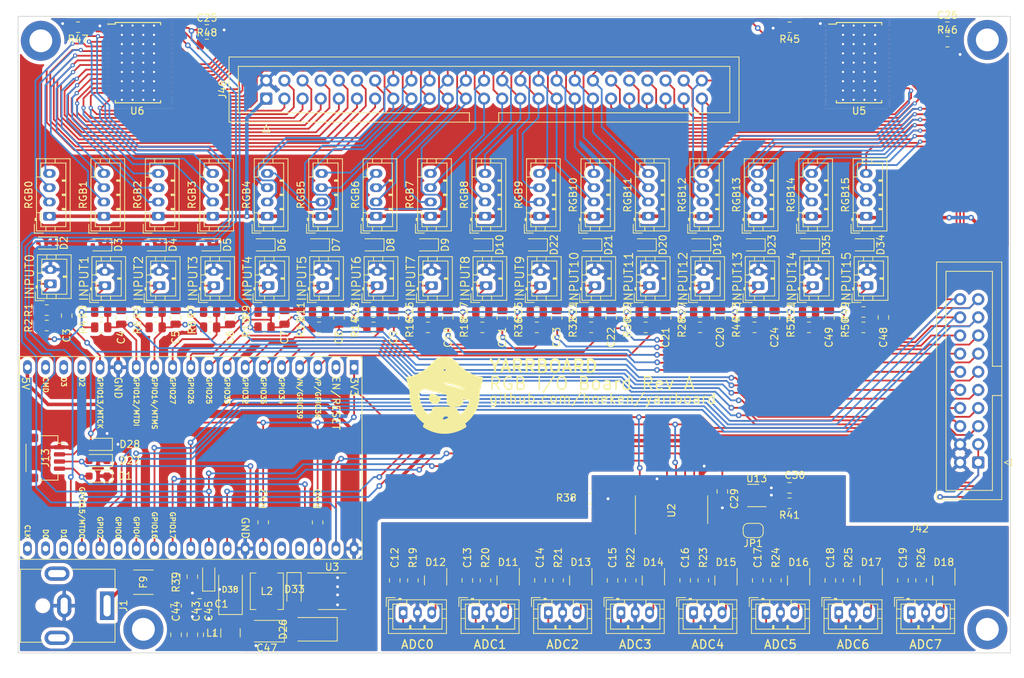
<source format=kicad_pcb>
(kicad_pcb (version 20221018) (generator pcbnew)
  (layers (0 "F.Cu" signal) (31 "B.Cu" signal) (34 "B.Paste" user) (35 "F.Paste" user) (36 "B.SilkS" user "B.Silkscreen") (37 "F.SilkS" user "F.Silkscreen") (38 "B.Mask" user) (39 "F.Mask" user) (44 "Edge.Cuts" user))
  (net 0 "")
  (net 1 "+3.3V")
  (net 3 "GNDD")
  (net 10 "LED_SS")
  (net 12 "Net-(D2-A2)")
  (net 13 "SDA")
  (net 16 "SCL")
  (net 17 "GNDA")
  (net 18 "+24V")
  (net 19 "+3V3")
  (net 20 "/INPUT0")
  (net 21 "/INPUT1")
  (net 22 "/INPUT2")
  (net 23 "/INPUT3")
  (net 24 "/INPUT4")
  (net 25 "/INPUT5")
  (net 26 "/INPUT6")
  (net 27 "/INPUT7")
  (net 28 "/INPUT8")
  (net 29 "/ADC Input1/INPUT")
  (net 30 "/ADC Input2/INPUT")
  (net 31 "/ADC Input3/INPUT")
  (net 32 "/ADC Input4/INPUT")
  (net 33 "/ADC Input5/INPUT")
  (net 34 "/ADC Input6/INPUT")
  (net 35 "/ADC Input7/INPUT")
  (net 36 "/INPUT12")
  (net 37 "/INPUT11")
  (net 38 "/INPUT10")
  (net 39 "/INPUT9")
  (net 40 "/INPUT13")
  (net 41 "/INPUT15")
  (net 42 "/INPUT14")
  (net 43 "Net-(D3-A2)")
  (net 44 "Net-(D4-A2)")
  (net 45 "Net-(D5-A2)")
  (net 46 "Net-(D6-A2)")
  (net 47 "Net-(D7-A2)")
  (net 48 "Net-(D8-A2)")
  (net 49 "Net-(D9-A2)")
  (net 50 "Net-(D10-A2)")
  (net 51 "/ADC Input0/INPUT")
  (net 52 "Net-(D19-A2)")
  (net 53 "Net-(D20-A2)")
  (net 54 "Net-(D21-A2)")
  (net 55 "Net-(D22-A2)")
  (net 56 "Net-(D23-A2)")
  (net 57 "Net-(D34-A2)")
  (net 58 "Net-(D35-A2)")
  (net 59 "/LEDS/RED10")
  (net 60 "/LEDS/GREEN10")
  (net 61 "/LEDS/BLUE10")
  (net 62 "ADC_SS")
  (net 63 "SCK")
  (net 64 "MISO")
  (net 65 "MOSI")
  (net 66 "/LEDS/RED13")
  (net 67 "/LEDS/GREEN13")
  (net 68 "/LEDS/BLUE13")
  (net 69 "/LEDS/RED9")
  (net 70 "/LEDS/GREEN9")
  (net 71 "/LEDS/BLUE9")
  (net 72 "/LEDS/RED2")
  (net 73 "/LEDS/GREEN2")
  (net 74 "+5V")
  (net 75 "Net-(D32-A2)")
  (net 76 "/LEDS/BLUE2")
  (net 77 "/LEDS/RED14")
  (net 78 "REF_3V3")
  (net 79 "Net-(C30-Pad1)")
  (net 80 "Net-(D33-K)")
  (net 81 "Net-(C44-Pad2)")
  (net 82 "ESP32_VIN")
  (net 83 "Net-(F9-Pad1)")
  (net 84 "Net-(D38-K)")
  (net 85 "/LEDS/GREEN14")
  (net 86 "/LEDS/BLUE14")
  (net 87 "/LEDS/RED5")
  (net 88 "/LEDS/GREEN5")
  (net 89 "/LEDS/BLUE5")
  (net 90 "/LEDS/RED12")
  (net 91 "/LEDS/GREEN12")
  (net 92 "/LEDS/BLUE12")
  (net 93 "/LEDS/RED1")
  (net 94 "/LEDS/GREEN1")
  (net 95 "/LEDS/BLUE1")
  (net 96 "/LEDS/RED6")
  (net 97 "/LEDS/GREEN6")
  (net 98 "/LEDS/BLUE6")
  (net 99 "/LEDS/RED4")
  (net 100 "/LEDS/GREEN4")
  (net 101 "/LEDS/BLUE4")
  (net 102 "/LEDS/RED3")
  (net 103 "/LEDS/GREEN3")
  (net 104 "/LEDS/BLUE3")
  (net 105 "/LEDS/RED11")
  (net 106 "/LEDS/GREEN11")
  (net 107 "/LEDS/BLUE11")
  (net 108 "/LEDS/RED7")
  (net 109 "/LEDS/GREEN7")
  (net 110 "/LEDS/BLUE7")
  (net 111 "/LEDS/RED15")
  (net 112 "/LEDS/GREEN15")
  (net 113 "/LEDS/BLUE15")
  (net 114 "/LEDS/RED8")
  (net 115 "/LEDS/GREEN8")
  (net 116 "/LEDS/BLUE8")
  (net 117 "/LEDS/RED0")
  (net 118 "/LEDS/GREEN0")
  (net 119 "/LEDS/BLUE0")
  (net 120 "/LEDS/LED Driver1/BLANK")
  (net 121 "Net-(U5-IREF)")
  (net 122 "/LEDS/LED Driver/BLANK")
  (net 123 "Net-(U6-IREF)")
  (net 124 "/LEDS/LED Driver/SOUT")
  (net 125 "Net-(ADC0-Pin_3)")
  (net 126 "Net-(ADC1-Pin_3)")
  (net 127 "Net-(ADC2-Pin_3)")
  (net 128 "Net-(ADC3-Pin_3)")
  (net 129 "Net-(ADC4-Pin_3)")
  (net 130 "Net-(ADC5-Pin_3)")
  (net 131 "Net-(ADC6-Pin_3)")
  (net 132 "Net-(ADC7-Pin_3)")
  (net 133 "Net-(U3-VIN)")
  (footprint "Connector_JST:JST_PH_B2B-PH-K_1x02_P2.00mm_Vertical" (layer "F.Cu") (at 193.81 88.565 90)
    (fp_text reference "INPUT15")
    (fp_text value "~")
  )
  (footprint "Diode_SMD:D_SOD-323" (layer "F.Cu") (at 177.935 82.85 180)
    (fp_text reference "D23")
    (fp_text value "PESD3V3L1BA")
  )
  (footprint "Capacitor_SMD:C_0805_2012Metric" (layer "F.Cu") (at 180.856 93.01 90)
    (fp_text reference "C24")
    (fp_text value "0.01uf")
  )
  (footprint "Resistor_SMD:R_0805_2012Metric" (layer "F.Cu") (at 155.202 92.248)
    (fp_text reference "R31")
    (fp_text value "1k")
  )
  (footprint "Resistor_SMD:R_0805_2012Metric" (layer "F.Cu") (at 117.102 94.407)
    (fp_text reference "R12")
    (fp_text value "100k")
  )
  (footprint "Connector_JST:JST_PH_B4B-PH-K_1x04_P2.00mm_Vertical" (layer "F.Cu") (at 109.855 78.847 90)
    (fp_text reference "RGB4")
    (fp_text value "~")
  )
  (footprint "Capacitor_SMD:C_0805_2012Metric" (layer "F.Cu") (at 112.276 93.01 90)
    (fp_text reference "C7")
    (fp_text value "0.01uf")
  )
  (footprint "Resistor_SMD:R_0805_2012Metric" (layer "F.Cu") (at 130.245 129.84 90)
    (fp_text reference "R19")
    (fp_text value "1k")
  )
  (footprint "Resistor_SMD:R_0805_2012Metric_Pad1.20x1.40mm_HandSolder" (layer "F.Cu") (at 109.29 121.712 90)
    (fp_text reference "R42")
    (fp_text value "2.2k")
  )
  (footprint "Capacitor_SMD:C_0805_2012Metric" (layer "F.Cu") (at 178.505 129.84 -90)
    (fp_text reference "C17")
    (fp_text value "0.01uf")
  )
  (footprint "Resistor_SMD:R_0805_2012Metric_Pad1.20x1.40mm_HandSolder" (layer "F.Cu") (at 182.95 119.045 180)
    (fp_text reference "R41")
    (fp_text value "10k")
  )
  (footprint "Capacitor_SMD:C_0805_2012Metric" (layer "F.Cu") (at 196.096 93.01 90)
    (fp_text reference "C48")
    (fp_text value "0.01uf")
  )
  (footprint "Inductor_SMD:L_Chilisin_BMRA00040420" (layer "F.Cu") (at 109.798 131.364 -90)
    (fp_text reference "L2")
    (fp_text value "SMMS0650-680M")
  )
  (footprint "Resistor_SMD:R_0805_2012Metric" (layer "F.Cu") (at 79.002 91.994)
    (fp_text reference "R1")
    (fp_text value "1k")
  )
  (footprint "Connector_JST:JST_PH_B2B-PH-K_1x02_P2.00mm_Vertical" (layer "F.Cu") (at 163.33 88.565 90)
    (fp_text reference "INPUT11")
    (fp_text value "~")
  )
  (footprint "MountingHole:MountingHole_3.2mm_M3_DIN965_Pad" (layer "F.Cu") (at 210.636 54.148)
    (fp_text reference "H4" hide)
    (fp_text value "MountingHole")
  )
  (footprint "Connector_JST:JST_PH_B4B-PH-K_1x04_P2.00mm_Vertical" (layer "F.Cu") (at 155.575 78.847 90)
    (fp_text reference "RGB10")
    (fp_text value "~")
  )
  (footprint "Capacitor_SMD:C_0805_2012Metric_Pad1.18x1.45mm_HandSolder" (layer "F.Cu") (at 101.67 137.46 90)
    (fp_text reference "C45")
    (fp_text value "22uF/35v")
  )
  (footprint "Diode_SMD:D_SOD-323" (layer "F.Cu") (at 155.075 82.85 180)
    (fp_text reference "D21")
    (fp_text value "PESD3V3L1BA")
  )
  (footprint "Connector_JST:JST_PH_B3B-PH-K_1x03_P2.00mm_Vertical" (layer "F.Cu") (at 189.84 134.37)
    (fp_text reference "ADC6")
    (fp_text value "~")
  )
  (footprint "Resistor_SMD:R_0805_2012Metric" (layer "F.Cu") (at 185.682 92.248)
    (fp_text reference "R51")
    (fp_text value "1k")
  )
  (footprint "Connector_JST:JST_PH_B3B-PH-K_1x03_P2.00mm_Vertical" (layer "F.Cu") (at 149.2 134.37)
    (fp_text reference "ADC2")
    (fp_text value "~")
  )
  (footprint "Diode_SMD:D_SOD-323" (layer "F.Cu") (at 132.215 82.85 180)
    (fp_text reference "D9")
    (fp_text value "PESD3V3L1BA")
  )
  (footprint "Capacitor_SMD:C_0805_2012Metric" (layer "F.Cu") (at 127.516 93.01 90)
    (fp_text reference "C9")
    (fp_text value "0.01uf")
  )
  (footprint "Resistor_SMD:R_0805_2012Metric" (layer "F.Cu") (at 193.302 94.407)
    (fp_text reference "R50")
    (fp_text value "100k")
  )
  (footprint "Connector_JST:JST_PH_B2B-PH-K_1x02_P2.00mm_Vertical" (layer "F.Cu") (at 155.71 88.565 90)
    (fp_text reference "INPUT10")
    (fp_text value "~")
  )
  (footprint "Resistor_SMD:R_0805_2012Metric" (layer "F.Cu") (at 170.442 92.248)
    (fp_text reference "R27")
    (fp_text value "1k")
  )
  (footprint "Diode_SMD:D_SOD-323" (layer "F.Cu") (at 193.175 82.85 180)
    (fp_text reference "D34")
    (fp_text value "PESD3V3L1BA")
  )
  (footprint "Resistor_SMD:R_0805_2012Metric" (layer "F.Cu") (at 185.682 94.407)
    (fp_text reference "R52")
    (fp_text value "100k")
  )
  (footprint "Resistor_SMD:R_0805_2012Metric" (layer "F.Cu") (at 117.102 92.248)
    (fp_text reference "R11")
    (fp_text value "1k")
  )
  (footprint "Diode_SMD:D_SOD-323" (layer "F.Cu") (at 170.315 82.85 180)
    (fp_text reference "D19")
    (fp_text value "PESD3V3L1BA")
  )
  (footprint "Package_TO_SOT_SMD:SOT-23" (layer "F.Cu") (at 184.22 129.84 -90)
    (fp_text reference "D16")
    (fp_text value "BAT54S")
  )
  (footprint "Capacitor_SMD:C_0805_2012Metric" (layer "F.Cu") (at 119.896 93.01 90)
    (fp_text reference "C8")
    (fp_text value "0.01uf")
  )
  (footprint "Capacitor_SMD:C_0805_2012Metric_Pad1.18x1.45mm_HandSolder" (layer "F.Cu") (at 97.098 137.46 90)
    (fp_text reference "C44")
    (fp_text value "4.7uF/50v")
  )
  (footprint "MountingHole:MountingHole_3.2mm_M3_DIN965_Pad" (layer "F.Cu") (at 210.636 136.698)
    (fp_text reference "H2" hide)
    (fp_text value "MountingHole")
  )
  (footprint "Connector_JST:JST_PH_B4B-PH-K_1x04_P2.00mm_Vertical" (layer "F.Cu") (at 186.055 78.847 90)
    (fp_text reference "RGB14")
    (fp_text value "~")
  )
  (footprint "Package_TO_SOT_SMD:SOT-23" (layer "F.Cu") (at 204.54 129.84 -90)
    (fp_text reference "D18")
    (fp_text value "BAT54S")
  )
  (footprint "Capacitor_SMD:C_0805_2012Metric" (layer "F.Cu") (at 158.185 129.84 -90)
    (fp_text reference "C15")
    (fp_text value "0.01uf")
  )
  (footprint "Diode_SMD:D_SOD-323" (layer "F.Cu") (at 109.355 82.85 180)
    (fp_text reference "D6")
    (fp_text value "PESD3V3L1BA")
  )
  (footprint "Resistor_SMD:R_0805_2012Metric" (layer "F.Cu") (at 162.822 94.407)
    (fp_text reference "R30")
    (fp_text value "100k")
  )
  (footprint "Connector_JST:JST_PH_B4B-PH-K_1x04_P2.00mm_Vertical" (layer "F.Cu") (at 125.095 78.847 90)
    (fp_text reference "RGB6")
    (fp_text value "~")
  )
  (footprint "Connector_JST:JST_PH_B4B-PH-K_1x04_P2.00mm_Vertical" (layer "F.Cu") (at 170.815 78.847 90)
    (fp_text reference "RGB12")
    (fp_text value "~")
  )
  (footprint "Connector_IDC:IDC-Header_2x10_P2.54mm_Vertical" (layer "F.Cu") (at 209.366 113.33 180)
    (fp_text reference "J42")
    (fp_text value "INPUTS")
  )
  (footprint "Resistor_SMD:R_0805_2012Metric" (layer "F.Cu") (at 191.205 129.84 90)
    (fp_text reference "R25")
    (fp_text value "1k")
  )
  (footprint "Capacitor_SMD:C_0805_2012Metric" (layer "F.Cu") (at 104.656 93.01 90)
    (fp_text reference "C6")
    (fp_text value "0.01uf")
  )
  (footprint "Capacitor_SMD:C_0805_2012Metric" (layer "F.Cu") (at 205.048 52.37)
    (fp_text reference "C26")
    (fp_text value "10uF")
  )
  (footprint "Capacitor_SMD:C_0805_2012Metric" (layer "F.Cu") (at 81.796 92.756 90)
    (fp_text reference "C3")
    (fp_text value "0.01uf")
  )
  (footprint "Resistor_SMD:R_0805_2012Metric" (layer "F.Cu") (at 101.862 92.248)
    (fp_text reference "R7")
    (fp_text value "1k")
  )
  (footprint "Connector_JST:JST_PH_B4B-PH-K_1x04_P2.00mm_Vertical" (layer "F.Cu") (at 102.235 78.847 90)
    (fp_text reference "RGB3")
    (fp_text value "~")
  )
  (footprint "Resistor_SMD:R_0805_2012Metric" (layer "F.Cu") (at 205.048 54.402)
    (fp_text reference "R46")
    (fp_text value "3.3k")
  )
  (footprint "Capacitor_SMD:C_0805_2012Metric" (layer "F.Cu") (at 157.996 93.01 90)
    (fp_text reference "C22")
    (fp_text value "0.01uf")
  )
  (footprint "Resistor_SMD:R_0805_2012Metric" (layer "F.Cu") (at 83.382 52.37 180)
    (fp_text reference "R47")
    (fp_text value "10k")
  )
  (footprint "Capacitor_SMD:C_0805_2012Metric" (layer "F.Cu") (at 97.036 93.01 90)
    (fp_text reference "C5")
    (fp_text value "0.01uf")
  )
  (footprint "Diode_SMD:D_SOD-323_HandSoldering" (layer "F.Cu") (at 86.176 110.79 180)
    (fp_text reference "D28")
    (fp_text value "PESD3V3L1BA")
  )
  (footprint "Connector_JST:JST_PH_B3B-PH-K_1x03_P2.00mm_Vertical" (layer "F.Cu") (at 169.52 134.37)
    (fp_text reference "ADC4")
    (fp_text value "~")
  )
  (footprint "Connector_JST:JST_PH_B4B-PH-K_1x04_P2.00mm_Vertical" (layer "F.Cu") (at 132.715 78.847 90)
    (fp_text reference "RGB7")
    (fp_text value "~")
  )
  (footprint "Diode_SMD:D_SOD-323" (layer "F.Cu") (at 185.555 82.85 180)
    (fp_text reference "D35")
    (fp_text value "PESD3V3L1BA")
  )
  (footprint "Connector_JST:JST_PH_B2B-PH-K_1x02_P2.00mm_Vertical" (layer "F.Cu") (at 186.19 88.565 90)
    (fp_text reference "INPUT14")
    (fp_text value "~")
  )
  (footprint "Package_TO_SOT_SMD:SOT-23-6" (layer "F.Cu") (at 177.87 117.964 180)
    (fp_text reference "U13")
    (fp_text value "MCP1502")
  )
  (footprint "Resistor_SMD:R_0805_2012Metric" (layer "F.Cu") (at 109.482 92.248)
    (fp_text reference "R9")
    (fp_text value "1k")
  )
  (footprint "Capacitor_SMD:C_0805_2012Metric_Pad1.18x1.45mm_HandSolder" (layer "F.Cu") (at 99.384 129.332 -90)
    (fp_text reference "C2")
    (fp_text value "10nF/50v")
  )
  (footprint "Inductor_SMD:L_1210_3225Metric" (layer "F.Cu") (at 104.718 137.206 -90)
    (fp_text reference "L1")
    (fp_text value "CBC3225T100KR")
  )
  (footprint "Fuse:Fuse_1812_4532Metric_Pad1.30x3.40mm_HandSolder" (layer "F.Cu") (at 92.526 130.094 180)
    (fp_text reference "F9")
    (fp_text value "MD050-60V")
  )
  (footprint "Connector_JST:JST_PH_B2B-PH-K_1x02_P2.00mm_Vertical" (layer "F.Cu") (at 87.13 88.565 90)
    (fp_text reference "INPUT1")
    (fp_text value "~")
  )
  (footprint "Resistor_SMD:R_0805_2012Metric" (layer "F.Cu") (at 124.722 94.407)
    (fp_text reference "R14")
    (fp_text value "100k")
  )
  (footprint "Resistor_SMD:R_0805_2012Metric" (layer "F.Cu") (at 79.002 94.153)
    (fp_text reference "R2")
    (fp_text value "100k")
  )
  (footprint "Resistor_SMD:R_0805_2012Metric" (layer "F.Cu") (at 101.416 54.783)
    (fp_text reference "R48")
    (fp_text value "3.3k")
  )
  (footprint "Resistor_SMD:R_0805_2012Metric" (layer "F.Cu") (at 160.725 129.84 90)
    (fp_text reference "R22")
    (fp_text value "1k")
  )
  (footprint "Diode_SMD:D_SOD-123" (layer "F.Cu") (at 113.608 131.11 -90)
    (fp_text reference "D33")
    (fp_text value "DSK24")
  )
  (footprint "Package_SO:SOIC-16_3.9x9.9mm_P1.27mm" (layer "F.Cu") (at 166.44 119.934 90)
    (fp_text reference "U2")
    (fp_text value "MCP3208")
  )
  (footprint "Connector_JST:JST_PH_B4B-PH-K_1x04_P2.00mm_Vertical" (layer "F.Cu") (at 86.995 78.847 90)
    (fp_text reference "RGB1")
    (fp_text value "~")
  )
  (footprint "Capacitor_SMD:C_0805_2012Metric" (layer "F.Cu") (at 101.416 52.751)
    (fp_text reference "C25")
    (fp_text value "10uF")
  )
  (footprint "Diode_SMD:D_SOD-323" (layer "F.Cu") (at 116.975 82.85 180)
    (fp_text reference "D7")
    (fp_text value "PESD3V3L1BA")
  )
  (footprint "Jumper:SolderJumper-2_P1.3mm_Open_RoundedPad1.0x1.5mm" (layer "F.Cu") (at 177.87 122.855 180)
    (fp_text reference "JP1")
    (fp_text value "SolderJumper_2_Open")
  )
  (footprint "Diode_SMD:D_SOD-323" (layer "F.Cu") (at 86.495 82.85 180)
    (fp_text reference "D3")
    (fp_text value "PESD3V3L1BA")
  )
  (footprint "Resistor_SMD:R_0805_2012Metric" (layer "F.Cu") (at 86.622 94.407)
    (fp_text reference "R4")
    (fp_text value "100k")
  )
  (footprint "Resistor_SMD:R_0805_2012Metric" (layer "F.Cu") (at 155.202 94.407)
    (fp_text reference "R32")
    (fp_text value "100k")
  )
  (footprint "Capacitor_SMD:C_0805_2012Metric_Pad1.18x1.45mm_HandSolder" (layer "F.Cu") (at 173.552 117.394 -90)
    (fp_text reference "C29")
    (fp_text value "100nF")
  )
  (footprint "Connector_JST:JST_PH_B3B-PH-K_1x03_P2.00mm_Vertical" (layer "F.Cu") (at 179.68 134.37)
    (fp_text reference "ADC5")
    (fp_text value "~")
  )
  (footprint "Resistor_SMD:R_0805_2012Metric" (layer "F.Cu") (at 150.565 129.84 90)
    (fp_text reference "R21")
    (fp_text value "1k")
  )
  (footprint "Resistor_SMD:R_0805_2012Metric" (layer "F.Cu") (at 201.365 129.84 90)
    (fp_text reference "R26")
    (fp_text value "1k")
  )
  (footprint "Capacitor_SMD:C_0805_2012Metric" (layer "F.Cu") (at 188.476 93.01 90)
    (fp_text reference "C49")
    (fp_text value "0.01uf")
  )
  (footprint "Capacitor_SMD:C_0805_2012Metric" (layer "F.Cu") (at 137.865 129.84 -90)
    (fp_text reference "C13")
    (fp_text value "0.01uf")
  )
  (footprint "Connector_JST:JST_PH_B4B-PH-K_1x04_P2.00mm_Vertical" (layer "F.Cu") (at 94.615 78.847 90)
    (fp_text reference "RGB2")
    (fp_text value "~")
  )
  (footprint "Connector_JST:JST_PH_B2B-PH-K_1x02_P2.00mm_Vertical" (layer "F.Cu") (at 140.47 88.565 90)
    (fp_text reference "INPUT8")
    (fp_text value "~")
  )
  (footprint "Connector_JST:JST_PH_B2B-PH-K_1x02_P2.00mm_Vertical" (layer "F.Cu") (at 178.57 88.565 90)
    (fp_text reference "INPUT13")
    (fp_text value "~")
  )
  (footprint "gnarboard:Logo Small" (layer "F.Cu") (at 134.69 103.932)
    (fp_text reference "LOGO" hide)
    (fp_text value "Logo Small" hide)
  )
  (footprint "Resistor_SMD:R_0805_2012Metric" (layer "F.Cu") (at 178.062 92.248)
    (fp_text reference "R43")
    (fp_text value "1k")
  )
  (footprint "Connector_JST:JST_PH_B2B-PH-K_1x02_P2.00mm_Vertical" (layer "F.Cu") (at 117.61 88.565 90)
    (fp_text reference "INPUT5")
    (fp_text value "~")
  )
  (footprint "Connector_JST:JST_PH_B3B-PH-K_1x03_P2.00mm_Vertical" (layer "F.Cu") (at 139.04 134.37)
    (fp_text reference "ADC1")
    (fp_text value "~")
  )
  (footprint "Package_SO:SOIC-8_3.9x4.9mm_P1.27mm" (layer "F.Cu") (at 118.942 131.364)
    (fp_text reference "U3")
    (fp_text value "XL1509-5.0")
  )
  (footprint "Resistor_SMD:R_0805_2012Metric_Pad1.20x1.40mm_HandSolder" (layer "F.Cu") (at 155.01 118.41 180)
    (fp_text reference "R38")
    (fp_text value "0R" hide)
  )
  (footprint "Connector_JST:JST_PH_B4B-PH-K_1x04_P2.00mm_Vertical" (layer "F.Cu") (at 140.335 78.847 90)
    (fp_text reference "RGB8")
    (fp_text value "~")
  )
  (footprint "Diode_SMD:D_SOD-323" (layer "F.Cu") (at 94.115 82.85 180)
    (fp_text reference "D4")
    (fp_text value "PESD3V3L1BA")
  )
  (footprint "Inductor_SMD:L_0805_2012Metric" (layer "F.Cu") (at 97.098 129.332 90)
    (fp_text reference "FB7")
    (fp_text value "GZ2012D601TF")
  )
  (footprint "Package_TO_SOT_SMD:SOT-23" (layer "F.Cu") (at 133.42 129.84 -90)
    (fp_text reference "D12")
    (fp_text value "BAT54S")
  )
  (footprint "Package_TO_SOT_SMD:SOT-23" (layer "F.Cu") (at 194.38 129.84 -90)
    (fp_text reference "D17")
    (fp_text value "BAT54S")
  )
  (footprint "Package_TO_SOT_SMD:SOT-23" (layer "F.Cu") (at 174.06 129.84 -90)
    (fp_text reference "D15")
    (fp_text value "BAT54S")
  )
  (footprint "Connector_IDC:IDC-Header_2x25_P2.54mm_Vertical" (layer "F.Cu") (at 109.723 62.373956 90)
    (fp_text reference "J46")
    (fp_text value "RGB")
  )
  (footprint "gnarboard:ESP32-DevKitC" (layer "F.Cu") (at 122.01944 99.995 -90)
    (fp_text reference "U1" hide)
    (fp_text value "ESP32-DEVKITC" hide)
  )
  (footprint "MountingHole:MountingHole_3.2mm_M3_DIN965_Pad" (layer "F.Cu") (at 78.175 54.275)
    (fp_text reference "H3" hide)
    (fp_text value "MountingHole")
  )
  (footprint "Connector_JST:JST_PH_B2B-PH-K_1x02_P2.00mm_Vertical" (layer "F.Cu") (at 170.95 88.565 90)
    (fp_text reference "INPUT12")
    (fp_text value "~")
  )
  (footprint "Connector_JST:JST_PH_B3B-PH-K_1x03_P2.00mm_Vertical" (layer "F.Cu") (at 128.88 134.37)
    (fp_text reference "ADC0")
    (fp_text value "~")
  )
  (footprint "Connector_JST:JST_PH_B2B-PH-K_1x02_P2.00mm_Vertical" (layer "F.Cu") (at 102.37 88.565 90)
    (fp_text reference "INPUT3")
    (fp_text value "~")
  )
  (footprint "Diode_SMD:D_SOD-323" (layer "F.Cu") (at 139.835 82.85 180)
    (fp_text reference "D10")
    (fp_text value "PESD3V3L1BA")
  )
  (footprint "Diode_SMD:D_SMA" (layer "F.Cu") (at 104.718 131.11 90)
    (fp_text reference "D38")
    (fp_text value "SX33L")
  )
  (footprint "Resistor_SMD:R_0805_2012Metric" (layer "F.Cu") (at 101.862 94.407)
    (fp_text reference "R8")
    (fp_text value "100k")
  )
  (footprint "Diode_SMD:D_SOD-323" (layer "F.Cu") (at 162.695 82.85 180)
    (fp_text reference "D20")
    (fp_text value "PESD3V3L1BA")
  )
  (footprint "Resistor_SMD:R_0805_2012Metric" (layer "F.Cu") (at 193.302 92.248)
    (fp_text reference "R49")
    (fp_text value "1k")
  )
  (footprint "Resistor_SMD:R_0805_2012Metric" (layer "F.Cu") (at 170.885 129.84 90)
    (fp_text reference "R23")
    (fp_text value "1k")
  )
  (footprint "Connector_BarrelJack:BarrelJack_CUI_PJ-063AH_Horizontal" (layer "F.Cu") (at 87.446 133.396 -90)
    (fp_text reference "J1")
    (fp_text value "Barrel_Jack")
  )
  (footprint "Package_SO:HTSSOP-32-1EP_6.1x11mm_P0.65mm_EP5.2x11mm_Mask4.11x4.36mm_ThermalVias" (layer "F.Cu") (at 192.682 57.338)
    (fp_text reference "U5")
    (fp_text value "TLC5947DAP")
  )
  (footprint "Resistor_SMD:R_0805_2012Metric" (layer "F.Cu") (at 140.405 129.84 90)
    (fp_text reference "R20")
    (fp_text value "1k")
  )
  (footprint "Resistor_SMD:R_0805_2012Metric" (layer "F.Cu") (at 181.045 129.84 90)
    (fp_text reference "R24")
    (fp_text value "1k")
  )
  (footprint "Connector_JST:JST_PH_B3B-PH-K_1x03_P2.00mm_Vertical" (layer "F.Cu") (at 159.36 134.37)
    (fp_text reference "ADC3")
    (fp_text value "~")
  )
  (footprint "Resistor_SMD:R_0805_2012Metric" (layer "F.Cu") (at 147.582 92.248)
    (fp_text reference "R35")
    (fp_text value "1k")
  )
  (footprint "Capacitor_SMD:C_0805_2012Metric" (layer "F.Cu") (at 198.825 129.84 -90)
    (fp_text reference "C19")
    (fp_text value "0.01uf")
  )
  (footprint "Resistor_SMD:R_0805_2012Metric_Pad1.20x1.40mm_HandSolder" (layer "F.Cu") (at 97.098 133.396 90)
    (fp_text reference "R39")
    (fp_text value "4.7R")
  )
  (footprint "Diode_SMD:D_SOD-323" (layer "F.Cu") (at 124.595 82.85 180)
    (fp_text reference "D8")
    (fp_text value "PESD3V3L1BA")
  )
  (footprint "MountingHole:MountingHole_3.2mm_M3_DIN965_Pad" (layer "F.Cu") (at 92.526 136.698)
    (fp_text reference "H1" hide)
    (fp_text value "MountingHole")
  )
  (footprint "Capacitor_SMD:C_0805_2012Metric_Pad1.18x1.45mm_HandSolder" (layer "F.Cu") (at 182.95 116.886 180)
    (fp_text reference "C30")
    (fp_text value "100nF")
  )
  (footprint "Diode_SMD:D_SOD-323_HandSoldering" (layer "F.Cu") (at 86.176 113.06 180)
    (fp_text reference "D27")
    (fp_text value "PESD3V3L1BA")
  )
  (footprint "Resistor_SMD:R_0805_2012Metric" (layer "F.Cu") (at 162.822 92.248)
    (fp_text reference "R29")
    (fp_text value "1k")
  )
  (footprint "Resistor_SMD:R_0805_2012Metric" (layer "F.Cu") (at 94.242 94.407)
    (fp_text reference "R6")
    (fp_text value "100k")
  )
  (footprint "Connector_JST:JST_PH_B4B-PH-K_1x04_P2.00mm_Vertical" (layer "F.Cu") (at 193.675 78.847 90)
    (fp_text reference "RGB15")
    (fp_text value "~")
  )
  (footprint "Resistor_SMD:R_0805_2012Metric" (layer "F.Cu") (at 139.962 92.248)
    (fp_text reference "R17")
    (fp_text value "1k")
  )
  (footprint "Resistor_SMD:R_0805_2012Metric_Pad1.20x1.40mm_HandSolder" (layer "F.Cu") (at 116.91 121.728 90)
    (fp_text reference "R40")
    (fp_text value "2.2k")
  )
  (footprint "Resistor_SMD:R_0805_2012Metric" (layer "F.Cu") (at 132.342 92.248)
    (fp_text reference "R15")
    (fp_text value "1k")
  )
  (footprint "Capacitor_SMD:C_0805_2012Metric" (layer "F.Cu") (at 168.345 129.84 -90)
    (fp_text reference "C16")
    (fp_text value "0.01uf")
  )
  (footprint "Capacitor_SMD:C_0805_2012Metric" (layer "F.Cu") (at 188.665 129.84 -90)
    (fp_text reference "C18")
    (fp_text value "0.01uf")
  )
  (footprint "Package_TO_SOT_SMD:SOT-23" (layer "F.Cu") (at 153.74 129.84 -90)
    (fp_text reference "D13")
    (fp_text value "BAT54S")
  )
  (footprint "Capacitor_SMD:C_0805_2012Metric" (layer "F.Cu") (at 148.025 129.84 -90)
    (fp_text reference "C14")
    (fp_text value "0.01uf")
  )
  (footprint "Capacitor_SMD:C_0805_2012Metric" (layer "F.Cu") (at 165.616 93.01 90)
    (fp_text reference "C21")
    (fp_text value "0.01uf")
  )
  (footprint "Resistor_SMD:R_0805_2012Metric" (layer "F.Cu") (at 86.622 92.248)
    (fp_text reference "R3")
    (fp_text value "1k")
  )
  (footprint "Resistor_SMD:R_0805_2012Metric" (layer "F.Cu") (at 109.482 94.407)
    (fp_text reference "R10")
    (fp_text value "100k")
  )
  (footprint "Resistor_SMD:R_0805_2012Metric" (layer "F.Cu") (at 124.722 92.248)
    (fp_text reference "R13")
    (fp_text value "1k")
  )
  (footprint "Resistor_SMD:R_0805_2012Metric" (layer "F.Cu") (at 170.442 94.407)
    (fp_text reference "R28")
    (fp_text value "100k")
  )
  (footprint "Capacitor_SMD:C_0805_2012Metric_Pad1.18x1.45mm_HandSolder" (layer "F.Cu") (at 100.4 133.142 180)
    (fp_text reference "C1")
    (fp_text value "470nF/50v")
  )
  (footprint "Capacitor_SMD:C_0805_2012Metric" (layer "F.Cu") (at 135.136 93.01 90)
    (fp_text reference "C10")
    (fp_text value "0.01uf")
  )
  (footprint "Package_TO_SOT_SMD:SOT-23" (layer "F.Cu") (at 163.9 129.84 -90)
    (fp_text reference "D14")
    (fp_text value "BAT54S")
  )
  (footprint "Diode_SMD:D_SOD-323" (layer "F.Cu") (at 101.735 82.85 180)
    (fp_text reference "D5")
    (fp_text value "PESD3V3L1BA")
  )
  (footprint "Diode_SMD:D_SOD-323" (layer "F.Cu") (at 147.455 82.85 180)
    (fp_text reference "D22")
    (fp_text value "PESD3V3L1BA")
  )
  (footprint "Resistor_SMD:R_0805_2012Metric" (layer "F.Cu") (at 94.242 92.248)
    (fp_text reference "R5")
    (fp_text value "1k")
  )
  (footprint "Diode_SMD:D_SOD-323_HandSoldering" (layer "F.Cu") (at 86.176 115.235 180)
    (fp_text reference "D1")
    (fp_text value "PESD3V3L1BA")
  )
  (footprint "Connector_JST:JST_SH_SM04B-SRSS-TB_1x04-1MP_P1.00mm_Horizontal" (layer "F.Cu") (at 78.78 112.695 -90)
    (fp_text reference "J13")
    (fp_text value "I2C")
  )
  (footprint "Resistor_SMD:R_0805_2012Metric" (layer "F.Cu") (at 132.342 94.407)
    (fp_text reference "R16")
    (fp_text value "100k")
  )
  (footprint "Package_SO:HTSSOP-32-1EP_6.1x11mm_P0.65mm_EP5.2x11mm_Mask4.11x4.36mm_ThermalVias" (layer "F.Cu") (at 91.764 57.338)
    (fp_text reference "U6")
    (fp_text value "TLC5947DAP")
  )
  (footprint "Diode_SMD:D_SOD-323" (layer "F.Cu") (at 78.875 82.596 180)
    (fp_text reference "D2")
    (fp_text value "PESD3V3L1BA")
  )
  (footprint "Connector_JST:JST_PH_B4B-PH-K_1x04_P2.00mm_Vertical" (layer "F.Cu") (at 117.475 78.847 90)
    (fp_text reference "RGB5")
    (fp_text value "~")
  )
  (footprint "Resistor_SMD:R_0805_2012Metric" (layer "F.Cu") (at 182.97 52.393 180)
    (fp_text reference "R45")
    (fp_text value "10k")
  )
  (footprint "Capacitor_Tantalum_SMD:CP_EIA-3528-21_Kemet-B" (layer "F.Cu") (at 109.798 136.952 180)
    (fp_text reference "C47")
    (fp_text value "100uF/10v")
  )
  (footprint "Diode_SMD:D_SOD-323_HandSoldering" (layer "F.Cu") (at 101.67 129.332 90)
    (fp_text reference "D32")
    (fp_text value "PESD5V0L1BA")
  )
  (footprint "Capacitor_SMD:C_0805_2012Metric" (layer "F.Cu") (at 142.756 93.01 90)
    (fp_text reference "C11")
    (fp_text value "0.01uf")
  )
  (footprint "Resistor_SMD:R_0805_2012Metric" (layer "F.Cu") (at 139.962 94.407)
    (fp_text reference "R18")
    (fp_text value "100k")
  )
  (footprint "Connector_JST:JST_PH_B4B-PH-K_1x04_P2.00mm_Vertical" (layer "F.Cu") (at 147.955 78.847 90)
    (fp_text reference "RGB9")
    (fp_text value "~")
  )
  (footprint "Connector_JST:JST_PH_B4B-PH-K_1x04_P2.00mm_Vertical" (layer "F.Cu") (at 163.195 78.847 90)
    (fp_text reference "RGB11")
    (fp_text value "~")
  )
  (footprint "Capacitor_SMD:C_0805_2012Metric" (layer "F.Cu") (at 127.705 129.84 -90)
    (fp_text reference "C12")
    (fp_text value "0.01uf")
  )
  (footprint "Connector_JST:JST_PH_B2B-PH-K_1x02_P2.00mm_Vertical" (layer "F.Cu") (at 109.99 88.565 90)
    (fp_text reference "INPUT4")
    (fp_text value "~")
  )
  (footprint "Capacitor_SMD:C_0805_2012Metric" (layer "F.Cu") (at 89.416 93.01 90)
    (fp_text reference "C4")
    (fp_text value "0.01uf")
  )
  (footprint "Connector_JST:JST_PH_B3B-PH-K_1x03_P2.00mm_Vertical" (layer "F.Cu") (at 200 134.37)
    (fp_text reference "ADC7")
    (fp_text value "~")
  )
  (footprint "Connector_JST:JST_PH_B2B-PH-K_1x02_P2.00mm_Vertical" (layer "F.Cu") (at 94.75 88.565 90)
    (fp_text reference "INPUT2")
    (fp_text value "~")
  )
  (footprint "Connector_JST:JST_PH_B4B-PH-K_1x04_P2.00mm_Vertical" (layer "F.Cu") (at 178.435 78.847 90)
    (fp_text reference "RGB13")
    (fp_text value "~")
  )
  (footprint "Connector_JST:JST_PH_B2B-PH-K_1x02_P2.00mm_Vertical" (layer "F.Cu") (at 132.85 88.565 90)
    (fp_text reference "INPUT7")
    (fp_text value "~")
  )
  (footprint "Diode_SMD:D_SMA" (layer "F.Cu") (at 116.148 136.698 180)
    (fp_text reference "D26")
    (fp_text value "SX33L")
  )
  (footprint "Capacitor_SMD:C_0805_2012Metric" (layer "F.Cu") (at 173.236 93.01 90)
    (fp_text reference "C20")
    (fp_text value "0.01uf")
  )
  (footprint "Package_TO_SOT_SMD:SOT-23" (layer "F.Cu") (at 143.58 129.84 -90)
    (fp_text reference "D11")
    (fp_text value "BAT54S")
  )
  (footprint "Capacitor_SMD:C_0805_2012Metric_Pad1.18x1.45mm_HandSolder" (layer "F.Cu") (at 99.384 137.46 90)
    (fp_text reference "C43")
    (fp_text value "1uF/50v")
  )
  (footprint "Connector_JST:JST_PH_B2B-PH-K_1x02_P2.00mm_Vertical" (layer "F.Cu") (at 125.23 88.565 90)
    (fp_text reference "INPUT6")
    (fp_text value "~")
  )
  (footprint "Connector_JST:JST_PH_B4B-PH-K_1x04_P2.00mm_Vertical" (layer "F.Cu") (at 79.375 78.847 90)
    (fp_text reference "RGB0")
    (fp_text value "~")
  )
  (footprint "Capacitor_SMD:C_0805_2012Metric" (layer "F.Cu") (at 150.376 93.01 90)
    (fp_text reference "C23")
    (fp_text value "0.01uf")
  )
  (footprint "Connector_JST:JST_PH_B2B-PH-K_1x02_P2.00mm_Vertical" (layer "F.Cu") (at 79.51 88.311 90)
    (fp_text reference "INPUT0")
    (fp_text value "~")
  )
  (footprint "Connector_JST:JST_PH_B2B-PH-K_1x02_P2.00mm_Vertical" (layer "F.Cu") (at 148.09 88.565 90)
    (fp_text reference "INPUT9")
    (fp_text value "~")
  )
  (footprint "Resistor_SMD:R_0805_2012Metric" (layer "F.Cu") (at 147.582 94.407)
    (fp_text reference "R36")
    (fp_text value "100k")
  )
  (footprint "Resistor_SMD:R_0805_2012Metric" (layer "F.Cu") (at 178.062 94.407)
    (fp_text reference "R44")
    (fp_text value "100k")
  )
  (gr_line (start 213.876 140) (end 75 140) (stroke (width 0.1)) (layer "Edge.Cuts"))
  (gr_line (start 213.876 50.846) (end 213.876 140) (stroke (width 0.1)) (layer "Edge.Cuts"))
  (gr_line (start 75 140) (end 75 50.846) (stroke (width 0.1)) (layer "Edge.Cuts"))
  (gr_line (start 75 50.846) (end 213.876 50.846) (stroke (width 0.1)) (layer "Edge.Cuts"))
  (gr_text "YARRBOARD" (at 140.786 100.884) (layer "F.SilkS") (effects (font (size 1.75 1.75) (thickness 0.3)) (justify left bottom)))
  (gr_text "RGB I/O Board Rev A" (at 140.786 103.297) (layer "F.SilkS") (effects (font (size 1.75 1.75) (thickness 0.2)) (justify left bottom)))
  (gr_text "github.com/hoeken/yarrboard" (at 140.786 105.202) (layer "F.SilkS") (effects (font (size 1.4 1.4) (thickness 0.18)) (justify left bottom)))
  (segment (start 197.42 108.496) (end 205.064 116.14) (width 0.25) (layer "F.Cu") (net 1))
  (segment (start 137.23 93.518) (end 137.23 92.248) (width 0.25) (layer "F.Cu") (net 1))
  (segment (start 100.9495 94.407) (end 99.13 92.5875) (width 0.25) (layer "F.Cu") (net 1))
  (segment (start 93.3295 94.407) (end 92.907 94.407) (width 0.25) (layer "F.Cu") (net 1))
  (segment (start 82.749 112.195) (end 80.78 112.195) (width 0.25) (layer "F.Cu") (net 1))
  (segment (start 161.995 114.092) (end 161.995 117.459) (width 0.25) (layer "F.Cu") (net 1))
  (segment (start 207.334 58.909804) (end 205.073 56.648804) (width 0.25) (layer "F.Cu") (net 1))
  (segment (start 153.359 94.407) (end 152.47 93.518) (width 0.25) (layer "F.Cu") (net 1))
  (segment (start 122.01944 106.95056) (end 121.99 106.98) (width 0.25) (layer "F.Cu") (net 1))
  (segment (start 168.599 94.407) (end 167.71 93.518) (width 0.25) (layer "F.Cu") (net 1))
  (segment (start 205.073 53.345) (end 204.098 52.37) (width 0.25) (layer "F.Cu") (net 1))
  (segment (start 208.35 116.14) (end 209.366 115.124) (width 0.25) (layer "F.Cu") (net 1))
  (segment (start 196.332 52.463) (end 204.005 52.463) (width 0.25) (layer "F.Cu") (net 1))
  (segment (start 160.09 93.518) (end 160.09 92.248) (width 0.25) (layer "F.Cu") (net 1))
  (segment (start 121.99 93.264) (end 121.99 92.248) (width 0.25) (layer "F.Cu") (net 1))
  (segment (start 129.61 92.248) (end 129.61 93.264) (width 0.25) (layer "F.Cu") (net 1))
  (segment (start 177.22 122.855) (end 173.806 122.855) (width 0.25) (layer "F.Cu") (net 1))
  (segment (start 108.5695 94.407) (end 107.512 94.407) (width 0.25) (layer "F.Cu") (net 1))
  (segment (start 79.318 96.058) (end 80.08 96.058) (width 0.25) (layer "F.Cu") (net 1))
  (segment (start 85.16 110.556) (end 84.926 110.79) (width 0.25) (layer "F.Cu") (net 1))
  (segment (start 92.907 94.407) (end 91.51 93.01) (width 0.25) (layer "F.Cu") (net 1))
  (segment (start 129.61 93.264) (end 130.753 94.407) (width 0.25) (layer "F.Cu") (net 1))
  (segment (start 175.33 93.518) (end 176.219 94.407) (width 0.25) (layer "F.Cu") (net 1))
  (segment (start 210.327106 118.156) (end 212.152 116.331106) (width 0.25) (layer "F.Cu") (net 1))
  (segment (start 91.51 93.01) (end 91.51 92.248) (width 0.25) (layer "F.Cu") (net 1))
  (segment (start 86.684 107.742) (end 85.16 109.266) (width 0.25) (layer "F.Cu") (net 1))
  (segment (start 99.257 52.878) (end 99.384 52.751) (width 0.25) (layer "F.Cu") (net 1))
  (segment (start 161.995 119.045) (end 161.995 117.459) (width 0.25) (layer "F.Cu") (net 1))
  (segment (start 161.868 106.98) (end 170.758 106.98) (width 0.25) (layer "F.Cu") (net 1))
  (segment (start 175.33 92.248) (end 175.33 93.518) (width 0.25) (layer "F.Cu") (net 1))
  (segment (start 205.064 116.14) (end 208.35 116.14) (width 0.25) (layer "F.Cu") (net 1))
  (segment (start 109.29 107.742) (end 86.684 107.742) (width 0.25) (layer "F.Cu") (net 1))
  (segment (start 123.8095 94.407) (end 123.133 94.407) (width 0.25) (layer "F.Cu") (net 1))
  (segment (start 172.274 108.496) (end 197.42 108.496) (width 0.25) (layer "F.Cu") (net 1))
  (segment (start 84.271 94.407) (end 83.89 94.026) (width 0.25) (layer "F.Cu") (net 1))
  (segment (start 115.0005 94.407) (end 114.37 95.0375) (width 0.25) (layer "F.Cu") (net 1))
  (segment (start 161.9095 94.407) (end 160.979 94.407) (width 0.25) (layer "F.Cu") (net 1))
  (segment (start 130.753 94.407) (end 131.4295 94.407) (width 0.25) (layer "F.Cu") (net 1))
  (segment (start 184.7695 94.407) (end 183.839 94.407) (width 0.25) (layer "F.Cu") (net 1))
  (segment (start 204.032 118.156) (end 210.327106 118.156) (width 0.25) (layer "F.Cu") (net 1))
  (segment (start 122.01944 102.94544) (end 122.01944 99.995) (width 0.25) (layer "F.Cu") (net 1))
  (segment (start 126.054 106.98) (end 122.01944 102.94544) (width 0.25) (layer "F.Cu") (net 1))
  (segment (start 171.139 120.188) (end 163.138 120.188) (width 0.25) (layer "F.Cu") (net 1))
  (segment (start 109.29 120.712) (end 109.29 107.742) (width 0.25) (layer "F.Cu") (net 1))
  (segment (start 170.758 106.98) (end 172.274 108.496) (width 0.25) (layer "F.Cu") (net 1))
  (segment (start 207.334 81.834) (end 207.334 58.909804) (width 0.25) (layer "F.Cu") (net 1))
  (segment (start 84.926 110.79) (end 84.154 110.79) (width 0.25) (layer "F.Cu") (net 1))
  (segment (start 99.384 52.751) (end 100.466 52.751) (width 0.25) (layer "F.Cu") (net 1))
  (segment (start 78.0895 94.153) (end 78.0895 94.8295) (width 0.25) (layer "F.Cu") (net 1))
  (segment (start 99.257 52.878) (end 98.842 52.463) (width 0.25) (layer "F.Cu") (net 1))
  (segment (start 78.0895 94.8295) (end 79.318 96.058) (width 0.25) (layer "F.Cu") (net 1))
  (segment (start 167.71 93.518) (end 167.71 92.248) (width 0.25) (layer "F.Cu") (net 1))
  (segment (start 212.152 116.331106) (end 212.152 86.652) (width 0.25) (layer "F.Cu") (net 1))
  (segment (start 192.3895 94.407) (end 191.459 94.407) (width 0.25) (layer "F.Cu") (net 1))
  (segment (start 138.119 94.407) (end 137.23 93.518) (width 0.25) (layer "F.Cu") (net 1))
  (segment (start 99.13 92.5875) (end 99.13 92.248) (width 0.25) (layer "F.Cu") (net 1))
  (segment (start 173.806 122.855) (end 171.139 120.188) (width 0.25) (layer "F.Cu") (net 1))
  (segment (start 182.95 93.518) (end 182.95 92.248) (width 0.25) (layer "F.Cu") (net 1))
  (segment (start 144.85 93.518) (end 145.739 94.407) (width 0.25) (layer "F.Cu") (net 1))
  (segment (start 154.2895 94.407) (end 153.359 94.407) (width 0.25) (layer "F.Cu") (net 1))
  (segment (start 204.005 52.463) (end 204.098 52.37) (width 0.25) (layer "F.Cu") (net 1))
  (segment (start 190.57 93.518) (end 190.57 92.248) (width 0.25) (layer "F.Cu") (net 1))
  (segment (start 145.739 94.407) (end 146.6695 94.407) (width 0.25) (layer "F.Cu") (net 1))
  (segment (start 83.89 94.026) (end 83.89 92.248) (width 0.25) (layer "F.Cu") (net 1))
  (segment (start 163.138 120.188) (end 161.995 119.045) (width 0.25) (layer "F.Cu") (net 1))
  (segment (start 84.154 110.79) (end 82.749 112.195) (width 0.25) (layer "F.Cu") (net 1))
  (segment (start 98.842 52.463) (end 95.414 52.463) (width 0.25) (layer "F.Cu") (net 1))
  (segment (start 85.16 109.266) (end 85.16 110.556) (width 0.25) (layer "F.Cu") (net 1))
  (segment (start 116.91 120.728) (end 116.91 107.742) (width 0.25) (layer "F.Cu") (net 1))
  (segment (start 209.366 115.124) (end 209.366 113.33) (width 0.25) (layer "F.Cu") (net 1))
  (segment (start 212.152 86.652) (end 207.334 81.834) (width 0.25) (layer "F.Cu") (net 1))
  (segment (start 123.133 94.407) (end 121.99 93.264) (width 0.25) (layer "F.Cu") (net 1))
  (segment (start 205.073 56.648804) (end 205.073 53.345) (width 0.25) (layer "F.Cu") (net 1))
  (segment (start 144.85 92.248) (end 144.85 93.518) (width 0.25) (layer "F.Cu") (net 1))
  (segment (start 183.839 94.407) (end 182.95 93.518) (width 0.25) (layer "F.Cu") (net 1))
  (segment (start 139.0495 94.407) (end 138.119 94.407) (width 0.25) (layer "F.Cu") (net 1))
  (segment (start 191.459 94.407) (end 190.57 93.518) (width 0.25) (layer "F.Cu") (net 1))
  (segment (start 160.979 94.407) (end 160.09 93.518) (width 0.25) (layer "F.Cu") (net 1))
  (segment (start 176.219 94.407) (end 177.1495 94.407) (width 0.25) (layer "F.Cu") (net 1))
  (segment (start 116.1895 94.407) (end 115.0005 94.407) (width 0.25) (layer "F.Cu") (net 1))
  (segment (start 169.5295 94.407) (end 168.599 94.407) (width 0.25) (layer "F.Cu") (net 1))
  (segment (start 209.366 113.33) (end 209.366 110.79) (width 0.25) (layer "F.Cu") (net 1))
  (segment (start 161.868 106.98) (end 126.054 106.98) (width 0.25) (layer "F.Cu") (net 1))
  (segment (start 85.7095 94.407) (end 84.271 94.407) (width 0.25) (layer "F.Cu") (net 1))
  (segment (start 152.47 93.518) (end 152.47 92.248) (width 0.25) (layer "F.Cu") (net 1))
  (segment (start 122.01944 99.995) (end 122.01944 106.95056) (width 0.25) (layer "F.Cu") (net 1))
  (via (at 85.16 109.266) (size 0.8) (drill 0.4) (layers "F.Cu" "B.Cu") (net 1))
  (via (at 116.91 107.742) (size 0.8) (drill 0.4) (layers "F.Cu" "B.Cu") (net 1))
  (via (at 80.08 96.058) (size 0.8) (drill 0.4) (layers "F.Cu" "B.Cu") (net 1))
  (via (at 161.995 114.092) (size 0.8) (drill 0.4) (layers "F.Cu" "B.Cu") (net 1))
  (via (at 160.09 92.248) (size 0.8) (drill 0.4) (layers "F.Cu" "B.Cu") (net 1))
  (via (at 137.23 92.248) (size 0.8) (drill 0.4) (layers "F.Cu" "B.Cu") (net 1))
  (via (at 161.868 106.98) (size 0.8) (drill 0.4) (layers "F.Cu" "B.Cu") (net 1))
  (via (at 152.47 92.248) (size 0.8) (drill 0.4) (layers "F.Cu" "B.Cu") (net 1))
  (via (at 175.33 92.248) (size 0.8) (drill 0.4) (layers "F.Cu" "B.Cu") (net 1))
  (via (at 91.51 92.248) (size 0.8) (drill 0.4) (layers "F.Cu" "B.Cu") (net 1))
  (via (at 99.257 52.878) (size 0.8) (drill 0.4) (layers "F.Cu" "B.Cu") (net 1))
  (via (at 83.89 92.248) (size 0.8) (drill 0.4) (layers "F.Cu" "B.Cu") (net 1))
  (via (at 167.71 92.248) (size 0.8) (drill 0.4) (layers "F.Cu" "B.Cu") (net 1))
  (via (at 107.512 94.407) (size 0.8) (drill 0.4) (layers "F.Cu" "B.Cu") (net 1))
  (via (at 190.57 92.248) (size 0.8) (drill 0.4) (layers "F.Cu" "B.Cu") (net 1))
  (via (at 121.99 92.248) (size 0.8) (drill 0.4) (layers "F.Cu" "B.Cu") (net 1))
  (via (at 114.37 95.0375) (size 0.8) (drill 0.4) (layers "F.Cu" "B.Cu") (net 1))
  (via (at 144.85 92.248) (size 0.8) (drill 0.4) (layers "F.Cu" "B.Cu") (net 1))
  (via (at 121.99 106.98) (size 0.8) (drill 0.4) (layers "F.Cu" "B.Cu") (net 1))
  (via (at 182.95 92.248) (size 0.8) (drill 0.4) (layers "F.Cu" "B.Cu") (net 1))
  (via (at 129.61 92.248) (size 0.8) (drill 0.4) (layers "F.Cu" "B.Cu") (net 1))
  (via (at 204.032 118.156) (size 0.8) (drill 0.4) (layers "F.Cu" "B.Cu") (net 1))
  (via (at 99.13 92.248) (size 0.8) (drill 0.4) (layers "F.Cu" "B.Cu") (net 1))
  (via (at 109.29 107.742) (size 0.8) (drill 0.4) (layers "F.Cu" "B.Cu") (net 1))
  (segment (start 99.257 54.148) (end 99.257 52.878) (width 0.25) (layer "B.Cu") (net 1))
  (segment (start 107.512 94.407) (end 107.512 92.756) (width 0.25) (layer "B.Cu") (net 1))
  (segment (start 82.112 96.058) (end 85.16 99.106) (width 0.25) (layer "B.Cu") (net 1))
  (segment (start 114.37 95.0375) (end 108.1425 95.0375) (width 0.25) (layer "B.Cu") (net 1))
  (segment (start 129.61 92.248) (end 121.99 92.248) (width 0.25) (layer "B.Cu") (net 1))
  (segment (start 161.868 113.965) (end 161.868 106.98) (width 0.25) (layer "B.Cu") (net 1))
  (segment (start 161.995 114.092) (end 161.868 113.965) (width 0.25) (layer "B.Cu") (net 1))
  (segment (start 204.032 118.156) (end 206.318 118.156) (width 0.25) (layer "B.Cu") (net 1))
  (segment (start 175.33 92.248) (end 167.71 92.248) (width 0.25) (layer "B.Cu") (net 1))
  (segment (start 121.228 107.742) (end 121.99 106.98) (width 0.25) (layer "B.Cu") (net 1))
  (segment (start 175.33 92.248) (end 182.95 92.248) (width 0.25) (layer "B.Cu") (net 1))
  (segment (start 109.29 107.742) (end 116.91 107.742) (width 0.25) (layer "B.Cu") (net 1))
  (segment (start 129.61 92.248) (end 137.23 92.248) (width 0.25) (layer "B.Cu") (net 1))
  (segment (start 82.112 96.058) (end 83.89 94.28) (width 0.25) (layer "B.Cu") (net 1))
  (segment (start 99.13 92.248) (end 107.004 92.248) (width 0.25) (layer "B.Cu") (net 1))
  (segment (start 144.85 92.248) (end 152.47 92.248) (width 0.25) (layer "B.Cu") (net 1))
  (segment (start 160.09 92.248) (end 152.47 92.248) (width 0.25) (layer "B.Cu") (net 1))
  (segment (start 105.988 60.879) (end 99.257 54.148) (width 0.25) (layer "B.Cu") (net 1))
  (segment (start 108.1425 95.0375) (end 107.512 94.407) (width 0.25) (layer "B.Cu") (net 1))
  (segment (start 116.91 107.742) (end 121.228 107.742) (width 0.25) (layer "B.Cu") (net 1))
  (segment (start 91.51 92.248) (end 99.13 92.248) (width 0.25) (layer "B.Cu") (net 1))
  (segment (start 107.512 92.248) (end 107.512 91.74) (width 0.25) (layer "B.Cu") (net 1))
  (segment (start 83.89 94.28) (end 83.89 92.248) (width 0.25) (layer "B.Cu") (net 1))
  (segment (start 121.977 92.235) (end 108.033 92.235) (width 0.25) (layer "B.Cu") (net 1))
  (segment (start 85.16 99.106) (end 85.16 109.266) (width 0.25) (layer "B.Cu") (net 1))
  (segment (start 167.71 92.248) (end 160.09 92.248) (width 0.25) (layer "B.Cu") (net 1))
  (segment (start 209.366 115.108) (end 209.366 113.33) (width 0.25) (layer "B.Cu") (net 1))
  (segment (start 105.988 90.216) (end 105.988 60.879) (width 0.25) (layer "B.Cu") (net 1))
  (segment (start 107.525 92.235) (end 107.512 92.248) (width 0.25) (layer "B.Cu") (net 1))
  (segment (start 80.08 96.058) (end 82.112 96.058) (width 0.25) (layer "B.Cu") (net 1))
  (segment (start 107.512 91.74) (end 105.988 90.216) (width 0.25) (layer "B.Cu") (net 1))
  (segment (start 121.99 92.248) (end 121.977 92.235) (width 0.25) (layer "B.Cu") (net 1))
  (segment (start 206.318 118.156) (end 209.366 115.108) (width 0.25) (layer "B.Cu") (net 1))
  (segment (start 107.512 92.756) (end 107.512 92.248) (width 0.25) (layer "B.Cu") (net 1))
  (segment (start 83.89 92.248) (end 91.51 92.248) (width 0.25) (layer "B.Cu") (net 1))
  (segment (start 108.033 92.235) (end 107.512 92.756) (width 0.25) (layer "B.Cu") (net 1))
  (segment (start 137.23 92.248) (end 144.85 92.248) (width 0.25) (layer "B.Cu") (net 1))
  (segment (start 107.004 92.248) (end 107.512 92.756) (width 0.25) (layer "B.Cu") (net 1))
  (segment (start 190.57 92.248) (end 182.95 92.248) (width 0.25) (layer "B.Cu") (net 1))
  (segment (start 101.67 136.4225) (end 99.384 136.4225) (width 0.5) (layer "F.Cu") (net 3))
  (segment (start 99.384 131.618) (end 99.384 133.1205) (width 0.5) (layer "F.Cu") (net 3))
  (segment (start 99.3625 136.401) (end 99.384 136.4225) (width 0.5) (layer "F.Cu") (net 3))
  (segment (start 99.3625 133.142) (end 99.3625 134.8985) (width 0.5) (layer "F.Cu") (net 3))
  (segment (start 170.885 113.965) (end 171.012 113.838) (width 0.25) (layer "F.Cu") (net 3))
  (segment (start 189.032 52.463) (end 187.869 52.463) (width 0.25) (layer "F.Cu") (net 3))
  (segment (start 99.384 133.1205) (end 99.3625 133.142) (width 0.5) (layer "F.Cu") (net 3))
  (segment (start 170.885 117.459) (end 170.885 113.965) (width 0.25) (layer "F.Cu") (net 3))
  (segment (start 99.5965 130.582) (end 99.384 130.3695) (width 0.5) (layer "F.Cu") (net 3))
  (segment (start 98.6165 132.396) (end 99.3625 133.142) (width 0.5) (layer "F.Cu") (net 3))
  (segment (start 101.67 130.582) (end 99.5965 130.582) (width 0.5) (layer "F.Cu") (net 3))
  (segment (start 86.611 52.37) (end 88.021 52.37) (width 0.25) (layer "F.Cu") (net 3))
  (segment (start 99.3625 134.8985) (end 99.384 134.92) (width 0.5) (layer "F.Cu") (net 3))
  (segment (start 86.43 52.189) (end 86.611 52.37) (width 0.25) (layer "F.Cu") (net 3))
  (segment (start 99.3625 134.9415) (end 99.3625 136.401) (width 0.5) (layer "F.Cu") (net 3))
  (segment (start 187.869 52.463) (end 187.268 51.862) (width 0.25) (layer "F.Cu") (net 3))
  (segment (start 88.021 52.37) (end 88.114 52.463) (width 0.25) (layer "F.Cu") (net 3))
  (segment (start 182.0575 52.393) (end 180.768 52.393) (width 0.25) (layer "F.Cu") (net 3))
  (segment (start 180.768 52.393) (end 180.664 52.497) (width 0.25) (layer "F.Cu") (net 3))
  (segment (start 97.098 132.396) (end 98.6165 132.396) (width 0.5) (layer "F.Cu") (net 3))
  (segment (start 99.384 130.3695) (end 99.384 131.618) (width 0.5) (layer "F.Cu") (net 3))
  (segment (start 99.384 134.92) (end 99.3625 134.9415) (width 0.5) (layer "F.Cu") (net 3))
  (via (at 171.012 113.838) (size 0.8) (drill 0.4) (layers "F.Cu" "B.Cu") (net 3))
  (via (at 206.826 56.18) (size 0.8) (drill 0.4) (layers "F.Cu" "B.Cu") (net 3))
  (via (at 99.384 134.92) (size 0.8) (drill 0.4) (layers "F.Cu" "B.Cu") (net 3))
  (via (at 119.704 131.872) (size 0.8) (drill 0.4) (layers "F.Cu" "B.Cu") (net 3))
  (via (at 108.274 138.984) (size 0.8) (drill 0.4) (layers "F.Cu" "B.Cu") (net 3))
  (via (at 86.43 52.189) (size 0.8) (drill 0.4) (layers "F.Cu" "B.Cu") (net 3))
  (via (at 187.268 51.862) (size 0.8) (drill 0.4) (layers "F.Cu" "B.Cu") (net 3))
  (via (at 101.67 135.174) (size 0.8) (drill 0.4) (layers "F.Cu" "B.Cu") (net 3))
  (via (at 119.704 133.269) (size 0.8) (drill 0.4) (layers "F.Cu" "B.Cu") (net 3))
  (via (at 81.223 51.862) (size 0.8) (drill 0.4) (layers "F.Cu" "B.Cu") (net 3))
  (via (at 119.704 129.459) (size 0.8) (drill 0.4) (layers "F.Cu" "B.Cu") (net 3))
  (via (at 103.829 52.751) (size 0.8) (drill 0.4) (layers "F.Cu" "B.Cu") (net 3))
  (via (at 152.47 118.41) (size 0.8) (drill 0.4) (layers "F.Cu" "B.Cu") (net 3))
  (via (at 103.194 131.11) (size 0.8) (drill 0.4) (layers "F.Cu" "B.Cu") (net 3))
  (via (at 119.704 130.729) (size 0.8) (drill 0.4) (layers "F.Cu" "B.Cu") (net 3))
  (via (at 99.384 131.618) (size 0.8) (drill 0.4) (layers "F.Cu" "B.Cu") (net 3))
  (via (at 88.97 110.79) (size 0.8) (drill 0.4) (layers "F.Cu" "B.Cu") (net 3))
  (via (at 180.664 52.497) (size 0.8) (drill 0.4) (layers "F.Cu" "B.Cu") (net 3))
  (via (at 87.446 109.266) (size 0.8) (drill 0.4) (layers "F.Cu" "B.Cu") (net 3))
  (segment (start 82.366 120.95) (end 83.91944 122.50344) (width 0.25) (layer "F.Cu") (net 10))
  (segment (start 206.826 59.10891) (end 201.48409 53.767) (width 0.25) (layer "F.Cu") (net 10))
  (segment (start 206.826 82.342) (end 206.826 59.10891) (width 0.25) (layer "F.Cu") (net 10))
  (segment (start 83.89 118.1435) (end 83.91944 118.17294) (width 0.25) (layer "F.Cu") (net 10))
  (segment (start 211.652 116.124) (end 211.652 87.168) (width 0.25) (layer "F.Cu") (net 10))
  (segment (start 196.412 109.52) (end 204.032 117.14) (width 0.25) (layer "F.Cu") (net 10))
  (segment (start 132.658 109.52) (end 196.412 109.52) (width 0.25) (layer "F.Cu") (net 10))
  (segment (start 83.91944 122.50344) (end 83.91944 125.395) (width 0.25) (layer "F.Cu") (net 10))
  (segment (start 210.636 117.14) (end 211.652 116.124) (width 0.25) (layer "F.Cu") (net 10))
  (segment (start 125.546 116.632) (end 132.658 109.52) (width 0.25) (layer "F.Cu") (net 10))
  (segment (start 98.749 54.91) (end 97.602 53.763) (width 0.25) (layer "F.Cu") (net 10))
  (segment (start 201.48409 53.767) (end 196.336 53.767) (width 0.25) (layer "F.Cu") (net 10))
  (segment (start 83.91944 118.17294) (end 83.91944 125.395) (width 0.25) (layer "F.Cu") (net 10))
  (segment (start 196.336 53.767) (end 196.332 53.763) (width 0.25) (layer "F.Cu") (net 10))
  (segment (start 211.652 87.168) (end 206.826 82.342) (width 0.25) (layer "F.Cu") (net 10))
  (segment (start 204.032 117.14) (end 210.636 117.14) (width 0.25) (layer "F.Cu") (net 10))
  (segment (start 82.366 115.362) (end 82.366 120.95) (width 0.25) (layer "F.Cu") (net 10))
  (segment (start 97.602 53.763) (end 95.414 53.763) (width 0.25) (layer "F.Cu") (net 10))
  (via (at 125.546 116.632) (size 0.8) (drill 0.4) (layers "F.Cu" "B.Cu") (net 10))
  (via (at 83.89 118.1435) (size 0.8) (drill 0.4) (layers "F.Cu" "B.Cu") (net 10))
  (via (at 82.366 115.362) (size 0.8) (drill 0.4) (layers "F.Cu" "B.Cu") (net 10))
  (via (at 98.749 54.91) (size 0.8) (drill 0.4) (layers "F.Cu" "B.Cu") (net 10))
  (segment (start 79.064 97.582) (end 81.477 97.582) (width 0.25) (layer "B.Cu") (net 10))
  (segment (start 76.508 83.319106) (end 76.508 95.026) (width 0.25) (layer "B.Cu") (net 10))
  (segment (start 124.022 118.156) (end 83.89 118.156) (width 0.25) (layer "B.Cu") (net 10))
  (segment (start 82.62 115.108) (end 82.366 115.362) (width 0.25) (layer "B.Cu") (net 10))
  (segment (start 105.48 79.548) (end 102.694 82.334) (width 0.25) (layer "B.Cu") (net 10))
  (segment (start 81.477 97.582) (end 82.62 98.725) (width 0.25) (layer "B.Cu") (net 10))
  (segment (start 125.546 116.632) (end 124.022 118.156) (width 0.25) (layer "B.Cu") (net 10))
  (segment (start 82.62 98.725) (end 82.62 115.108) (width 0.25) (layer "B.Cu") (net 10))
  (segment (start 76.508 95.026) (end 79.064 97.582) (width 0.25) (layer "B.Cu") (net 10))
  (segment (start 83.89 118.156) (end 83.89 118.1435) (width 0.25) (layer "B.Cu") (net 10))
  (segment (start 77.493106 82.334) (end 76.508 83.319106) (width 0.25) (layer "B.Cu") (net 10))
  (segment (start 105.48 61.641) (end 105.48 79.548) (width 0.25) (layer "B.Cu") (net 10))
  (segment (start 98.749 54.91) (end 105.48 61.641) (width 0.25) (layer "B.Cu") (net 10))
  (segment (start 102.694 82.334) (end 77.493106 82.334) (width 0.25) (layer "B.Cu") (net 10))
  (segment (start 78.0895 89.9855) (end 79.51 88.565) (width 0.25) (layer "F.Cu") (net 12))
  (segment (start 78.175 88.311) (end 78.048 88.184) (width 0.25) (layer "F.Cu") (net 12))
  (segment (start 78.048 88.184) (end 78.048 82.819) (width 0.25) (layer "F.Cu") (net 12))
  (segment (start 78.048 82.819) (end 77.825 82.596) (width 0.25) (layer "F.Cu") (net 12))
  (segment (start 79.51 88.565) (end 79.51 88.311) (width 0.25) (layer "F.Cu") (net 12))
  (segment (start 79.51 88.311) (end 78.175 88.311) (width 0.25) (layer "F.Cu") (net 12))
  (segment (start 78.0895 89.9855) (end 78.0895 91.994) (width 0.25) (layer "F.Cu") (net 12))
  (segment (start 109.29 122.712) (end 108.258 122.712) (width 0.25) (layer "F.Cu") (net 13))
  (segment (start 109.31944 122.74144) (end 109.29 122.712) (width 0.25) (layer "F.Cu") (net 13))
  (segment (start 108.258 122.712) (end 107.512 121.966) (width 0.25) (layer "F.Cu") (net 13))
  (segment (start 107.512 121.966) (end 107.512 113.838) (width 0.25) (layer "F.Cu") (net 13))
  (segment (start 80.78 113.195) (end 83.89 113.195) (width 0.25) (layer "F.Cu") (net 13))
  (segment (start 83.89 113.195) (end 84.791 113.195) (width 0.25) (layer "F.Cu") (net 13))
  (segment (start 84.791 113.195) (end 84.926 113.06) (width 0.25) (layer "F.Cu") (net 13))
  (segment (start 109.31944 125.395) (end 109.31944 122.74144) (width 0.25) (layer "F.Cu") (net 13))
  (via (at 107.512 113.838) (size 0.8) (drill 0.4) (layers "F.Cu" "B.Cu") (net 13))
  (via (at 83.89 113.195) (size 0.8) (drill 0.4) (layers "F.Cu" "B.Cu") (net 13))
  (segment (start 107.512 113.838) (end 84.533 113.838) (width 0.25) (layer "B.Cu") (net 13))
  (segment (start 84.533 113.838) (end 83.89 113.195) (width 0.25) (layer "B.Cu") (net 13))
  (segment (start 83.89 115.362) (end 82.723 114.195) (width 0.25) (layer "F.Cu") (net 16))
  (segment (start 116.93944 125.395) (end 116.93944 122.75744) (width 0.25) (layer "F.Cu") (net 16))
  (segment (start 115.132 121.712) (end 116.148 122.728) (width 0.25) (layer "F.Cu") (net 16))
  (segment (start 84.017 115.235) (end 84.926 115.235) (width 0.25) (layer "F.Cu") (net 16))
  (segment (start 82.723 114.195) (end 80.78 114.195) (width 0.25) (layer "F.Cu") (net 16))
  (segment (start 83.89 115.362) (end 84.017 115.235) (width 0.25) (layer "F.Cu") (net 16))
  (segment (start 116.148 122.728) (end 116.91 122.728) (width 0.25) (layer "F.Cu") (net 16))
  (segment (start 116.93944 122.75744) (end 116.91 122.728) (width 0.25) (layer "F.Cu") (net 16))
  (segment (start 115.132 116.378) (end 115.132 121.712) (width 0.25) (layer "F.Cu") (net 16))
  (via (at 115.132 116.378) (size 0.8) (drill 0.4) (layers "F.Cu" "B.Cu") (net 16))
  (via (at 83.89 115.362) (size 0.8) (drill 0.4) (layers "F.Cu" "B.Cu") (net 16))
  (segment (start 84.906 116.378) (end 83.89 115.362) (width 0.25) (layer "B.Cu") (net 16))
  (segment (start 115.132 116.378) (end 84.906 116.378) (width 0.25) (layer "B.Cu") (net 16))
  (via (at 180.41 116.886) (size 0.8) (drill 0.4) (layers "F.Cu" "B.Cu") (net 17))
  (via (at 164.408 115.616) (size 0.8) (drill 0.4) (layers "F.Cu" "B.Cu") (net 17))
  (via (at 157.55 118.41) (size 0.8) (drill 0.4) (layers "F.Cu" "B.Cu") (net 17))
  (via (at 173.552 119.68) (size 0.8) (drill 0.4) (layers "F.Cu" "B.Cu") (net 17))
  (via (at 180.41 117.902) (size 0.8) (drill 0.4) (layers "F.Cu" "B.Cu") (net 17))
  (segment (start 87.446 132.949) (end 90.301 130.094) (width 0.5) (layer "F.Cu") (net 18))
  (segment (start 87.446 133.396) (end 87.446 132.949) (width 0.5) (layer "F.Cu") (net 18))
  (segment (start 145.104 127.554) (end 143.072 127.554) (width 0.25) (layer "F.Cu") (net 19))
  (segment (start 144.596 137.206) (end 145.612 136.19) (width 0.25) (layer "F.Cu") (net 19))
  (segment (start 194.07125 127.554) (end 193.43 128.19525) (width 0.25) (layer "F.Cu") (net 19))
  (segment (start 186.252 128.2795) (end 185.5265 127.554) (width 0.25) (layer "F.Cu") (net 19))
  (segment (start 173.11 128.25) (end 173.11 128.9025) (width 0.25) (layer "F.Cu") (net 19))
  (segment (start 162.95 127.996) (end 162.95 128.9025) (width 0.25) (layer "F.Cu") (net 19))
  (segment (start 153.232 127.3) (end 152.79 127.742) (width 0.25) (layer "F.Cu") (net 19))
  (segment (start 133.928 137.206) (end 134.055 137.079) (width 0.25) (layer "F.Cu") (net 19))
  (segment (start 156.026 128.062) (end 155.264 127.3) (width 0.25) (layer "F.Cu") (net 19))
  (segment (start 139.04 136.222) (end 140.024 137.206) (width 0.25) (layer "F.Cu") (net 19))
  (segment (start 169.52 136.222) (end 170.504 137.206) (width 0.25) (layer "F.Cu") (net 19))
  (segment (start 196.412 128.316) (end 195.65 127.554) (width 0.25) (layer "F.Cu") (net 19))
  (segment (start 184.982 137.206) (end 186.252 135.936) (width 0.25) (layer "F.Cu") (net 19))
  (segment (start 156.026 135.936) (end 156.026 128.062) (width 0.25) (layer "F.Cu") (net 19))
  (segment (start 195.65 127.554) (end 194.07125 127.554) (width 0.25) (layer "F.Cu") (net 19))
  (segment (start 170.504 137.206) (end 174.568 137.206) (width 0.25) (layer "F.Cu") (net 19))
  (segment (start 142.63 127.996) (end 142.63 128.9025) (width 0.25) (layer "F.Cu") (net 19))
  (segment (start 206.064 127.554) (end 204.032 127.554) (width 0.25) (layer "F.Cu") (net 19))
  (segment (start 203.59 127.996) (end 203.59 128.9025) (width 0.25) (layer "F.Cu") (net 19))
  (segment (start 159.36 136.222) (end 160.344 137.206) (width 0.25) (layer "F.Cu") (net 19))
  (segment (start 196.412 135.682) (end 196.412 128.316) (width 0.25) (layer "F.Cu") (net 19))
  (segment (start 195.142 137.206) (end 195.015 137.079) (width 0.25) (layer "F.Cu") (net 19))
  (segment (start 128.88 134.37) (end 128.88 136.222) (width 0.25) (layer "F.Cu") (net 19))
  (segment (start 152.79 127.742) (end 152.79 128.9025) (width 0.25) (layer "F.Cu") (net 19))
  (segment (start 143.072 127.554) (end 142.63 127.996) (width 0.25) (layer "F.Cu") (net 19))
  (segment (start 204.032 127.554) (end 203.59 127.996) (width 0.25) (layer "F.Cu") (net 19))
  (segment (start 206.572 128.062) (end 206.064 127.554) (width 0.25) (layer "F.Cu") (net 19))
  (segment (start 200.984 137.206) (end 205.302 137.206) (width 0.25) (layer "F.Cu") (net 19))
  (segment (start 145.612 136.19) (end 145.612 128.062) (width 0.25) (layer "F.Cu") (net 19))
  (segment (start 132.912 127.554) (end 132.47 127.996) (width 0.25) (layer "F.Cu") (net 19))
  (segment (start 134.69 127.554) (end 132.912 127.554) (width 0.25) (layer "F.Cu") (net 19))
  (segment (start 185.5265 127.554) (end 183.712 127.554) (width 0.25) (layer "F.Cu") (net 19))
  (segment (start 160.344 137.206) (end 154.756 137.206) (width 0.25) (layer "F.Cu") (net 19))
  (segment (start 170.504 137.206) (end 164.662 137.206) (width 0.25) (layer "F.Cu") (net 19))
  (segment (start 135.452 135.682) (end 135.452 128.316) (width 0.25) (layer "F.Cu") (net 19))
  (segment (start 145.612 128.062) (end 145.104 127.554) (width 0.25) (layer "F.Cu") (net 19))
  (segment (start 149.2 134.37) (end 149.2 136.222) (width 0.25) (layer "F.Cu") (net 19))
  (segment (start 200 134.37) (end 200 136.222) (width 0.25) (layer "F.Cu") (net 19))
  (segment (start 174.568 137.206) (end 176.092 135.682) (width 0.25) (layer "F.Cu") (net 19))
  (segment (start 183.712 127.554) (end 183.27 127.996) (width 0.25) (layer "F.Cu") (net 19))
  (segment (start 154.756 137.206) (end 156.026 135.936) (width 0.25) (layer "F.Cu") (net 19))
  (segment (start 195.015 137.079) (end 196.412 135.682) (width 0.25) (layer "F.Cu") (net 19))
  (segment (start 194.888 137.206) (end 195.015 137.079) (width 0.25) (layer "F.Cu") (net 19))
  (segment (start 175.584 127.554) (end 173.806 127.554) (width 0.25) (layer "F.Cu") (net 19))
  (segment (start 189.84 136.222) (end 190.824 137.206) (width 0.25) (layer "F.Cu") (net 19))
  (segment (start 160.344 137.206) (end 164.662 137.206) (width 0.25) (layer "F.Cu") (net 19))
  (segment (start 206.572 135.936) (end 206.572 128.062) (width 0.25) (layer "F.Cu") (net 19))
  (segment (start 200 136.222) (end 200.984 137.206) (width 0.25) (layer "F.Cu") (net 19))
  (segment (start 179.68 136.222) (end 180.664 137.206) (width 0.25) (layer "F.Cu") (net 19))
  (segment (start 205.302 137.206) (end 206.572 135.936) (width 0.25) (layer "F.Cu") (net 19))
  (segment (start 149.2 136.222) (end 150.184 137.206) (width 0.25) (layer "F.Cu") (net 19))
  (segment (start 159.36 134.37) (end 159.36 136.222) (width 0.25) (layer "F.Cu") (net 19))
  (segment (start 183.27 127.996) (end 183.27 128.9025) (width 0.25) (layer "F.Cu") (net 19))
  (segment (start 200.984 137.206) (end 195.142 137.206) (width 0.25) (layer "F.Cu") (net 19))
  (segment (start 180.664 137.206) (end 174.568 137.206) (width 0.25) (layer "F.Cu") (net 19))
  (segment (start 186.252 135.936) (end 186.252 128.2795) (width 0.25) (layer "F.Cu") (net 19))
  (segment (start 169.52 134.37) (end 169.52 136.222) (width 0.25) (layer "F.Cu") (net 19))
  (segment (start 176.092 135.682) (end 176.092 128.062) (width 0.25) (layer "F.Cu") (net 19))
  (segment (start 128.88 136.222) (end 129.864 137.206) (width 0.25) (layer "F.Cu") (net 19))
  (segment (start 129.864 137.206) (end 133.928 137.206) (width 0.25) (layer "F.Cu") (net 19))
  (segment (start 134.055 137.079) (end 135.452 135.682) (width 0.25) (layer "F.Cu") (net 19))
  (segment (start 140.024 137.206) (end 144.596 137.206) (width 0.25) (layer "F.Cu") (net 19))
  (segment (start 165.424 127.554) (end 163.392 127.554) (width 0.25) (layer "F.Cu") (net 19))
  (segment (start 139.04 134.37) (end 139.04 136.222) (width 0.25) (layer "F.Cu") (net 19))
  (segment (start 150.184 137.206) (end 144.596 137.206) (width 0.25) (layer "F.Cu") (net 19))
  (segment (start 193.43 128.19525) (end 193.43 128.9025) (width 0.25) (layer "F.Cu") (net 19))
  (segment (start 164.662 137.206) (end 165.932 135.936) (width 0.25) (layer "F.Cu") (net 19))
  (segment (start 173.806 127.554) (end 173.11 128.25) (width 0.25) (layer "F.Cu") (net 19))
  (segment (start 180.664 137.206) (end 184.982 137.206) (width 0.25) (layer "F.Cu") (net 19))
  (segment (start 140.024 137.206) (end 134.182 137.206) (width 0.25) (layer "F.Cu") (net 19))
  (segment (start 190.824 137.206) (end 194.888 137.206) (width 0.25) (layer "F.Cu") (net 19))
  (segment (start 176.092 128.062) (end 175.584 127.554) (width 0.25) (layer "F.Cu") (net 19))
  (segment (start 165.932 135.936) (end 165.932 128.062) (width 0.25) (layer "F.Cu") (net 19))
  (segment (start 150.184 137.206) (end 154.756 137.206) (width 0.25) (layer "F.Cu") (net 19))
  (segment (start 134.182 137.206) (end 134.055 137.079) (width 0.25) (layer "F.Cu") (net 19))
  (segment (start 190.824 137.206) (end 184.982 137.206) (width 0.25) (layer "F.Cu") (net 19))
  (segment (start 165.932 128.062) (end 165.424 127.554) (width 0.25) (layer "F.Cu") (net 19))
  (segment (start 155.264 127.3) (end 153.232 127.3) (width 0.25) (layer "F.Cu") (net 19))
  (segment (start 189.84 134.37) (end 189.84 136.222) (width 0.25) (layer "F.Cu") (net 19))
  (segment (start 163.392 127.554) (end 162.95 127.996) (width 0.25) (layer "F.Cu") (net 19))
  (segment (start 132.47 127.996) (end 132.47 128.9025) (width 0.25) (layer "F.Cu") (net 19))
  (segment (start 135.452 128.316) (end 134.69 127.554) (width 0.25) (layer "F.Cu") (net 19))
  (segment (start 179.68 134.37) (end 179.68 136.222) (width 0.25) (layer "F.Cu") (net 19))
  (segment (start 206.318588 109.475) (end 208.141 109.475) (width 0.25) (layer "F.Cu") (net 20))
  (segment (start 175.838 106.726) (end 176.854 106.726) (width 0.25) (layer "F.Cu") (net 20))
  (segment (start 79.9145 94.153) (end 81.349 94.153) (width 0.25) (layer "F.Cu") (net 20))
  (segment (start 176.854 106.726) (end 178.124 107.996) (width 0.25) (layer "F.Cu") (net 20))
  (segment (start 84.656 96.566) (end 86.45944 98.36944) (width 0.25) (layer "F.Cu") (net 20))
  (segment (start 81.349 94.153) (end 81.796 93.706) (width 0.25) (layer "F.Cu") (net 20))
  (segment (start 178.124 107.996) (end 204.839588 107.996) (width 0.25) (layer "F.Cu") (net 20))
  (segment (start 86.45944 98.36944) (end 86.45944 99.995) (width 0.25) (layer "F.Cu") (net 20))
  (segment (start 81.796 93.706) (end 84.652 96.562) (width 0.25) (layer "F.Cu") (net 20))
  (segment (start 204.839588 107.996) (end 206.318588 109.475) (width 0.25) (layer "F.Cu") (net 20))
  (segment (start 84.652 96.566) (end 84.656 96.566) (width 0.25) (layer "F.Cu") (net 20))
  (segment (start 208.141 109.475) (end 209.366 108.25) (width 0.25) (layer "F.Cu") (net 20))
  (segment (start 84.652 96.562) (end 84.652 96.566) (width 0.25) (layer "F.Cu") (net 20))
  (segment (start 79.9145 91.994) (end 79.9145 94.153) (width 0.25) (layer "F.Cu") (net 20))
  (via (at 175.838 106.726) (size 0.8) (drill 0.4) (layers "F.Cu" "B.Cu") (net 20))
  (via (at 84.652 96.566) (size 0.8) (drill 0.4) (layers "F.Cu" "B.Cu") (net 20))
  (segment (start 175.838 106.726) (end 174.775486 106.726) (width 0.25) (layer "B.Cu") (net 20))
  (segment (start 125.29647 97.82) (end 85.906 97.82) (width 0.25) (layer "B.Cu") (net 20))
  (segment (start 131.400469 103.924) (end 125.29647 97.82) (width 0.25) (layer "B.Cu") (net 20))
  (segment (start 174.775486 106.726) (end 171.973486 103.924) (width 0.25) (layer "B.Cu") (net 20))
  (segment (start 171.973486 103.924) (end 131.400469 103.924) (width 0.25) (layer "B.Cu") (net 20))
  (segment (start 85.906 97.82) (end 84.652 96.566) (width 0.25) (layer "B.Cu") (net 20))
  (segment (start 89.482 94.026) (end 89.416 93.96) (width 0.25) (layer "F.Cu") (net 21))
  (segment (start 91.53944 96.21044) (end 91.53944 99.995) (width 0.25) (layer "F.Cu") (net 21))
  (segment (start 87.5345 92.248) (end 87.5345 94.407) (width 0.25) (layer "F.Cu") (net 21))
  (segment (start 178.379894 107.435) (end 206.011 107.435) (width 0.25) (layer "F.Cu") (net 21))
  (segment (start 206.011 107.435) (end 206.826 108.25) (width 0.25) (layer "F.Cu") (net 21))
  (segment (start 176.621391 105.676497) (end 178.379894 107.435) (width 0.25) (layer "F.Cu") (net 21))
  (segment (start 87.5345 94.407) (end 88.969 94.407) (width 0.25) (layer "F.Cu") (net 21))
  (segment (start 89.416 94.087) (end 91.53944 96.21044) (width 0.25) (layer "F.Cu") (net 21))
  (segment (start 88.969 94.407) (end 89.416 93.96) (width 0.25) (layer "F.Cu") (net 21))
  (segment (start 174.822 105.676497) (end 176.621391 105.676497) (width 0.25) (layer "F.Cu") (net 21))
  (segment (start 90.748 94.026) (end 89.482 94.026) (width 0.25) (layer "F.Cu") (net 21))
  (via (at 174.822 105.676497) (size 0.8) (drill 0.4) (layers "F.Cu" "B.Cu") (net 21))
  (via (at 90.748 94.026) (size 0.8) (drill 0.4) (layers "F.Cu" "B.Cu") (net 21))
  (segment (start 125.503576 97.32) (end 94.55 97.32) (width 0.25) (layer "B.Cu") (net 21))
  (segment (start 174.822 105.676497) (end 172.569503 103.424) (width 0.25) (layer "B.Cu") (net 21))
  (segment (start 130.059575 101.876) (end 125.503576 97.32) (width 0.25) (layer "B.Cu") (net 21))
  (segment (start 159.249106 101.876) (end 130.059575 101.876) (width 0.25) (layer "B.Cu") (net 21))
  (segment (start 172.569503 103.424) (end 160.797106 103.424) (width 0.25) (layer "B.Cu") (net 21))
  (segment (start 91.256 94.026) (end 90.748 94.026) (width 0.25) (layer "B.Cu") (net 21))
  (segment (start 94.55 97.32) (end 91.256 94.026) (width 0.25) (layer "B.Cu") (net 21))
  (segment (start 160.797106 103.424) (end 159.249106 101.876) (width 0.25) (layer "B.Cu") (net 21))
  (segment (start 95.1545 94.407) (end 96.589 94.407) (width 0.25) (layer "F.Cu") (net 22))
  (segment (start 178.587 106.935) (end 208.141 106.935) (width 0.25) (layer "F.Cu") (net 22))
  (segment (start 175.838 104.626994) (end 176.278994 104.626994) (width 0.25) (layer "F.Cu") (net 22))
  (segment (start 95.1545 94.915) (end 94.07944 95.99006) (width 0.25) (layer "F.Cu") (net 22))
  (segment (start 96.589 94.407) (end 97.036 93.96) (width 0.25) (layer "F.Cu") (net 22))
  (segment (start 98.368 94.026) (end 97.102 94.026) (width 0.25) (layer "F.Cu") (net 22))
  (segment (start 176.278994 104.626994) (end 178.587 106.935) (width 0.25) (layer "F.Cu") (net 22))
  (segment (start 97.102 94.026) (end 97.036 93.96) (width 0.25) (layer "F.Cu") (net 22))
  (segment (start 208.141 106.935) (end 209.366 105.71) (width 0.25) (layer "F.Cu") (net 22))
  (segment (start 95.1545 92.248) (end 95.1545 94.407) (width 0.25) (layer "F.Cu") (net 22))
  (segment (start 94.07944 95.99006) (end 94.07944 99.995) (width 0.25) (layer "F.Cu") (net 22))
  (via (at 175.838 104.626994) (size 0.8) (drill 0.4) (layers "F.Cu" "B.Cu") (net 22))
  (via (at 98.368 94.026) (size 0.8) (drill 0.4) (layers "F.Cu" "B.Cu") (net 22))
  (segment (start 130.266682 101.376) (end 125.710682 96.82) (width 0.25) (layer "B.Cu") (net 22))
  (segment (start 159.456212 101.376) (end 130.266682 101.376) (width 0.25) (layer "B.Cu") (net 22))
  (segment (start 99.892 94.026) (end 98.368 94.026) (width 0.25) (layer "B.Cu") (net 22))
  (segment (start 173.044 102.916) (end 160.996212 102.916) (width 0.25) (layer "B.Cu") (net 22))
  (segment (start 125.710682 96.82) (end 102.686 96.82) (width 0.25) (layer "B.Cu") (net 22))
  (segment (start 160.996212 102.916) (end 159.456212 101.376) (width 0.25) (layer "B.Cu") (net 22))
  (segment (start 102.686 96.82) (end 99.892 94.026) (width 0.25) (layer "B.Cu") (net 22))
  (segment (start 175.838 104.626994) (end 174.754994 104.626994) (width 0.25) (layer "B.Cu") (net 22))
  (segment (start 174.754994 104.626994) (end 173.044 102.916) (width 0.25) (layer "B.Cu") (net 22))
  (segment (start 96.61944 97.42556) (end 96.61944 99.995) (width 0.25) (layer "F.Cu") (net 23))
  (segment (start 97.987 96.058) (end 96.61944 97.42556) (width 0.25) (layer "F.Cu") (net 23))
  (segment (start 102.7745 94.407) (end 104.209 94.407) (width 0.25) (layer "F.Cu") (net 23))
  (segment (start 175.991491 103.577491) (end 178.124 105.71) (width 0.25) (layer "F.Cu") (net 23))
  (segment (start 102.7745 94.407) (end 102.7745 95.4615) (width 0.25) (layer "F.Cu") (net 23))
  (segment (start 104.209 94.407) (end 104.656 93.96) (width 0.25) (layer "F.Cu") (net 23))
  (segment (start 102.7745 92.248) (end 102.7745 94.407) (width 0.25) (layer "F.Cu") (net 23))
  (segment (start 102.7745 95.4615) (end 102.178 96.058) (width 0.25) (layer "F.Cu") (net 23))
  (segment (start 174.822 103.577491) (end 175.991491 103.577491) (width 0.25) (layer "F.Cu") (net 23))
  (segment (start 102.178 96.058) (end 97.987 96.058) (width 0.25) (layer "F.Cu") (net 23))
  (segment (start 106.191329 93.065244) (end 104.849573 94.407) (width 0.25) (layer "F.Cu") (net 23))
  (segment (start 178.124 105.71) (end 206.826 105.71) (width 0.25) (layer "F.Cu") (net 23))
  (segment (start 104.849573 94.407) (end 102.7745 94.407) (width 0.25) (layer "F.Cu") (net 23))
  (via (at 174.822 103.577491) (size 0.8) (drill 0.4) (layers "F.Cu" "B.Cu") (net 23))
  (via (at 106.191329 93.065244) (size 0.8) (drill 0.4) (layers "F.Cu" "B.Cu") (net 23))
  (segment (start 130.473788 100.876) (end 125.910288 96.3125) (width 0.25) (layer "B.Cu") (net 23))
  (segment (start 106.191329 94.737329) (end 106.191329 93.065244) (width 0.25) (layer "B.Cu") (net 23))
  (segment (start 159.828 100.876) (end 130.473788 100.876) (width 0.25) (layer "B.Cu") (net 23))
  (segment (start 174.547497 103.302988) (end 174.500984 103.302988) (width 0.25) (layer "B.Cu") (net 23))
  (segment (start 174.822 103.577491) (end 174.547497 103.302988) (width 0.25) (layer "B.Cu") (net 23))
  (segment (start 161.352 102.4) (end 159.828 100.876) (width 0.25) (layer "B.Cu") (net 23))
  (segment (start 174.500984 103.302988) (end 173.597996 102.4) (width 0.25) (layer "B.Cu") (net 23))
  (segment (start 107.7665 96.3125) (end 106.191329 94.737329) (width 0.25) (layer "B.Cu") (net 23))
  (segment (start 125.910288 96.3125) (end 107.7665 96.3125) (width 0.25) (layer "B.Cu") (net 23))
  (segment (start 173.597996 102.4) (end 161.352 102.4) (width 0.25) (layer "B.Cu") (net 23))
  (segment (start 174.822 102.527988) (end 175.703988 102.527988) (width 0.25) (layer "F.Cu") (net 24))
  (segment (start 113.226 93.01) (end 112.276 93.96) (width 0.25) (layer "F.Cu") (net 24))
  (segment (start 177.571 104.395) (end 208.141 104.395) (width 0.25) (layer "F.Cu") (net 24))
  (segment (start 107.019883 93.332) (end 102.261883 98.09) (width 0.25) (layer "F.Cu") (net 24))
  (segment (start 99.15944 98.31456) (end 99.15944 99.995) (width 0.25) (layer "F.Cu") (net 24))
  (segment (start 175.703988 102.527988) (end 177.571 104.395) (width 0.25) (layer "F.Cu") (net 24))
  (segment (start 113.862 93.01) (end 113.226 93.01) (width 0.25) (layer "F.Cu") (net 24))
  (segment (start 110.3945 94.407) (end 111.829 94.407) (width 0.25) (layer "F.Cu") (net 24))
  (segment (start 102.261883 98.09) (end 99.384 98.09) (width 0.25) (layer "F.Cu") (net 24))
  (segment (start 110.2085 93.332) (end 107.019883 93.332) (width 0.25) (layer "F.Cu") (net 24))
  (segment (start 110.3945 93.518) (end 110.2085 93.332) (width 0.25) (layer "F.Cu") (net 24))
  (segment (start 110.3945 92.248) (end 110.3945 94.407) (width 0.25) (layer "F.Cu") (net 24))
  (segment (start 111.829 94.407) (end 112.276 93.96) (width 0.25) (layer "F.Cu") (net 24))
  (segment (start 99.384 98.09) (end 99.15944 98.31456) (width 0.25) (layer "F.Cu") (net 24))
  (segment (start 208.141 104.395) (end 209.366 103.17) (width 0.25) (layer "F.Cu") (net 24))
  (via (at 113.862 93.01) (size 0.8) (drill 0.4) (layers "F.Cu" "B.Cu") (net 24))
  (via (at 174.822 102.527988) (size 0.8) (drill 0.4) (layers "F.Cu" "B.Cu") (net 24))
  (segment (start 174.822 102.527988) (end 174.547497 102.253485) (width 0.25) (layer "B.Cu") (net 24))
  (segment (start 116.6645 95.8125) (end 113.862 93.01) (width 0.25) (layer "B.Cu") (net 24))
  (segment (start 160.09 100.376) (end 130.680894 100.376) (width 0.25) (layer "B.Cu") (net 24))
  (segment (start 174.547497 102.253485) (end 174.500984 102.253485) (width 0.25) (layer "B.Cu") (net 24))
  (segment (start 174.147499 101.9) (end 161.614 101.9) (width 0.25) (layer "B.Cu") (net 24))
  (segment (start 130.680894 100.376) (end 126.117394 95.8125) (width 0.25) (layer "B.Cu") (net 24))
  (segment (start 126.117394 95.8125) (end 116.6645 95.8125) (width 0.25) (layer "B.Cu") (net 24))
  (segment (start 174.500984 102.253485) (end 174.147499 101.9) (width 0.25) (layer "B.Cu") (net 24))
  (segment (start 161.614 101.9) (end 160.09 100.376) (width 0.25) (layer "B.Cu") (net 24))
  (segment (start 106.13644 95.558) (end 101.69944 99.995) (width 0.25) (layer "F.Cu") (net 25))
  (segment (start 118.0145 92.248) (end 118.0145 94.407) (width 0.25) (layer "F.Cu") (net 25))
  (segment (start 119.449 94.407) (end 119.896 93.96) (width 0.25) (layer "F.Cu") (net 25))
  (segment (start 119.896 94.9755) (end 119.958 95.0375) (width 0.25) (layer "F.Cu") (net 25))
  (segment (start 177.108 103.17) (end 206.826 103.17) (width 0.25) (layer "F.Cu") (net 25))
  (segment (start 175.416485 101.478485) (end 177.108 103.17) (width 0.25) (layer "F.Cu") (net 25))
  (segment (start 174.822 101.478485) (end 175.416485 101.478485) (width 0.25) (layer "F.Cu") (net 25))
  (segment (start 119.896 93.96) (end 119.896 94.9755) (width 0.25) (layer "F.Cu") (net 25))
  (segment (start 118.0145 94.407) (end 119.449 94.407) (width 0.25) (layer "F.Cu") (net 25))
  (segment (start 114.937 93.332) (end 112.711 95.558) (width 0.25) (layer "F.Cu") (net 25))
  (segment (start 118.0145 93.518) (end 117.8285 93.332) (width 0.25) (layer "F.Cu") (net 25))
  (segment (start 112.711 95.558) (end 106.13644 95.558) (width 0.25) (layer "F.Cu") (net 25))
  (segment (start 117.8285 93.332) (end 114.937 93.332) (width 0.25) (layer "F.Cu") (net 25))
  (via (at 174.822 101.478485) (size 0.8) (drill 0.4) (layers "F.Cu" "B.Cu") (net 25))
  (via (at 119.958 95.0375) (size 0.8) (drill 0.4) (layers "F.Cu" "B.Cu") (net 25))
  (segment (start 126.0495 95.0375) (end 119.958 95.0375) (width 0.25) (layer "B.Cu") (net 25))
  (segment (start 160.1155 99.6395) (end 130.6515 99.6395) (width 0.25) (layer "B.Cu") (net 25))
  (segment (start 161.868 101.392) (end 160.1155 99.6395) (width 0.25) (layer "B.Cu") (net 25))
  (segment (start 174.735515 101.392) (end 161.868 101.392) (width 0.25) (layer "B.Cu") (net 25))
  (segment (start 174.822 101.478485) (end 174.735515 101.392) (width 0.25) (layer "B.Cu") (net 25))
  (segment (start 130.6515 99.6395) (end 126.0495 95.0375) (width 0.25) (layer "B.Cu") (net 25))
  (segment (start 125.6345 92.248) (end 125.6345 93.391) (width 0.25) (layer "F.Cu") (net 26))
  (segment (start 125.6345 94.407) (end 125.6345 94.9535) (width 0.25) (layer "F.Cu") (net 26))
  (segment (start 107.512 96.058) (end 104.23944 99.33056) (width 0.25) (layer "F.Cu") (net 26))
  (segment (start 127.069 94.407) (end 127.516 93.96) (width 0.25) (layer "F.Cu") (net 26))
  (segment (start 104.23944 99.33056) (end 104.23944 99.995) (width 0.25) (layer "F.Cu") (net 26))
  (segment (start 127.578 94.022) (end 127.578 95.296) (width 0.25) (layer "F.Cu") (net 26))
  (segment (start 208.141 101.855) (end 209.366 100.63) (width 0.25) (layer "F.Cu") (net 26))
  (segment (start 124.776 95.812) (end 113.727 95.812) (width 0.25) (layer "F.Cu") (net 26))
  (segment (start 164.408 100.376) (end 175.076 100.376) (width 0.25) (layer "F.Cu") (net 26))
  (segment (start 113.481 96.058) (end 107.512 96.058) (width 0.25) (layer "F.Cu") (net 26))
  (segment (start 127.516 93.96) (end 127.578 94.022) (width 0.25) (layer "F.Cu") (net 26))
  (segment (start 125.6345 94.9535) (end 124.776 95.812) (width 0.25) (layer "F.Cu") (net 26))
  (segment (start 175.076 100.376) (end 176.555 101.855) (width 0.25) (layer "F.Cu") (net 26))
  (segment (start 176.555 101.855) (end 208.141 101.855) (width 0.25) (layer "F.Cu") (net 26))
  (segment (start 113.727 95.812) (end 113.481 96.058) (width 0.25) (layer "F.Cu") (net 26))
  (segment (start 125.6345 93.391) (end 125.6345 94.407) (width 0.25) (layer "F.Cu") (net 26))
  (segment (start 125.6345 94.407) (end 127.069 94.407) (width 0.25) (layer "F.Cu") (net 26))
  (via (at 164.408 100.376) (size 0.8) (drill 0.4) (layers "F.Cu" "B.Cu") (net 26))
  (via (at 127.578 95.296) (size 0.8) (drill 0.4) (layers "F.Cu" "B.Cu") (net 26))
  (segment (start 164.408 100.376) (end 161.614 100.376) (width 0.25) (layer "B.Cu") (net 26))
  (segment (start 131.147 98.865) (end 127.578 95.296) (width 0.25) (layer "B.Cu") (net 26))
  (segment (start 161.614 100.376) (end 160.103 98.865) (width 0.25) (layer "B.Cu") (net 26))
  (segment (start 160.103 98.865) (end 131.147 98.865) (width 0.25) (layer "B.Cu") (net 26))
  (segment (start 135.198 95.55) (end 135.198 94.022) (width 0.25) (layer "F.Cu") (net 27))
  (segment (start 164.430903 99.029081) (end 164.761822 99.36) (width 0.25) (layer "F.Cu") (net 27))
  (segment (start 133.2545 94.407) (end 134.689 94.407) (width 0.25) (layer "F.Cu") (net 27))
  (segment (start 106.77944 99.995) (end 110.20844 96.566) (width 0.25) (layer "F.Cu") (net 27))
  (segment (start 164.430903 99.303594) (end 164.430903 99.029081) (width 0.25) (layer "F.Cu") (net 27))
  (segment (start 113.752212 96.566) (end 114.006212 96.312) (width 0.25) (layer "F.Cu") (net 27))
  (segment (start 114.006212 96.312) (end 132.404 96.312) (width 0.25) (layer "F.Cu") (net 27))
  (segment (start 134.689 94.407) (end 135.136 93.96) (width 0.25) (layer "F.Cu") (net 27))
  (segment (start 176.092 100.63) (end 206.826 100.63) (width 0.25) (layer "F.Cu") (net 27))
  (segment (start 164.761822 99.36) (end 174.822 99.36) (width 0.25) (layer "F.Cu") (net 27))
  (segment (start 135.198 94.022) (end 135.136 93.96) (width 0.25) (layer "F.Cu") (net 27))
  (segment (start 132.404 96.312) (end 133.2545 95.4615) (width 0.25) (layer "F.Cu") (net 27))
  (segment (start 133.2545 92.248) (end 133.2545 94.407) (width 0.25) (layer "F.Cu") (net 27))
  (segment (start 110.20844 96.566) (end 113.752212 96.566) (width 0.25) (layer "F.Cu") (net 27))
  (segment (start 133.2545 95.4615) (end 133.2545 94.407) (width 0.25) (layer "F.Cu") (net 27))
  (segment (start 174.822 99.36) (end 176.092 100.63) (width 0.25) (layer "F.Cu") (net 27))
  (via (at 164.430903 99.303594) (size 0.8) (drill 0.4) (layers "F.Cu" "B.Cu") (net 27))
  (via (at 135.198 95.55) (size 0.8) (drill 0.4) (layers "F.Cu" "B.Cu") (net 27))
  (segment (start 161.303594 99.303594) (end 160.09 98.09) (width 0.25) (layer "B.Cu") (net 27))
  (segment (start 160.09 98.09) (end 137.484 98.09) (width 0.25) (layer "B.Cu") (net 27))
  (segment (start 135.198 95.804) (end 135.198 95.55) (width 0.25) (layer "B.Cu") (net 27))
  (segment (start 137.484 98.09) (end 135.198 95.804) (width 0.25) (layer "B.Cu") (net 27))
  (segment (start 164.430903 99.303594) (end 161.303594 99.303594) (width 0.25) (layer "B.Cu") (net 27))
  (segment (start 139.643 96.82) (end 140.8745 95.5885) (width 0.25) (layer "F.Cu") (net 28))
  (segment (start 164.405861 98.254391) (end 174.478391 98.254391) (width 0.25) (layer "F.Cu") (net 28))
  (segment (start 175.539 99.315) (end 208.141 99.315) (width 0.25) (layer "F.Cu") (net 28))
  (segment (start 113.959319 97.066) (end 114.205319 96.82) (width 0.25) (layer "F.Cu") (net 28))
  (segment (start 142.756 93.96) (end 142.756 95.742) (width 0.25) (layer "F.Cu") (net 28))
  (segment (start 114.205319 96.82) (end 139.643 96.82) (width 0.25) (layer "F.Cu") (net 28))
  (segment (start 140.8745 95.5885) (end 140.8745 94.407) (width 0.25) (layer "F.Cu") (net 28))
  (segment (start 109.31944 99.995) (end 112.24844 97.066) (width 0.25) (layer "F.Cu") (net 28))
  (segment (start 142.756 95.742) (end 142.818 95.804) (width 0.25) (layer "F.Cu") (net 28))
  (segment (start 140.8745 92.248) (end 140.8745 94.407) (width 0.25) (layer "F.Cu") (net 28))
  (segment (start 142.309 94.407) (end 142.756 93.96) (width 0.25) (layer "F.Cu") (net 28))
  (segment (start 174.478391 98.254391) (end 175.539 99.315) (width 0.25) (layer "F.Cu") (net 28))
  (segment (start 140.8745 94.407) (end 142.309 94.407) (width 0.25) (layer "F.Cu") (net 28))
  (segment (start 208.141 99.315) (end 209.366 98.09) (width 0.25) (layer "F.Cu") (net 28))
  (segment (start 112.24844 97.066) (end 113.959319 97.066) (width 0.25) (layer "F.Cu") (net 28))
  (via (at 142.818 95.804) (size 0.8) (drill 0.4) (layers "F.Cu" "B.Cu") (net 28))
  (via (at 164.405861 98.254391) (size 0.8) (drill 0.4) (layers "F.Cu" "B.Cu") (net 28))
  (segment (start 164.405861 98.254391) (end 161.016391 98.254391) (width 0.25) (layer "B.Cu") (net 28))
  (segment (start 160.352 97.59) (end 144.604 97.59) (width 0.25) (layer "B.Cu") (net 28))
  (segment (start 144.604 97.59) (end 142.818 95.804) (width 0.25) (layer "B.Cu") (net 28))
  (segment (start 161.016391 98.254391) (end 160.352 97.59) (width 0.25) (layer "B.Cu") (net 28))
  (segment (start 140.3675 128.89) (end 140.405 128.9275) (width 0.25) (layer "F.Cu") (net 29))
  (segment (start 137.865 128.89) (end 140.3675 128.89) (width 0.25) (layer "F.Cu") (net 29))
  (segment (start 142.818 125.014) (end 140.532 127.3) (width 0.25) (layer "F.Cu") (net 29))
  (segment (start 140.532 128.8005) (end 140.405 128.9275) (width 0.25) (layer "F.Cu") (net 29))
  (segment (start 163.265 122.409) (end 163.265 124.125) (width 0.25) (layer "F.Cu") (net 29))
  (segment (start 140.532 127.3) (end 140.532 128.8005) (width 0.25) (layer "F.Cu") (net 29))
  (segment (start 162.376 125.014) (end 142.818 125.014) (width 0.25) (layer "F.Cu") (net 29))
  (segment (start 163.265 124.125) (end 162.376 125.014) (width 0.25) (layer "F.Cu") (net 29))
  (segment (start 163.9 125.776) (end 152.216 125.776) (width 0.25) (layer "F.Cu") (net 30))
  (segment (start 164.535 122.409) (end 164.535 125.141) (width 0.25) (layer "F.Cu") (net 30))
  (segment (start 152.216 125.776) (end 150.692 127.3) (width 0.25) (layer "F.Cu") (net 30))
  (segment (start 148.025 128.89) (end 150.5275 128.89) (width 0.25) (layer "F.Cu") (net 30))
  (segment (start 150.692 127.3) (end 150.692 128.8005) (width 0.25) (layer "F.Cu") (net 30))
  (segment (start 150.5275 128.89) (end 150.565 128.9275) (width 0.25) (layer "F.Cu") (net 30))
  (segment (start 150.692 128.8005) (end 150.565 128.9275) (width 0.25) (layer "F.Cu") (net 30))
  (segment (start 164.535 125.141) (end 163.9 125.776) (width 0.25) (layer "F.Cu") (net 30))
  (segment (start 160.6875 128.89) (end 160.725 128.9275) (width 0.25) (layer "F.Cu") (net 31))
  (segment (start 158.185 128.89) (end 160.6875 128.89) (width 0.25) (layer "F.Cu") (net 31))
  (segment (start 165.805 125.649) (end 164.916 126.538) (width 0.25) (layer "F.Cu") (net 31))
  (segment (start 164.916 126.538) (end 161.868 126.538) (width 0.25) (layer "F.Cu") (net 31))
  (segment (start 161.868 126.538) (end 160.725 127.681) (width 0.25) (layer "F.Cu") (net 31))
  (segment (start 160.725 127.681) (end 160.725 128.9275) (width 0.25) (layer "F.Cu") (net 31))
  (segment (start 165.805 122.409) (end 165.805 125.649) (width 0.25) (layer "F.Cu") (net 31))
  (segment (start 168.345 127.173) (end 168.345 128.89) (width 0.25) (layer "F.Cu") (net 32))
  (segment (start 170.8475 128.89) (end 170.885 128.9275) (width 0.25) (layer "F.Cu") (net 32))
  (segment (start 168.345 128.89) (end 170.8475 128.89) (width 0.25) (layer "F.Cu") (net 32))
  (segment (start 167.075 122.409) (end 167.075 125.903) (width 0.25) (layer "F.Cu") (net 32))
  (segment (start 167.075 125.903) (end 168.345 127.173) (width 0.25) (layer "F.Cu") (net 32))
  (segment (start 178.505 128.89) (end 181.0075 128.89) (width 0.25) (layer "F.Cu") (net 33))
  (segment (start 168.345 122.409) (end 168.345 125.395) (width 0.25) (layer "F.Cu") (net 33))
  (segment (start 169.996 127.046) (end 176.661 127.046) (width 0.25) (layer "F.Cu") (net 33))
  (segment (start 176.661 127.046) (end 178.505 128.89) (width 0.25) (layer "F.Cu") (net 33))
  (segment (start 168.345 125.395) (end 169.996 127.046) (width 0.25) (layer "F.Cu") (net 33))
  (segment (start 181.0075 128.89) (end 181.045 128.9275) (width 0.25) (layer "F.Cu") (net 33))
  (segment (start 188.665 128.89) (end 191.1675 128.89) (width 0.25) (layer "F.Cu") (net 34))
  (segment (start 169.615 125.395) (end 170.504 126.284) (width 0.25) (layer "F.Cu") (net 34))
  (segment (start 169.615 122.409) (end 169.615 125.395) (width 0.25) (layer "F.Cu") (net 34))
  (segment (start 170.504 126.284) (end 186.059 126.284) (width 0.25) (layer "F.Cu") (net 34))
  (segment (start 191.1675 128.89) (end 191.205 128.9275) (width 0.25) (layer "F.Cu") (net 34))
  (segment (start 186.059 126.284) (end 188.665 128.89) (width 0.25) (layer "F.Cu") (net 34))
  (segment (start 198.825 127.173) (end 198.825 128.89) (width 0.25) (layer "F.Cu") (net 35))
  (segment (start 170.885 122.409) (end 170.885 124.887) (width 0.25) (layer "F.Cu") (net 35))
  (segment (start 198.825 128.89) (end 201.3275 128.89) (width 0.25) (layer "F.Cu") (net 35))
  (segment (start 197.174 125.522) (end 198.825 127.173) (width 0.25) (layer "F.Cu") (net 35))
  (segment (start 170.885 124.887) (end 171.52 125.522) (width 0.25) (layer "F.Cu") (net 35))
  (segment (start 171.52 125.522) (end 197.174 125.522) (width 0.25) (layer "F.Cu") (net 35))
  (segment (start 201.3275 128.89) (end 201.365 128.9275) (width 0.25) (layer "F.Cu") (net 35))
  (segment (start 200.56 96.482) (end 175.758 96.482) (width 0.25) (layer "F.Cu") (net 36))
  (segment (start 208.141 94.235) (end 202.807 94.235) (width 0.25) (layer "F.Cu") (net 36))
  (segment (start 171.3545 92.248) (end 171.3545 94.407) (width 0.25) (layer "F.Cu") (net 36))
  (segment (start 202.807 94.235) (end 200.56 96.482) (width 0.25) (layer "F.Cu") (net 36))
  (segment (start 209.366 93.01) (end 208.141 94.235) (width 0.25) (layer "F.Cu") (net 36))
  (segment (start 175.758 96.482) (end 173.236 93.96) (width 0.25) (layer "F.Cu") (net 36))
  (segment (start 89.478 117.902) (end 86.45944 120.92056) (width 0.25) (layer "F.Cu") (net 36))
  (segment (start 171.3545 94.407) (end 172.789 94.407) (width 0.25) (layer "F.Cu") (net 36))
  (segment (start 86.45944 120.92056) (end 86.45944 125.395) (width 0.25) (layer "F.Cu") (net 36))
  (segment (start 89.478 112.822) (end 89.478 117.902) (width 0.25) (layer "F.Cu") (net 36))
  (segment (start 172.789 94.407) (end 173.236 93.96) (width 0.25) (layer "F.Cu") (net 36))
  (via (at 89.478 112.822) (size 0.8) (drill 0.4) (layers "F.Cu" "B.Cu") (net 36))
  (segment (start 208.096 94.28) (end 209.366 93.01) (width 0.25) (layer "B.Cu") (net 36))
  (segment (start 91.188984 112.8225) (end 99.341228 112.8225) (width 0.25) (layer "B.Cu") (net 36))
  (segment (start 99.341228 112.8225) (end 106.207728 105.956) (width 0.25) (layer "B.Cu") (net 36))
  (segment (start 170.75 105.956) (end 173.795 109.001) (width 0.25) (layer "B.Cu") (net 36))
  (segment (start 190.835 109.001) (end 205.556 94.28) (width 0.25) (layer "B.Cu") (net 36))
  (segment (start 90.735 111.565) (end 90.735 112.368516) (width 0.25) (layer "B.Cu") (net 36))
  (segment (start 205.556 94.28) (end 208.096 94.28) (width 0.25) (layer "B.Cu") (net 36))
  (segment (start 106.207728 105.956) (end 170.75 105.956) (width 0.25) (layer "B.Cu") (net 36))
  (segment (start 89.478 112.822) (end 90.735 111.565) (width 0.25) (layer "B.Cu") (net 36))
  (segment (start 173.795 109.001) (end 190.835 109.001) (width 0.25) (layer "B.Cu") (net 36))
  (segment (start 90.735 112.368516) (end 91.188984 112.8225) (width 0.25) (layer "B.Cu") (net 36))
  (segment (start 165.169 94.407) (end 165.616 93.96) (width 0.25) (layer "F.Cu") (net 37))
  (segment (start 163.7345 94.407) (end 165.169 94.407) (width 0.25) (layer "F.Cu") (net 37))
  (segment (start 175.550894 96.982) (end 201.33 96.982) (width 0.25) (layer "F.Cu") (net 37))
  (segment (start 116.93944 99.995) (end 118.59044 98.344) (width 0.25) (layer "F.Cu") (net 37))
  (segment (start 167.136 93.96) (end 168.98 95.804) (width 0.25) (layer "F.Cu") (net 37))
  (segment (start 163.7345 95.2075) (end 163.7345 94.407) (width 0.25) (layer "F.Cu") (net 37))
  (segment (start 168.98 95.804) (end 174.372894 95.804) (width 0.25) (layer "F.Cu") (net 37))
  (segment (start 160.598 98.344) (end 163.7345 95.2075) (width 0.25) (layer "F.Cu") (net 37))
  (segment (start 201.33 96.982) (end 202.762 95.55) (width 0.25) (layer "F.Cu") (net 37))
  (segment (start 202.762 95.55) (end 206.826 95.55) (width 0.25) (layer "F.Cu") (net 37))
  (segment (start 163.7345 92.248) (end 163.7345 94.407) (width 0.25) (layer "F.Cu") (net 37))
  (segment (start 165.616 93.96) (end 167.136 93.96) (width 0.25) (layer "F.Cu") (net 37))
  (segment (start 174.372894 95.804) (end 175.550894 96.982) (width 0.25) (layer "F.Cu") (net 37))
  (segment (start 118.59044 98.344) (end 160.598 98.344) (width 0.25) (layer "F.Cu") (net 37))
  (segment (start 156.1145 94.407) (end 157.549 94.407) (width 0.25) (layer "F.Cu") (net 38))
  (segment (start 157.996 93.96) (end 158.57 94.534) (width 0.25) (layer "F.Cu") (net 38))
  (segment (start 156.1145 92.248) (end 156.1145 94.407) (width 0.25) (layer "F.Cu") (net 38))
  (segment (start 202.508 96.82) (end 208.096 96.82) (width 0.25) (layer "F.Cu") (net 38))
  (segment (start 154.121 97.836) (end 156.1145 95.8425) (width 0.25) (layer "F.Cu") (net 38))
  (segment (start 156.1145 95.8425) (end 156.1145 94.407) (width 0.25) (layer "F.Cu") (net 38))
  (segment (start 164.556561 96.304) (end 174.165788 96.304) (width 0.25) (layer "F.Cu") (net 38))
  (segment (start 175.343788 97.482) (end 201.846 97.482) (width 0.25) (layer "F.Cu") (net 38))
  (segment (start 174.165788 96.304) (end 175.343788 97.482) (width 0.25) (layer "F.Cu") (net 38))
  (segment (start 201.846 97.482) (end 202.508 96.82) (width 0.25) (layer "F.Cu") (net 38))
  (segment (start 157.549 94.407) (end 157.996 93.96) (width 0.25) (layer "F.Cu") (net 38))
  (segment (start 116.55844 97.836) (end 154.121 97.836) (width 0.25) (layer "F.Cu") (net 38))
  (segment (start 158.57 94.534) (end 159.582 94.534) (width 0.25) (layer "F.Cu") (net 38))
  (segment (start 114.39944 99.995) (end 116.55844 97.836) (width 0.25) (layer "F.Cu") (net 38))
  (segment (start 208.096 96.82) (end 209.366 95.55) (width 0.25) (layer "F.Cu") (net 38))
  (segment (start 164.40795 96.155389) (end 164.556561 96.304) (width 0.25) (layer "F.Cu") (net 38))
  (via (at 159.582 94.534) (size 0.8) (drill 0.4) (layers "F.Cu" "B.Cu") (net 38))
  (via (at 164.40795 96.155389) (size 0.8) (drill 0.4) (layers "F.Cu" "B.Cu") (net 38))
  (segment (start 159.582 94.534) (end 161.203389 96.155389) (width 0.25) (layer "B.Cu") (net 38))
  (segment (start 161.203389 96.155389) (end 164.40795 96.155389) (width 0.25) (layer "B.Cu") (net 38))
  (segment (start 164.408284 97.204891) (end 174.359573 97.204891) (width 0.25) (layer "F.Cu") (net 39))
  (segment (start 148.4945 92.248) (end 148.4945 94.407) (width 0.25) (layer "F.Cu") (net 39))
  (segment (start 148.4945 95.8925) (end 148.4945 94.407) (width 0.25) (layer "F.Cu") (net 39))
  (segment (start 174.359573 97.204891) (end 175.244682 98.09) (width 0.25) (layer "F.Cu") (net 39))
  (segment (start 114.52644 97.328) (end 147.136 97.328) (width 0.25) (layer "F.Cu") (net 39))
  (segment (start 150.438 94.022) (end 150.438 95.804) (width 0.25) (layer "F.Cu") (net 39))
  (segment (start 175.244682 98.09) (end 206.826 98.09) (width 0.25) (layer "F.Cu") (net 39))
  (segment (start 148.533 95.931) (end 148.4945 95.8925) (width 0.25) (layer "F.Cu") (net 39))
  (segment (start 148.4945 94.407) (end 149.929 94.407) (width 0.25) (layer "F.Cu") (net 39))
  (segment (start 111.85944 99.995) (end 114.52644 97.328) (width 0.25) (layer "F.Cu") (net 39))
  (segment (start 147.136 97.328) (end 148.533 95.931) (width 0.25) (layer "F.Cu") (net 39))
  (segment (start 149.929 94.407) (end 150.376 93.96) (width 0.25) (layer "F.Cu") (net 39))
  (segment (start 150.376 93.96) (end 150.438 94.022) (width 0.25) (layer "F.Cu") (net 39))
  (via (at 164.408284 97.204891) (size 0.8) (drill 0.4) (layers "F.Cu" "B.Cu") (net 39))
  (via (at 150.438 95.804) (size 0.8) (drill 0.4) (layers "F.Cu" "B.Cu") (net 39))
  (segment (start 150.438 95.804) (end 151.724 97.09) (width 0.25) (layer "B.Cu") (net 39))
  (segment (start 164.293393 97.09) (end 164.408284 97.204891) (width 0.25) (layer "B.Cu") (net 39))
  (segment (start 151.724 97.09) (end 164.293393 97.09) (width 0.25) (layer "B.Cu") (net 39))
  (segment (start 180.856 93.96) (end 182.878 95.982) (width 0.25) (layer "F.Cu") (net 40))
  (segment (start 91.53944 112.07694) (end 91.53944 125.395) (width 0.25) (layer "F.Cu") (net 40))
  (segment (start 91.51 112.0475) (end 91.53944 112.07694) (width 0.25) (layer "F.Cu") (net 40))
  (segment (start 178.9745 94.407) (end 180.409 94.407) (width 0.25) (layer "F.Cu") (net 40))
  (segment (start 203.27 93.01) (end 206.826 93.01) (width 0.25) (layer "F.Cu") (net 40))
  (segment (start 180.409 94.407) (end 180.856 93.96) (width 0.25) (layer "F.Cu") (net 40))
  (segment (start 182.878 95.982) (end 200.298 95.982) (width 0.25) (layer "F.Cu") (net 40))
  (segment (start 178.9745 92.248) (end 178.9745 94.407) (width 0.25) (layer "F.Cu") (net 40))
  (segment (start 200.298 95.982) (end 203.27 93.01) (width 0.25) (layer "F.Cu") (net 40))
  (via (at 91.51 112.0475) (size 0.8) (drill 0.4) (layers "F.Cu" "B.Cu") (net 40))
  (segment (start 106.000622 105.456) (end 171.012 105.456) (width 0.25) (layer "B.Cu") (net 40))
  (segment (start 174.057 108.501) (end 190.573 108.501) (width 0.25) (layer "B.Cu") (net 40))
  (segment (start 171.012 105.456) (end 174.057 108.501) (width 0.25) (layer "B.Cu") (net 40))
  (segment (start 206.064 93.01) (end 206.826 93.01) (width 0.25) (layer "B.Cu") (net 40))
  (segment (start 99.409122 112.0475) (end 106.000622 105.456) (width 0.25) (layer "B.Cu") (net 40))
  (segment (start 91.51 112.0475) (end 99.409122 112.0475) (width 0.25) (layer "B.Cu") (net 40))
  (segment (start 190.573 108.501) (end 206.064 93.01) (width 0.25) (layer "B.Cu") (net 40))
  (segment (start 99.13 110.5235) (end 99.15944 110.55294) (width 0.25) (layer "F.Cu") (net 41))
  (segment (start 194.2145 94.407) (end 195.649 94.407) (width 0.25) (layer "F.Cu") (net 41))
  (segment (start 99.15944 110.55294) (end 99.15944 125.395) (width 0.25) (layer "F.Cu") (net 41))
  (segment (start 196.096 93.96) (end 200.034 93.96) (width 0.25) (layer "F.Cu") (net 41))
  (segment (start 194.2145 92.248) (end 194.2145 94.407) (width 0.25) (layer "F.Cu") (net 41))
  (segment (start 200.034 93.96) (end 203.524 90.47) (width 0.25) (layer "F.Cu") (net 41))
  (segment (start 203.524 90.47) (end 206.826 90.47) (width 0.25) (layer "F.Cu") (net 41))
  (segment (start 195.649 94.407) (end 196.096 93.96) (width 0.25) (layer "F.Cu") (net 41))
  (via (at 99.13 110.5235) (size 0.8) (drill 0.4) (layers "F.Cu" "B.Cu") (net 41))
  (segment (start 174.585191 107.501) (end 188.787 107.501) (width 0.25) (layer "B.Cu") (net 41))
  (segment (start 205.818 90.47) (end 206.826 90.47) (width 0.25) (layer "B.Cu") (net 41))
  (segment (start 188.787 107.501) (end 205.818 90.47) (width 0.25) (layer "B.Cu") (net 41))
  (segment (start 171.524191 104.44) (end 174.585191 107.501) (width 0.25) (layer "B.Cu") (net 41))
  (segment (start 99.13 110.5235) (end 105.2135 104.44) (width 0.25) (layer "B.Cu") (net 41))
  (segment (start 105.2135 104.44) (end 171.524191 104.44) (width 0.25) (layer "B.Cu") (net 41))
  (segment (start 186.5945 94.407) (end 188.029 94.407) (width 0.25) (layer "F.Cu") (net 42))
  (segment (start 94.05 111.2725) (end 94.07944 111.30194) (width 0.25) (layer "F.Cu") (net 42))
  (segment (start 203.442 91.695) (end 208.141 91.695) (width 0.25) (layer "F.Cu") (net 42))
  (segment (start 188.029 94.407) (end 188.476 93.96) (width 0.25) (layer "F.Cu") (net 42))
  (segment (start 189.998 95.482) (end 199.655 95.482) (width 0.25) (layer "F.Cu") (net 42))
  (segment (start 94.07944 111.30194) (end 94.07944 125.395) (width 0.25) (layer "F.Cu") (net 42))
  (segment (start 208.141 91.695) (end 209.366 90.47) (width 0.25) (layer "F.Cu") (net 42))
  (segment (start 188.476 93.96) (end 189.998 95.482) (width 0.25) (layer "F.Cu") (net 42))
  (segment (start 199.655 95.482) (end 203.442 91.695) (width 0.25) (layer "F.Cu") (net 42))
  (segment (start 186.5945 92.248) (end 186.5945 94.407) (width 0.25) (layer "F.Cu") (net 42))
  (via (at 94.05 111.2725) (size 0.8) (drill 0.4) (layers "F.Cu" "B.Cu") (net 42))
  (segment (start 171.258 104.94) (end 174.319 108.001) (width 0.25) (layer "B.Cu") (net 42))
  (segment (start 208.096 91.74) (end 209.366 90.47) (width 0.25) (layer "B.Cu") (net 42))
  (segment (start 105.809516 104.94) (end 171.258 104.94) (width 0.25) (layer "B.Cu") (net 42))
  (segment (start 189.549 108.001) (end 205.81 91.74) (width 0.25) (layer "B.Cu") (net 42))
  (segment (start 99.451016 111.2985) (end 105.809516 104.94) (width 0.25) (layer "B.Cu") (net 42))
  (segment (start 94.076 111.2985) (end 99.451016 111.2985) (width 0.25) (layer "B.Cu") (net 42))
  (segment (start 94.05 111.2725) (end 94.076 111.2985) (width 0.25) (layer "B.Cu") (net 42))
  (segment (start 174.319 108.001) (end 189.549 108.001) (width 0.25) (layer "B.Cu") (net 42))
  (segment (start 205.81 91.74) (end 208.096 91.74) (width 0.25) (layer "B.Cu") (net 42))
  (segment (start 85.7095 90.2395) (end 85.7095 92.248) (width 0.25) (layer "F.Cu") (net 43))
  (segment (start 85.795 88.565) (end 85.668 88.438) (width 0.25) (layer "F.Cu") (net 43))
  (segment (start 87.13 88.819) (end 87.13 88.565) (width 0.25) (layer "F.Cu") (net 43))
  (segment (start 85.668 88.438) (end 85.668 83.073) (width 0.25) (layer "F.Cu") (net 43))
  (segment (start 85.668 83.073) (end 85.445 82.85) (width 0.25) (layer "F.Cu") (net 43))
  (segment (start 87.13 88.565) (end 85.795 88.565) (width 0.25) (layer "F.Cu") (net 43))
  (segment (start 85.7095 90.2395) (end 87.13 88.819) (width 0.25) (layer "F.Cu") (net 43))
  (segment (start 93.288 88.438) (end 93.288 83.073) (width 0.25) (layer "F.Cu") (net 44))
  (segment (start 93.288 83.073) (end 93.065 82.85) (width 0.25) (layer "F.Cu") (net 44))
  (segment (start 94.75 88.565) (end 93.415 88.565) (width 0.25) (layer "F.Cu") (net 44))
  (segment (start 93.3295 90.2395) (end 93.3295 92.248) (width 0.25) (layer "F.Cu") (net 44))
  (segment (start 93.3295 90.2395) (end 94.75 88.819) (width 0.25) (layer "F.Cu") (net 44))
  (segment (start 93.415 88.565) (end 93.288 88.438) (width 0.25) (layer "F.Cu") (net 44))
  (segment (start 94.75 88.819) (end 94.75 88.565) (width 0.25) (layer "F.Cu") (net 44))
  (segment (start 102.37 88.565) (end 101.035 88.565) (width 0.25) (layer "F.Cu") (net 45))
  (segment (start 100.908 83.073) (end 100.685 82.85) (width 0.25) (layer "F.Cu") (net 45))
  (segment (start 101.035 88.565) (end 100.908 88.438) (width 0.25) (layer "F.Cu") (net 45))
  (segment (start 100.9495 90.2395) (end 100.9495 92.248) (width 0.25) (layer "F.Cu") (net 45))
  (segment (start 100.9495 90.2395) (end 102.37 88.819) (width 0.25) (layer "F.Cu") (net 45))
  (segment (start 100.908 88.438) (end 100.908 83.073) (width 0.25) (layer "F.Cu") (net 45))
  (segment (start 108.5695 90.2395) (end 109.99 88.819) (width 0.25) (layer "F.Cu") (net 46))
  (segment (start 108.655 88.565) (end 108.528 88.438) (width 0.25) (layer "F.Cu") (net 46))
  (segment (start 108.5695 90.2395) (end 108.5695 92.248) (width 0.25) (layer "F.Cu") (net 46))
  (segment (start 109.99 88.819) (end 109.99 88.565) (width 0.25) (layer "F.Cu") (net 46))
  (segment (start 108.528 83.073) (end 108.305 82.85) (width 0.25) (layer "F.Cu") (net 46))
  (segment (start 109.99 88.565) (end 108.655 88.565) (width 0.25) (layer "F.Cu") (net 46))
  (segment (start 108.528 88.438) (end 108.528 83.073) (width 0.25) (layer "F.Cu") (net 46))
  (segment (start 116.275 88.565) (end 116.148 88.438) (width 0.25) (layer "F.Cu") (net 47))
  (segment (start 117.61 88.819) (end 117.61 88.565) (width 0.25) (layer "F.Cu") (net 47))
  (segment (start 116.148 88.438) (end 116.148 83.073) (width 0.25) (layer "F.Cu") (net 47))
  (segment (start 117.61 88.565) (end 116.275 88.565) (width 0.25) (layer "F.Cu") (net 47))
  (segment (start 116.148 83.073) (end 115.925 82.85) (width 0.25) (layer "F.Cu") (net 47))
  (segment (start 116.1895 90.2395) (end 116.1895 92.248) (width 0.25) (layer "F.Cu") (net 47))
  (segment (start 116.1895 90.2395) (end 117.61 88.819) (width 0.25) (layer "F.Cu") (net 47))
  (segment (start 123.8095 90.2395) (end 125.23 88.819) (width 0.25) (layer "F.Cu") (net 48))
  (segment (start 125.23 88.565) (end 123.895 88.565) (width 0.25) (layer "F.Cu") (net 48))
  (segment (start 123.8095 90.2395) (end 123.8095 92.248) (width 0.25) (layer "F.Cu") (net 48))
  (segment (start 123.768 83.073) (end 123.545 82.85) (width 0.25) (layer "F.Cu") (net 48))
  (segment (start 125.23 88.819) (end 125.23 88.565) (width 0.25) (layer "F.Cu") (net 48))
  (segment (start 123.895 88.565) (end 123.768 88.438) (width 0.25) (layer "F.Cu") (net 48))
  (segment (start 123.768 88.438) (end 123.768 83.073) (width 0.25) (layer "F.Cu") (net 48))
  (segment (start 131.4295 90.2395) (end 132.85 88.819) (width 0.25) (layer "F.Cu") (net 49))
  (segment (start 131.4295 90.2395) (end 131.4295 92.248) (width 0.25) (layer "F.Cu") (net 49))
  (segment (start 132.85 88.565) (end 131.515 88.565) (width 0.25) (layer "F.Cu") (net 49))
  (segment (start 132.85 88.819) (end 132.85 88.565) (width 0.25) (layer "F.Cu") (net 49))
  (segment (start 131.515 88.565) (end 131.388 88.438) (width 0.25) (layer "F.Cu") (net 49))
  (segment (start 131.388 88.438) (end 131.388 83.073) (width 0.25) (layer "F.Cu") (net 49))
  (segment (start 131.388 83.073) (end 131.165 82.85) (width 0.25) (layer "F.Cu") (net 49))
  (segment (start 139.008 83.073) (end 138.785 82.85) (width 0.25) (layer "F.Cu") (net 50))
  (segment (start 139.008 88.438) (end 139.008 83.073) (width 0.25) (layer "F.Cu") (net 50))
  (segment (start 140.47 88.565) (end 139.135 88.565) (width 0.25) (layer "F.Cu") (net 50))
  (segment (start 139.0495 90.2395) (end 139.0495 92.248) (width 0.25) (layer "F.Cu") (net 50))
  (segment (start 139.0495 90.2395) (end 140.47 88.819) (width 0.25) (layer "F.Cu") (net 50))
  (segment (start 139.135 88.565) (end 139.008 88.438) (width 0.25) (layer "F.Cu") (net 50))
  (segment (start 140.47 88.819) (end 140.47 88.565) (width 0.25) (layer "F.Cu") (net 50))
  (segment (start 161.995 122.409) (end 161.995 123.617) (width 0.25) (layer "F.Cu") (net 51))
  (segment (start 161.36 124.252) (end 133.166 124.252) (width 0.25) (layer "F.Cu") (net 51))
  (segment (start 133.166 124.252) (end 130.372 127.046) (width 0.25) (layer "F.Cu") (net 51))
  (segment (start 127.705 128.89) (end 130.2075 128.89) (width 0.25) (layer "F.Cu") (net 51))
  (segment (start 130.372 128.8005) (end 130.245 128.9275) (width 0.25) (layer "F.Cu") (net 51))
  (segment (start 161.995 123.617) (end 161.36 124.252) (width 0.25) (layer "F.Cu") (net 51))
  (segment (start 130.372 127.046) (end 130.372 128.8005) (width 0.25) (layer "F.Cu") (net 51))
  (segment (start 130.2075 128.89) (end 130.245 128.9275) (width 0.25) (layer "F.Cu") (net 51))
  (segment (start 170.95 88.565) (end 169.615 88.565) (width 0.25) (layer "F.Cu") (net 52))
  (segment (start 169.5295 90.2395) (end 169.5295 92.248) (width 0.25) (layer "F.Cu") (net 52))
  (segment (start 169.615 88.565) (end 169.488 88.438) (width 0.25) (layer "F.Cu") (net 52))
  (segment (start 169.488 88.438) (end 169.488 83.073) (width 0.25) (layer "F.Cu") (net 52))
  (segment (start 169.488 83.073) (end 169.265 82.85) (width 0.25) (layer "F.Cu") (net 52))
  (segment (start 169.5295 90.2395) (end 170.95 88.819) (width 0.25) (layer "F.Cu") (net 52))
  (segment (start 170.95 88.819) (end 170.95 88.565) (width 0.25) (layer "F.Cu") (net 52))
  (segment (start 163.33 88.819) (end 163.33 88.565) (width 0.25) (layer "F.Cu") (net 53))
  (segment (start 163.33 88.565) (end 161.995 88.565) (width 0.25) (layer "F.Cu") (net 53))
  (segment (start 161.9095 90.2395) (end 161.9095 92.248) (width 0.25) (layer "F.Cu") (net 53))
  (segment (start 161.868 83.073) (end 161.645 82.85) (width 0.25) (layer "F.Cu") (net 53))
  (segment (start 161.995 88.565) (end 161.868 88.438) (width 0.25) (layer "F.Cu") (net 53))
  (segment (start 161.9095 90.2395) (end 163.33 88.819) (width 0.25) (layer "F.Cu") (net 53))
  (segment (start 161.868 88.438) (end 161.868 83.073) (width 0.25) (layer "F.Cu") (net 53))
  (segment (start 154.375 88.565) (end 154.248 88.438) (width 0.25) (layer "F.Cu") (net 54))
  (segment (start 155.71 88.819) (end 155.71 88.565) (width 0.25) (layer "F.Cu") (net 54))
  (segment (start 154.2895 90.2395) (end 155.71 88.819) (width 0.25) (layer "F.Cu") (net 54))
  (segment (start 155.71 88.565) (end 154.375 88.565) (width 0.25) (layer "F.Cu") (net 54))
  (segment (start 154.248 83.073) (end 154.025 82.85) (width 0.25) (layer "F.Cu") (net 54))
  (segment (start 154.2895 90.2395) (end 154.2895 92.248) (width 0.25) (layer "F.Cu") (net 54))
  (segment (start 154.248 88.438) (end 154.248 83.073) (width 0.25) (layer "F.Cu") (net 54))
  (segment (start 146.628 83.073) (end 146.405 82.85) (width 0.25) (layer "F.Cu") (net 55))
  (segment (start 146.755 88.565) (end 146.628 88.438) (width 0.25) (layer "F.Cu") (net 55))
  (segment (start 148.09 88.819) (end 148.09 88.565) (width 0.25) (layer "F.Cu") (net 55))
  (segment (start 146.628 88.438) (end 146.628 83.073) (width 0.25) (layer "F.Cu") (net 55))
  (segment (start 146.6695 90.2395) (end 146.6695 92.248) (width 0.25) (layer "F.Cu") (net 55))
  (segment (start 146.6695 90.2395) (end 148.09 88.819) (width 0.25) (layer "F.Cu") (net 55))
  (segment (start 148.09 88.565) (end 146.755 88.565) (width 0.25) (layer "F.Cu") (net 55))
  (segment (start 177.1495 90.2395) (end 177.1495 92.248) (width 0.25) (layer "F.Cu") (net 56))
  (segment (start 178.57 88.819) (end 178.57 88.565) (width 0.25) (layer "F.Cu") (net 56))
  (segment (start 177.108 88.438) (end 177.108 83.073) (width 0.25) (layer "F.Cu") (net 56))
  (segment (start 177.235 88.565) (end 177.108 88.438) (width 0.25) (layer "F.Cu") (net 56))
  (segment (start 178.57 88.565) (end 177.235 88.565) (width 0.25) (layer "F.Cu") (net 56))
  (segment (start 177.1495 90.2395) (end 178.57 88.819) (width 0.25) (layer "F.Cu") (net 56))
  (segment (start 177.108 83.073) (end 176.885 82.85) (width 0.25) (layer "F.Cu") (net 56))
  (segment (start 193.81 88.819) (end 193.81 88.565) (width 0.25) (layer "F.Cu") (net 57))
  (segment (start 192.3895 90.2395) (end 193.81 88.819) (width 0.25) (layer "F.Cu") (net 57))
  (segment (start 192.475 88.565) (end 192.348 88.438) (width 0.25) (layer "F.Cu") (net 57))
  (segment (start 192.348 83.073) (end 192.125 82.85) (width 0.25) (layer "F.Cu") (net 57))
  (segment (start 192.348 88.438) (end 192.348 83.073) (width 0.25) (layer "F.Cu") (net 57))
  (segment (start 192.3895 90.2395) (end 192.3895 92.248) (width 0.25) (layer "F.Cu") (net 57))
  (segment (start 193.81 88.565) (end 192.475 88.565) (width 0.25) (layer "F.Cu") (net 57))
  (segment (start 186.19 88.565) (end 184.855 88.565) (width 0.25) (layer "F.Cu") (net 58))
  (segment (start 184.855 88.565) (end 184.728 88.438) (width 0.25) (layer "F.Cu") (net 58))
  (segment (start 184.728 88.438) (end 184.728 83.073) (width 0.25) (layer "F.Cu") (net 58))
  (segment (start 184.728 83.073) (end 184.505 82.85) (width 0.25) (layer "F.Cu") (net 58))
  (segment (start 184.7695 90.2395) (end 184.7695 92.248) (width 0.25) (layer "F.Cu") (net 58))
  (segment (start 184.7695 90.2395) (end 186.19 88.819) (width 0.25) (layer "F.Cu") (net 58))
  (segment (start 186.19 88.819) (end 186.19 88.565) (width 0.25) (layer "F.Cu") (net 58))
  (segment (start 149.138 58.573456) (end 149.138 61.148956) (width 0.25) (layer "F.Cu") (net 59))
  (segment (start 149.138 61.148956) (end 150.363 62.373956) (width 0.25) (layer "F.Cu") (net 59))
  (segment (start 151.745456 55.966) (end 149.138 58.573456) (width 0.25) (layer "F.Cu") (net 59))
  (segment (start 173.036075 55.966) (end 151.745456 55.966) (width 0.25) (layer "F.Cu") (net 59))
  (segment (start 176.033075 58.963) (end 173.036075 55.966) (width 0.25) (layer "F.Cu") (net 59))
  (segment (start 189.032 58.963) (end 176.033075 58.963) (width 0.25) (layer "F.Cu") (net 59))
  (segment (start 150.363 71.635) (end 150.363 62.373956) (width 0.25) (layer "B.Cu") (net 59))
  (segment (start 155.575 76.847) (end 150.363 71.635) (width 0.25) (layer "B.Cu") (net 59))
  (segment (start 175.975969 59.613) (end 172.828969 56.466) (width 0.25) (layer "F.Cu") (net 60))
  (segment (start 152.371456 56.466) (end 150.363 58.474456) (width 0.25) (layer "F.Cu") (net 60))
  (segment (start 189.032 59.613) (end 175.975969 59.613) (width 0.25) (layer "F.Cu") (net 60))
  (segment (start 172.828969 56.466) (end 152.371456 56.466) (width 0.25) (layer "F.Cu") (net 60))
  (segment (start 150.363 58.474456) (end 150.363 59.833956) (width 0.25) (layer "F.Cu") (net 60))
  (segment (start 151.588 70.86) (end 151.588 61.058956) (width 0.25) (layer "B.Cu") (net 60))
  (segment (start 155.575 74.847) (end 151.588 70.86) (width 0.25) (layer "B.Cu") (net 60))
  (segment (start 151.588 61.058956) (end 150.363 59.833956) (width 0.25) (layer "B.Cu") (net 60))
  (segment (start 172.621863 56.966) (end 153.285456 56.966) (width 0.25) (layer "F.Cu") (net 61))
  (segment (start 151.678 61.148956) (end 152.903 62.373956) (width 0.25) (layer "F.Cu") (net 61))
  (segment (start 175.918863 60.263) (end 172.621863 56.966) (width 0.25) (layer "F.Cu") (net 61))
  (segment (start 189.032 60.263) (end 175.918863 60.263) (width 0.25) (layer "F.Cu") (net 61))
  (segment (start 151.678 58.573456) (end 151.678 61.148956) (width 0.25) (layer "F.Cu") (net 61))
  (segment (start 153.285456 56.966) (end 151.678 58.573456) (width 0.25) (layer "F.Cu") (net 61))
  (segment (start 155.575 71.858) (end 152.903 69.186) (width 0.25) (layer "B.Cu") (net 61))
  (segment (start 155.575 72.847) (end 155.575 71.858) (width 0.25) (layer "B.Cu") (net 61))
  (segment (start 152.903 69.186) (end 152.903 62.373956) (width 0.25) (layer "B.Cu") (net 61))
  (segment (start 169.615 117.459) (end 169.615 112.187) (width 0.25) (layer "F.Cu") (net 62))
  (segment (start 169.615 112.187) (end 168.472 111.044) (width 0.25) (layer "F.Cu") (net 62))
  (segment (start 134.436 111.044) (end 131.134 114.346) (width 0.25) (layer "F.Cu") (net 62))
  (segment (start 168.472 111.044) (end 134.436 111.044) (width 0.25) (layer "F.Cu") (net 62))
  (segment (start 96.844 115.6035) (end 96.61944 115.82806) (width 0.25) (layer "F.Cu") (net 62))
  (segment (start 96.61944 115.82806) (end 96.61944 125.395) (width 0.25) (layer "F.Cu") (net 62))
  (via (at 131.134 114.346) (size 0.8) (drill 0.4) (layers "F.Cu" "B.Cu") (net 62))
  (via (at 96.844 115.6035) (size 0.8) (drill 0.4) (layers "F.Cu" "B.Cu") (net 62))
  (segment (start 115.259 114.346) (end 113.989 115.616) (width 0.25) (layer "B.Cu") (net 62))
  (segment (start 131.134 114.346) (end 115.259 114.346) (width 0.25) (layer "B.Cu") (net 62))
  (segment (start 96.8565 115.616) (end 96.844 115.6035) (width 0.25) (layer "B.Cu") (net 62))
  (segment (start 113.989 115.616) (end 96.8565 115.616) (width 0.25) (layer "B.Cu") (net 62))
  (segment (start 83.407 53.157) (end 83.407 51.608) (width 0.25) (layer "F.Cu") (net 63))
  (segment (start 106.183 51.295) (end 106.75 51.862) (width 0.25) (layer "F.Cu") (net 63))
  (segment (start 165.805 113.965) (end 164.916 113.076) (width 0.25) (layer "F.Cu") (net 63))
  (segment (start 189.032 53.763) (end 179.771 53.763) (width 0.25) (layer "F.Cu") (net 63))
  (segment (start 135.452 113.076) (end 134.69 113.838) (width 0.25) (layer "F.Cu") (net 63))
  (segment (start 86.1515 53.6135) (end 83.8635 53.6135) (width 0.25) (layer "F.Cu") (net 63))
  (segment (start 165.805 117.459) (end 165.805 113.965) (width 0.25) (layer "F.Cu") (net 63))
  (segment (start 134.69 113.838) (end 132.912 113.838) (width 0.25) (layer "F.Cu") (net 63))
  (segment (start 86.176 53.638) (end 86.301 53.763) (width 0.25) (layer "F.Cu") (net 63))
  (segment (start 179.771 53.763) (end 178.505 52.497) (width 0.25) (layer "F.Cu") (net 63))
  (segment (start 101.67 114.8415) (end 101.69944 114.87094) (width 0.25) (layer "F.Cu") (net 63))
  (segment (start 101.69944 114.87094) (end 101.69944 117.3815) (width 0.25) (layer "F.Cu") (net 63))
  (segment (start 177.87 51.862) (end 178.505 52.497) (width 0.25) (layer "F.Cu") (net 63))
  (segment (start 83.8635 53.6135) (end 83.407 53.157) (width 0.25) (layer "F.Cu") (net 63))
  (segment (start 83.407 51.608) (end 83.72 51.295) (width 0.25) (layer "F.Cu") (net 63))
  (segment (start 106.75 51.862) (end 177.87 51.862) (width 0.25) (layer "F.Cu") (net 63))
  (segment (start 86.301 53.763) (end 88.114 53.763) (width 0.25) (layer "F.Cu") (net 63))
  (segment (start 164.916 113.076) (end 135.452 113.076) (width 0.25) (layer "F.Cu") (net 63))
  (segment (start 86.176 53.638) (end 86.1515 53.6135) (width 0.25) (layer "F.Cu") (net 63))
  (segment (start 101.69944 117.3815) (end 101.69944 125.395) (width 0.25) (layer "F.Cu") (net 63))
  (segment (start 83.72 51.295) (end 106.183 51.295) (width 0.25) (layer "F.Cu") (net 63))
  (via (at 101.67 114.8415) (size 0.8) (drill 0.4) (layers "F.Cu" "B.Cu") (net 63))
  (via (at 101.69944 117.3815) (size 0.8) (drill 0.4) (layers "F.Cu" "B.Cu") (net 63))
  (via (at 132.912 113.838) (size 0.8) (drill 0.4) (layers "F.Cu" "B.Cu") (net 63))
  (via (at 178.505 52.497) (size 0.8) (drill 0.4) (layers "F.Cu" "B.Cu") (net 63))
  (via (at 86.176 53.638) (size 0.6) (drill 0.3) (layers "F.Cu" "B.Cu") (net 63))
  (segment (start 77.286 81.834) (end 102.486894 81.834) (width 0.25) (layer "B.Cu") (net 63))
  (segment (start 132.645 113.571) (end 132.912 113.838) (width 0.25) (layer "B.Cu") (net 63))
  (segment (start 80.08 98.685676) (end 79.484324 98.09) (width 0.25) (layer "B.Cu") (net 63))
  (segment (start 78.302 98.09) (end 76.008 95.796) (width 0.25) (layer "B.Cu") (net 63))
  (segment (start 76.008 83.112) (end 77.286 81.834) (width 0.25) (layer "B.Cu") (net 63))
  (segment (start 80.08 100.884) (end 80.08 98.685676) (width 0.25) (layer "B.Cu") (net 63))
  (segment (start 91.924212 69.15) (end 87.772106 64.997894) (width 0.25) (layer "B.Cu") (net 63))
  (segment (start 87.772106 64.997894) (end 87.772106 63.292) (width 0.25) (layer "B.Cu") (net 63))
  (segment (start 78.302 115.362) (end 78.302 102.662) (width 0.25) (layer "B.Cu") (net 63))
  (segment (start 104.972 79.348894) (end 104.972 72.436) (width 0.25) (layer "B.Cu") (net 63))
  (segment (start 101.69944 117.3815) (end 101.68694 117.394) (width 0.25) (layer "B.Cu") (net 63))
  (segment (start 113.608 114.854) (end 114.891 113.571) (width 0.25) (layer "B.Cu") (net 63))
  (segment (start 83.568984 117.3685) (end 83.543484 117.394) (width 0.25) (layer "B.Cu") (net 63))
  (segment (start 80.334 117.394) (end 78.302 115.362) (width 0.25) (layer "B.Cu") (net 63))
  (segment (start 86.049 61.568894) (end 86.049 53.765) (width 0.25) (layer "B.Cu") (net 63))
  (segment (start 101.686 69.15) (end 91.924212 69.15) (width 0.25) (layer "B.Cu") (net 63))
  (segment (start 114.891 113.571) (end 132.645 113.571) (width 0.25) (layer "B.Cu") (net 63))
  (segment (start 83.543484 117.394) (end 80.334 117.394) (width 0.25) (layer "B.Cu") (net 63))
  (segment (start 84.236516 117.394) (end 84.211016 117.3685) (width 0.25) (layer "B.Cu") (net 63))
  (segment (start 86.049 53.765) (end 86.176 53.638) (width 0.25) (layer "B.Cu") (net 63))
  (segment (start 102.486894 81.834) (end 104.972 79.348894) (width 0.25) (layer "B.Cu") (net 63))
  (segment (start 79.484324 98.09) (end 78.302 98.09) (width 0.25) (layer "B.Cu") (net 63))
  (segment (start 104.972 72.436) (end 101.686 69.15) (width 0.25) (layer "B.Cu") (net 63))
  (segment (start 101.6825 114.854) (end 113.608 114.854) (width 0.25) (layer "B.Cu") (net 63))
  (segment (start 101.67 114.8415) (end 101.6825 114.854) (width 0.25) (layer "B.Cu") (net 63))
  (segment (start 87.772106 63.292) (end 86.049 61.568894) (width 0.25) (layer "B.Cu") (net 63))
  (segment (start 76.008 95.796) (end 76.008 83.112) (width 0.25) (layer "B.Cu") (net 63))
  (segment (start 78.302 102.662) (end 80.08 100.884) (width 0.25) (layer "B.Cu") (net 63))
  (segment (start 101.68694 117.394) (end 84.236516 117.394) (width 0.25) (layer "B.Cu") (net 63))
  (segment (start 84.211016 117.3685) (end 83.568984 117.3685) (width 0.25) (layer "B.Cu") (net 63))
  (segment (start 211.144 115.924894) (end 211.144 87.648553) (width 0.25) (layer "F.Cu") (net 64))
  (segment (start 201.422984 54.413) (end 196.332 54.413) (width 0.25) (layer "F.Cu") (net 64))
  (segment (start 166.948 107.996) (end 170.558894 107.996) (width 0.25) (layer "F.Cu") (net 64))
  (segment (start 206.326 82.830553) (end 206.326 59.316016) (width 0.25) (layer "F.Cu") (net 64))
  (segment (start 167.075 113.457) (end 166.948 113.33) (width 0.25) (layer "F.Cu") (net 64))
  (segment (start 196.904 108.996) (end 204.548 116.64) (width 0.25) (layer "F.Cu") (net 64))
  (segment (start 167.075 117.459) (end 167.075 113.457) (width 0.25) (layer "F.Cu") (net 64))
  (segment (start 171.558894 108.996) (end 196.904 108.996) (width 0.25) (layer "F.Cu") (net 64))
  (segment (start 211.144 87.648553) (end 206.326 82.830553) (width 0.25) (layer "F.Cu") (net 64))
  (segment (start 125.546 115.362) (end 132.912 107.996) (width 0.25) (layer "F.Cu") (net 64))
  (segment (start 206.326 59.316016) (end 201.422984 54.413) (width 0.25) (layer "F.Cu") (net 64))
  (segment (start 132.912 107.996) (end 166.948 107.996) (width 0.25) (layer "F.Cu") (net 64))
  (segment (start 104.23944 117.3815) (end 104.23944 125.395) (width 0.25) (layer "F.Cu") (net 64))
  (segment (start 170.558894 107.996) (end 171.558894 108.996) (width 0.25) (layer "F.Cu") (net 64))
  (segment (start 204.548 116.64) (end 210.428894 116.64) (width 0.25) (layer "F.Cu") (net 64))
  (segment (start 210.428894 116.64) (end 211.144 115.924894) (width 0.25) (layer "F.Cu") (net 64))
  (via (at 166.948 113.33) (size 0.8) (drill 0.4) (layers "F.Cu" "B.Cu") (net 64))
  (via (at 166.948 107.996) (size 0.8) (drill 0.4) (layers "F.Cu" "B.Cu") (net 64))
  (via (at 104.23944 117.3815) (size 0.8) (drill 0.4) (layers "F.Cu" "B.Cu") (net 64))
  (via (at 125.546 115.362) (size 0.8) (drill 0.4) (layers "F.Cu" "B.Cu") (net 64))
  (segment (start 124.784 115.362) (end 125.546 115.362) (width 0.25) (layer "B.Cu") (net 64))
  (segment (start 122.752 117.394) (end 124.784 115.362) (width 0.25) (layer "B.Cu") (net 64))
  (segment (start 104.23944 117.3815) (end 104.25194 117.394) (width 0.25) (layer "B.Cu") (net 64))
  (segment (start 166.948 113.33) (end 166.948 107.996) (width 0.25) (layer "B.Cu") (net 64))
  (segment (start 104.25194 117.394) (end 122.752 117.394) (width 0.25) (layer "B.Cu") (net 64))
  (segment (start 168.345 112.949) (end 168.345 117.459) (width 0.25) (layer "F.Cu") (net 65))
  (segment (start 134.944 112.06) (end 167.456 112.06) (width 0.25) (layer "F.Cu") (net 65))
  (segment (start 167.456 112.06) (end 168.345 112.949) (width 0.25) (layer "F.Cu") (net 65))
  (segment (start 119.47944 113.52906) (end 119.47944 125.395) (width 0.25) (layer "F.Cu") (net 65))
  (segment (start 120.212 112.7965) (end 119.47944 113.52906) (width 0.25) (layer "F.Cu") (net 65))
  (segment (start 84.906 54.3885) (end 84.9305 54.413) (width 0.25) (layer "F.Cu") (net 65))
  (segment (start 84.9305 54.413) (end 88.114 54.413) (width 0.25) (layer "F.Cu") (net 65))
  (via (at 134.944 112.06) (size 0.8) (drill 0.4) (layers "F.Cu" "B.Cu") (net 65))
  (via (at 120.212 112.7965) (size 0.8) (drill 0.4) (layers "F.Cu" "B.Cu") (net 65))
  (via (at 84.906 54.3885) (size 0.6) (drill 0.3) (layers "F.Cu" "B.Cu") (net 65))
  (segment (start 84.906 54.3885) (end 85.287 54.7695) (width 0.25) (layer "B.Cu") (net 65))
  (segment (start 77.54 98.471) (end 77.54 116.886) (width 0.25) (layer "B.Cu") (net 65))
  (segment (start 134.182 112.822) (end 120.212 112.822) (width 0.25) (layer "B.Cu") (net 65))
  (segment (start 75.508 96.439) (end 77.54 98.471) (width 0.25) (layer "B.Cu") (net 65))
  (segment (start 102.414788 81.199) (end 76.905 81.199) (width 0.25) (layer "B.Cu") (net 65))
  (segment (start 134.944 112.06) (end 134.182 112.822) (width 0.25) (layer "B.Cu") (net 65))
  (segment (start 101.478894 69.65) (end 104.464 72.635106) (width 0.25) (layer "B.Cu") (net 65))
  (segment (start 76.905 81.199) (end 75.508 82.596) (width 0.25) (layer "B.Cu") (net 65))
  (segment (start 104.464 79.149788) (end 102.414788 81.199) (width 0.25) (layer "B.Cu") (net 65))
  (segment (start 118.561 118.918) (end 119.47944 119.83644) (width 0.25) (layer "B.Cu") (net 65))
  (segment (start 87.192 65.124894) (end 91.717106 69.65) (width 0.25) (layer "B.Cu") (net 65))
  (segment (start 120.212 112.822) (end 120.212 112.7965) (width 0.25) (layer "B.Cu") (net 65))
  (segment (start 79.572 118.918) (end 118.561 118.918) (width 0.25) (layer "B.Cu") (net 65))
  (segment (start 85.287 54.7695) (end 85.287 61.514) (width 0.25) (layer "B.Cu") (net 65))
  (segment (start 104.464 72.635106) (end 104.464 79.149788) (width 0.25) (layer "B.Cu") (net 65))
  (segment (start 87.192 63.419) (end 87.192 65.124894) (width 0.25) (layer "B.Cu") (net 65))
  (segment (start 75.508 82.596) (end 75.508 96.439) (width 0.25) (layer "B.Cu") (net 65))
  (segment (start 119.47944 119.83644) (end 119.47944 125.395) (width 0.25) (layer "B.Cu") (net 65))
  (segment (start 85.287 61.514) (end 87.192 63.419) (width 0.25) (layer "B.Cu") (net 65))
  (segment (start 91.717106 69.65) (end 101.478894 69.65) (width 0.25) (layer "B.Cu") (net 65))
  (segment (start 77.54 116.886) (end 79.572 118.918) (width 0.25) (layer "B.Cu") (net 65))
  (segment (start 200.984 62.53) (end 200.984 61.26) (width 0.25) (layer "F.Cu") (net 66))
  (segment (start 200.476 63.038) (end 200.984 62.53) (width 0.25) (layer "F.Cu") (net 66))
  (segment (start 198.198 65.062) (end 169.628963 65.062) (width 0.25) (layer "F.Cu") (net 66))
  (segment (start 169.628963 65.062) (end 168.143 63.576037) (width 0.25) (layer "F.Cu") (net 66))
  (segment (start 200.984 61.26) (end 199.987 60.263) (width 0.25) (layer "F.Cu") (net 66))
  (segment (start 199.987 60.263) (end 196.332 60.263) (width 0.25) (layer "F.Cu") (net 66))
  (segment (start 200.476 63.038) (end 200.222 63.038) (width 0.25) (layer "F.Cu") (net 66))
  (segment (start 168.143 63.576037) (end 168.143 62.373956) (width 0.25) (layer "F.Cu") (net 66))
  (segment (start 200.222 63.038) (end 198.198 65.062) (width 0.25) (layer "F.Cu") (net 66))
  (via (at 200.476 63.038) (size 0.6) (drill 0.3) (layers "F.Cu" "B.Cu") (net 66))
  (segment (start 176.685 72.236036) (end 180.803036 68.118) (width 0.25) (layer "B.Cu") (net 66))
  (segment (start 176.685 75.097) (end 176.685 72.236036) (width 0.25) (layer "B.Cu") (net 66))
  (segment (start 200.338299 63.038) (end 200.476 63.038) (width 0.25) (layer "B.Cu") (net 66))
  (segment (start 178.435 76.847) (end 176.685 75.097) (width 0.25) (layer "B.Cu") (net 66))
  (segment (start 180.803036 68.118) (end 195.258299 68.118) (width 0.25) (layer "B.Cu") (net 66))
  (segment (start 195.258299 68.118) (end 200.338299 63.038) (width 0.25) (layer "B.Cu") (net 66))
  (segment (start 200.222 63.8) (end 198.46 65.562) (width 0.25) (layer "F.Cu") (net 67))
  (segment (start 202.31 63.49) (end 202.31 61.57) (width 0.25) (layer "F.Cu") (net 67))
  (segment (start 200.353 59.613) (end 196.332 59.613) (width 0.25) (layer "F.Cu") (net 67))
  (segment (start 166.828 61.058956) (end 165.603 59.833956) (width 0.25) (layer "F.Cu") (net 67))
  (segment (start 168.690544 65.57) (end 166.828 63.707456) (width 0.25) (layer "F.Cu") (net 67))
  (segment (start 166.828 63.707456) (end 166.828 61.058956) (width 0.25) (layer "F.Cu") (net 67))
  (segment (start 202 63.8) (end 202.31 63.49) (width 0.25) (layer "F.Cu") (net 67))
  (segment (start 198.46 65.562) (end 195.746 65.562) (width 0.25) (layer "F.Cu") (net 67))
  (segment (start 195.738 65.57) (end 168.690544 65.57) (width 0.25) (layer "F.Cu") (net 67))
  (segment (start 201.238 63.8) (end 202 63.8) (width 0.25) (layer "F.Cu") (net 67))
  (segment (start 195.746 65.562) (end 195.738 65.57) (width 0.25) (layer "F.Cu") (net 67))
  (segment (start 202.31 61.57) (end 200.353 59.613) (width 0.25) (layer "F.Cu") (net 67))
  (segment (start 201.238 63.8) (end 200.222 63.8) (width 0.25) (layer "F.Cu") (net 67))
  (via (at 201.238 63.8) (size 0.6) (drill 0.3) (layers "F.Cu" "B.Cu") (net 67))
  (segment (start 178.435 74.500858) (end 177.185 73.250858) (width 0.25) (layer "B.Cu") (net 67))
  (segment (start 180.970142 68.658) (end 195.425405 68.658) (width 0.25) (layer "B.Cu") (net 67))
  (segment (start 177.185 72.443142) (end 180.970142 68.658) (width 0.25) (layer "B.Cu") (net 67))
  (segment (start 178.435 74.847) (end 178.435 74.500858) (width 0.25) (layer "B.Cu") (net 67))
  (segment (start 177.185 73.250858) (end 177.185 72.443142) (width 0.25) (layer "B.Cu") (net 67))
  (segment (start 195.425405 68.658) (end 200.283405 63.8) (width 0.25) (layer "B.Cu") (net 67))
  (segment (start 200.283405 63.8) (end 201.238 63.8) (width 0.25) (layer "B.Cu") (net 67))
  (segment (start 202.508 64.562) (end 202.81 64.26) (width 0.25) (layer "F.Cu") (net 68))
  (segment (start 198.754937 66.07) (end 168.028 66.07) (width 0.25) (layer "F.Cu") (net 68))
  (segment (start 200.476 64.562) (end 200.262937 64.562) (width 0.25) (layer "F.Cu") (net 68))
  (segment (start 200.540364 58.963) (end 196.332 58.963) (width 0.25) (layer "F.Cu") (net 68))
  (segment (start 202.81 61.232636) (end 200.540364 58.963) (width 0.25) (layer "F.Cu") (net 68))
  (segment (start 200.262937 64.562) (end 198.754937 66.07) (width 0.25) (layer "F.Cu") (net 68))
  (segment (start 165.603 63.645) (end 165.603 62.373956) (width 0.25) (layer "F.Cu") (net 68))
  (segment (start 168.028 66.07) (end 165.603 63.645) (width 0.25) (layer "F.Cu") (net 68))
  (segment (start 200.476 64.562) (end 202.508 64.562) (width 0.25) (layer "F.Cu") (net 68))
  (segment (start 202.81 64.26) (end 202.81 61.232636) (width 0.25) (layer "F.Cu") (net 68))
  (via (at 200.476 64.562) (size 0.6) (drill 0.3) (layers "F.Cu" "B.Cu") (net 68))
  (segment (start 178.435 72.847) (end 182.124 69.158) (width 0.25) (layer "B.Cu") (net 68))
  (segment (start 195.742299 69.158) (end 200.338299 64.562) (width 0.25) (layer "B.Cu") (net 68))
  (segment (start 200.338299 64.562) (end 200.476 64.562) (width 0.25) (layer "B.Cu") (net 68))
  (segment (start 182.124 69.158) (end 195.742299 69.158) (width 0.25) (layer "B.Cu") (net 68))
  (segment (start 145.283 58.875) (end 145.283 59.833956) (width 0.25) (layer "F.Cu") (net 69))
  (segment (start 176.204393 57.013) (end 173.657393 54.466) (width 0.25) (layer "F.Cu") (net 69))
  (segment (start 149.692 54.466) (end 145.283 58.875) (width 0.25) (layer "F.Cu") (net 69))
  (segment (start 173.657393 54.466) (end 149.692 54.466) (width 0.25) (layer "F.Cu") (net 69))
  (segment (start 189.032 57.013) (end 176.204393 57.013) (width 0.25) (layer "F.Cu") (net 69))
  (segment (start 144.886053 66.721) (end 146.508 65.099053) (width 0.25) (layer "B.Cu") (net 69))
  (segment (start 147.955 76.847) (end 146.213 76.847) (width 0.25) (layer "B.Cu") (net 69))
  (segment (start 146.508 65.099053) (end 146.508 61.058956) (width 0.25) (layer "B.Cu") (net 69))
  (segment (start 146.213 76.847) (end 144.886053 75.520053) (width 0.25) (layer "B.Cu") (net 69))
  (segment (start 146.508 61.058956) (end 145.283 59.833956) (width 0.25) (layer "B.Cu") (net 69))
  (segment (start 144.886053 75.520053) (end 144.886053 66.721) (width 0.25) (layer "B.Cu") (net 69))
  (segment (start 173.450287 54.966) (end 150.208 54.966) (width 0.25) (layer "F.Cu") (net 70))
  (segment (start 146.598 58.576) (end 146.598 61.148956) (width 0.25) (layer "F.Cu") (net 70))
  (segment (start 176.147287 57.663) (end 173.450287 54.966) (width 0.25) (layer "F.Cu") (net 70))
  (segment (start 150.208 54.966) (end 146.598 58.576) (width 0.25) (layer "F.Cu") (net 70))
  (segment (start 189.032 57.663) (end 176.147287 57.663) (width 0.25) (layer "F.Cu") (net 70))
  (segment (start 146.598 61.148956) (end 147.823 62.373956) (width 0.25) (layer "F.Cu") (net 70))
  (segment (start 147.955 74.847) (end 146.626 74.847) (width 0.25) (layer "B.Cu") (net 70))
  (segment (start 145.612 67.229) (end 147.823 65.018) (width 0.25) (layer "B.Cu") (net 70))
  (segment (start 146.626 74.847) (end 145.612 73.833) (width 0.25) (layer "B.Cu") (net 70))
  (segment (start 147.823 65.018) (end 147.823 62.373956) (width 0.25) (layer "B.Cu") (net 70))
  (segment (start 145.612 73.833) (end 145.612 67.229) (width 0.25) (layer "B.Cu") (net 70))
  (segment (start 189.032 58.313) (end 176.090181 58.313) (width 0.25) (layer "F.Cu") (net 71))
  (segment (start 173.243181 55.466) (end 150.978 55.466) (width 0.25) (layer "F.Cu") (net 71))
  (segment (start 147.823 58.621) (end 147.823 59.833956) (width 0.25) (layer "F.Cu") (net 71))
  (segment (start 176.090181 58.313) (end 173.243181 55.466) (width 0.25) (layer "F.Cu") (net 71))
  (segment (start 150.978 55.466) (end 147.823 58.621) (width 0.25) (layer "F.Cu") (net 71))
  (segment (start 149.048 61.058956) (end 147.823 59.833956) (width 0.25) (layer "B.Cu") (net 71))
  (segment (start 147.955 72.847) (end 149.048 71.754) (width 0.25) (layer "B.Cu") (net 71))
  (segment (start 149.048 71.754) (end 149.048 61.058956) (width 0.25) (layer "B.Cu") (net 71))
  (segment (start 83.255 60.498) (end 84.79 58.963) (width 0.25) (layer "F.Cu") (net 72))
  (segment (start 81.993 64.460212) (end 84.118788 66.586) (width 0.25) (layer "F.Cu") (net 72))
  (segment (start 81.993 61.76) (end 81.993 64.460212) (width 0.25) (layer "F.Cu") (net 72))
  (segment (start 115.648 66.586) (end 118.568 63.666) (width 0.25) (layer "F.Cu") (net 72))
  (segment (start 84.79 58.963) (end 88.114 58.963) (width 0.25) (layer "F.Cu") (net 72))
  (segment (start 118.568 61.058956) (end 117.343 59.833956) (width 0.25) (layer "F.Cu") (net 72))
  (segment (start 83.255 60.498) (end 81.993 61.76) (width 0.25) (layer "F.Cu") (net 72))
  (segment (start 118.568 63.666) (end 118.568 61.058956) (width 0.25) (layer "F.Cu") (net 72))
  (segment (start 84.118788 66.586) (end 115.648 66.586) (width 0.25) (layer "F.Cu") (net 72))
  (via (at 83.255 60.498) (size 0.6) (drill 0.3) (layers "F.Cu" "B.Cu") (net 72))
  (segment (start 93.254 76.847) (end 94.615 76.847) (width 0.25) (layer "B.Cu") (net 72))
  (segment (start 83.255 60.498) (end 81.858 61.895) (width 0.25) (layer "B.Cu") (net 72))
  (segment (start 81.858 61.895) (end 81.858 65.451) (width 0.25) (layer "B.Cu") (net 72))
  (segment (start 81.858 65.451) (end 93.254 76.847) (width 0.25) (layer "B.Cu") (net 72))
  (segment (start 82.493 62.3209) (end 82.493 64.253106) (width 0.25) (layer "F.Cu") (net 73))
  (segment (start 115.132 66.086) (end 117.343 63.875) (width 0.25) (layer "F.Cu") (net 73))
  (segment (start 85.2009 59.613) (end 88.114 59.613) (width 0.25) (layer "F.Cu") (net 73))
  (segment (start 82.493 64.253106) (end 84.325894 66.086) (width 0.25) (layer "F.Cu") (net 73))
  (segment (start 83.21395 61.59995) (end 82.493 62.3209) (width 0.25) (layer "F.Cu") (net 73))
  (segment (start 84.325894 66.086) (end 115.132 66.086) (width 0.25) (layer "F.Cu") (net 73))
  (segment (start 117.343 63.875) (end 117.343 62.373956) (width 0.25) (layer "F.Cu") (net 73))
  (segment (start 83.21395 61.59995) (end 85.2009 59.613) (width 0.25) (layer "F.Cu") (net 73))
  (via (at 83.21395 61.59995) (size 0.6) (drill 0.3) (layers "F.Cu" "B.Cu") (net 73))
  (segment (start 82.58 62.2339) (end 82.58 65.2205) (width 0.25) (layer "B.Cu") (net 73))
  (segment (start 82.58 65.2205) (end 92.2065 74.847) (width 0.25) (layer "B.Cu") (net 73))
  (segment (start 83.21395 61.59995) (end 82.58 62.2339) (width 0.25) (layer "B.Cu") (net 73))
  (segment (start 92.2065 74.847) (end 94.615 74.847) (width 0.25) (layer "B.Cu") (net 73))
  (segment (start 118.434 134.158) (end 117.926 134.666) (width 0.25) (layer "F.Cu") (net 74))
  (segment (start 176.7325 118.914) (end 175.834 118.914) (width 0.25) (layer "F.Cu") (net 74))
  (segment (start 114.021 136.825) (end 111.4625 136.825) (width 0.5) (layer "F.Cu") (net 74))
  (segment (start 111.4625 136.825) (end 111.3355 136.952) (width 0.5) (layer "F.Cu") (net 74))
  (segment (start 170.815 78.847) (end 178.435 78.847) (width 0.5) (layer "F.Cu") (net 74))
  (segment (start 193.868 79.04) (end 193.675 78.847) (width 0.5) (layer "F.Cu") (net 74))
  (segment (start 132.715 78.847) (end 140.335 78.847) (width 0.5) (layer "F.Cu") (net 74))
  (segment (start 175.076 118.156) (end 175.076 116.886) (width 0.25) (layer "F.Cu") (net 74))
  (segment (start 173.552 111.044) (end 173.552 116.3565) (width 0.25) (layer "F.Cu") (net 74))
  (segment (start 140.335 78.847) (end 147.955 78.847) (width 0.5) (layer "F.Cu") (net 74))
  (segment (start 79.375 78.847) (end 86.995 78.847) (width 0.5) (layer "F.Cu") (net 74))
  (segment (start 118.434 132.38) (end 118.434 134.158) (width 0.25) (layer "F.Cu") (net 74))
  (segment (start 174.5465 116.3565) (end 173.552 116.3565) (width 0.25) (layer "F.Cu") (net 74))
  (segment (start 86.995 78.847) (end 94.615 78.847) (width 0.5) (layer "F.Cu") (net 74))
  (segment (start 114.148 136.698) (end 114.148 137.746) (width 0.5) (layer "F.Cu") (net 74))
  (segment (start 186.055 78.847) (end 193.675 78.847) (width 0.5) (layer "F.Cu") (net 74))
  (segment (start 117.926 134.666) (end 116.18 134.666) (width 0.25) (layer "F.Cu") (net 74))
  (segment (start 194.38 110.282) (end 203.524 119.426) (width 0.5) (layer "F.Cu") (net 74))
  (segment (start 212.777 83.467) (end 208.35 79.04) (width 0.5) (layer "F.Cu") (net 74))
  (segment (start 124.53 119.426) (end 133.674 110.282) (width 0.5) (layer "F.Cu") (net 74))
  (segment (start 116.18 134.666) (end 114.148 136.698) (width 0.25) (layer "F.Cu") (net 74))
  (segment (start 120.974 138.476) (end 124.53 134.92) (width 0.5) (layer "F.Cu") (net 74))
  (segment (start 114.878 138.476) (end 120.974 138.476) (width 0.5) (layer "F.Cu") (net 74))
  (segment (start 94.615 78.847) (end 102.235 78.847) (width 0.5) (layer "F.Cu") (net 74))
  (segment (start 203.524 119.426) (end 210.382 119.426) (width 0.5) (layer "F.Cu") (net 74))
  (segment (start 109.855 78.847) (end 117.475 78.847) (width 0.5) (layer "F.Cu") (net 74))
  (segment (start 111.3355 136.952) (end 111.3355 134.7515) (width 0.5) (layer "F.Cu") (net 74))
  (segment (start 125.095 78.847) (end 132.715 78.847) (width 0.5) (layer "F.Cu") (net 74))
  (segment (start 133.674 110.282) (end 194.38 110.282) (width 0.5) (layer "F.Cu") (net 74))
  (segment (start 176.075 116.3565) (end 176.7325 117.014) (width 0.25) (layer "F.Cu") (net 74))
  (segment (start 163.195 78.847) (end 170.815 78.847) (width 0.5) (layer "F.Cu") (net 74))
  (segment (start 114.148 136.698) (end 114.021 136.825) (width 0.5) (layer "F.Cu") (net 74))
  (segment (start 175.076 116.886) (end 174.5465 116.3565) (width 0.25) (layer "F.Cu") (net 74))
  (segment (start 107.004 78.847) (end 109.855 78.847) (width 0.5) (layer "F.Cu") (net 74))
  (segment (start 178.435 78.847) (end 186.055 78.847) (width 0.5) (layer "F.Cu") (net 74))
  (segment (start 111.3355 134.7515) (end 109.798 133.214) (width 0.5) (layer "F.Cu") (net 74))
  (segment (start 155.575 78.847) (end 163.195 78.847) (width 0.5) (layer "F.Cu") (net 74))
  (segment (start 175.834 118.914) (end 175.076 118.156) (width 0.25) (layer "F.Cu") (net 74))
  (segment (start 114.148 137.746) (end 114.878 138.476) (width 0.5) (layer "F.Cu") (net 74))
  (segment (start 205.2975 79.04) (end 193.868 79.04) (width 0.5) (layer "F.Cu") (net 74))
  (segment (start 210.382 119.426) (end 212.777 117.031) (width 0.5) (layer "F.Cu") (net 74))
  (segment (start 124.53 134.92) (end 124.53 119.426) (width 0.5) (layer "F.Cu") (net 74))
  (segment (start 147.955 78.847) (end 155.575 78.847) (width 0.5) (layer "F.Cu") (net 74))
  (segment (start 212.777 117.031) (end 212.777 83.467) (width 0.5) (layer "F.Cu") (net 74))
  (segment (start 116.467 131.999) (end 118.053 131.999) (width 0.25) (layer "F.Cu") (net 74))
  (segment (start 118.053 131.999) (end 118.434 132.38) (width 0.25) (layer "F.Cu") (net 74))
  (segment (start 107.004 78.847) (end 102.235 78.847) (width 0.5) (layer "F.Cu") (net 74))
  (segment (start 173.552 116.3565) (end 176.075 116.3565) (width 0.25) (layer "F.Cu") (net 74))
  (segment (start 117.475 78.847) (end 125.095 78.847) (width 0.5) (layer "F.Cu") (net 74))
  (segment (start 172.79 110.282) (end 173.552 111.044) (width 0.25) (layer "F.Cu") (net 74))
  (via (at 208.35 79.04) (size 0.8) (drill 0.4) (layers "F.Cu" "B.Cu") (net 74))
  (via (at 205.2975 79.04) (size 0.8) (drill 0.4) (layers "F.Cu" "B.Cu") (net 74))
  (via (at 107.004 78.847) (size 0.8) (drill 0.4) (layers "F.Cu" "B.Cu") (net 74))
  (segment (start 208.35 79.04) (end 205.2975 79.04) (width 0.5) (layer "B.Cu") (net 74))
  (segment (start 107.004 65.092956) (end 107.004 78.786) (width 0.5) (layer "B.Cu") (net 74))
  (segment (start 109.723 62.373956) (end 107.004 65.092956) (width 0.5) (layer "B.Cu") (net 74))
  (segment (start 101.67 128.082) (end 99.5965 128.082) (width 0.5) (layer "F.Cu") (net 75))
  (segment (start 101.67 128.082) (end 103.69 128.082) (width 0.5) (layer "F.Cu") (net 75))
  (segment (start 99.5965 128.082) (end 99.384 128.2945) (width 0.5) (layer "F.Cu") (net 75))
  (segment (start 103.69 128.082) (end 104.718 129.11) (width 0.5) (layer "F.Cu") (net 75))
  (segment (start 97.098 128.2695) (end 99.359 128.2695) (width 0.5) (layer "F.Cu") (net 75))
  (segment (start 99.359 128.2695) (end 99.384 128.2945) (width 0.5) (layer "F.Cu") (net 75))
  (segment (start 83.255 64.308) (end 84.525 65.578) (width 0.25) (layer "F.Cu") (net 76))
  (segment (start 116.028 61.058956) (end 114.803 59.833956) (width 0.25) (layer "F.Cu") (net 76))
  (segment (start 83.255 62.512788) (end 85.504788 60.263) (width 0.25) (layer "F.Cu") (net 76))
  (segment (start 85.504788 60.263) (end 88.114 60.263) (width 0.25) (layer "F.Cu") (net 76))
  (segment (start 84.525 65.578) (end 114.37 65.578) (width 0.25) (layer "F.Cu") (net 76))
  (segment (start 114.37 65.578) (end 116.028 63.92) (width 0.25) (layer "F.Cu") (net 76))
  (segment (start 116.028 63.92) (end 116.028 61.058956) (width 0.25) (layer "F.Cu") (net 76))
  (segment (start 83.255 63.038) (end 83.255 64.308) (width 0.25) (layer "F.Cu") (net 76))
  (segment (start 83.255 63.038) (end 83.255 62.512788) (width 0.25) (layer "F.Cu") (net 76))
  (via (at 83.255 63.038) (size 0.6) (drill 0.3) (layers "F.Cu" "B.Cu") (net 76))
  (segment (start 91.159 72.847) (end 94.615 72.847) (width 0.25) (layer "B.Cu") (net 76))
  (segment (start 83.255 64.943) (end 91.159 72.847) (width 0.25) (layer "B.Cu") (net 76))
  (segment (start 83.255 63.038) (end 83.255 64.943) (width 0.25) (layer "B.Cu") (net 76))
  (segment (start 198.962043 66.57) (end 167.258 66.57) (width 0.25) (layer "F.Cu") (net 77))
  (segment (start 167.258 66.57) (end 164.288 63.6) (width 0.25) (layer "F.Cu") (net 77))
  (segment (start 203.31 61.02553) (end 200.59747 58.313) (width 0.25) (layer "F.Cu") (net 77))
  (segment (start 203.31 65.03) (end 203.31 61.02553) (width 0.25) (layer "F.Cu") (net 77))
  (segment (start 200.208043 65.324) (end 198.962043 66.57) (width 0.25) (layer "F.Cu") (net 77))
  (segment (start 164.288 61.058956) (end 163.063 59.833956) (width 0.25) (layer "F.Cu") (net 77))
  (segment (start 201.238 65.324) (end 200.208043 65.324) (width 0.25) (layer "F.Cu") (net 77))
  (segment (start 200.59747 58.313) (end 196.332 58.313) (width 0.25) (layer "F.Cu") (net 77))
  (segment (start 201.238 65.324) (end 203.016 65.324) (width 0.25) (layer "F.Cu") (net 77))
  (segment (start 203.016 65.324) (end 203.31 65.03) (width 0.25) (layer "F.Cu") (net 77))
  (segment (start 164.288 63.6) (end 164.288 61.058956) (width 0.25) (layer "F.Cu") (net 77))
  (via (at 201.238 65.324) (size 0.6) (drill 0.3) (layers "F.Cu" "B.Cu") (net 77))
  (segment (start 186.236 69.658) (end 195.949405 69.658) (width 0.25) (layer "B.Cu") (net 77))
  (segment (start 186.055 76.847) (end 184.305 75.097) (width 0.25) (layer "B.Cu") (net 77))
  (segment (start 195.949405 69.658) (end 200.283405 65.324) (width 0.25) (layer "B.Cu") (net 77))
  (segment (start 184.305 71.589) (end 186.236 69.658) (width 0.25) (layer "B.Cu") (net 77))
  (segment (start 184.305 75.097) (end 184.305 71.589) (width 0.25) (layer "B.Cu") (net 77))
  (segment (start 200.283405 65.324) (end 201.238 65.324) (width 0.25) (layer "B.Cu") (net 77))
  (segment (start 179.0075 118.914) (end 181.819 118.914) (width 0.25) (layer "F.Cu") (net 78))
  (segment (start 163.265 118.791) (end 163.9 119.426) (width 0.25) (layer "F.Cu") (net 78))
  (segment (start 179.0075 118.914) (end 179.0075 122.3675) (width 0.25) (layer "F.Cu") (net 78))
  (segment (start 173.044 120.95) (end 177.362 120.95) (width 0.25) (layer "F.Cu") (net 78))
  (segment (start 177.362 120.95) (end 179.0075 119.3045) (width 0.25) (layer "F.Cu") (net 78))
  (segment (start 179.0075 119.3045) (end 179.0075 118.914) (width 0.25) (layer "F.Cu") (net 78))
  (segment (start 181.819 118.914) (end 181.95 119.045) (width 0.25) (layer "F.Cu") (net 78))
  (segment (start 179.0075 122.3675) (end 178.52 122.855) (width 0.25) (layer "F.Cu") (net 78))
  (segment (start 163.265 117.459) (end 163.265 118.791) (width 0.25) (layer "F.Cu") (net 78))
  (segment (start 171.52 119.426) (end 173.044 120.95) (width 0.25) (layer "F.Cu") (net 78))
  (segment (start 163.9 119.426) (end 171.52 119.426) (width 0.25) (layer "F.Cu") (net 78))
  (segment (start 183.9875 119.0075) (end 183.95 119.045) (width 0.25) (layer "F.Cu") (net 79))
  (segment (start 183.9875 116.886) (end 183.9875 119.0075) (width 0.25) (layer "F.Cu") (net 79))
  (segment (start 109.852 129.46) (end 109.798 129.514) (width 0.5) (layer "F.Cu") (net 80))
  (segment (start 113.608 130.094) (end 113.608 129.46) (width 0.5) (layer "F.Cu") (net 80))
  (segment (start 116.467 130.729) (end 114.243 130.729) (width 0.5) (layer "F.Cu") (net 80))
  (segment (start 113.608 129.46) (end 109.852 129.46) (width 0.5) (layer "F.Cu") (net 80))
  (segment (start 114.243 130.729) (end 113.608 130.094) (width 0.5) (layer "F.Cu") (net 80))
  (segment (start 97.098 136.4225) (end 97.098 134.396) (width 0.5) (layer "F.Cu") (net 81))
  (segment (start 118.402 136.952) (end 121.228 136.952) (width 0.5) (layer "F.Cu") (net 82))
  (segment (start 79.191 105.202) (end 76.29944 102.31044) (width 0.5) (layer "F.Cu") (net 82))
  (segment (start 118.18 105.202) (end 79.191 105.202) (width 0.5) (layer "F.Cu") (net 82))
  (segment (start 123.514 134.666) (end 123.514 110.536) (width 0.5) (layer "F.Cu") (net 82))
  (segment (start 123.514 110.536) (end 118.18 105.202) (width 0.5) (layer "F.Cu") (net 82))
  (segment (start 76.29944 102.31044) (end 76.29944 99.995) (width 0.5) (layer "F.Cu") (net 82))
  (segment (start 121.228 136.952) (end 123.514 134.666) (width 0.5) (layer "F.Cu") (net 82))
  (segment (start 118.148 136.698) (end 118.402 136.952) (width 0.5) (layer "F.Cu") (net 82))
  (segment (start 95.0515 130.3945) (end 94.751 130.094) (width 0.5) (layer "F.Cu") (net 83))
  (segment (start 97.098 130.3945) (end 95.0515 130.3945) (width 0.5) (layer "F.Cu") (net 83))
  (segment (start 101.4695 133.11) (end 101.4375 133.142) (width 0.5) (layer "F.Cu") (net 84))
  (segment (start 104.718 133.11) (end 104.718 135.806) (width 0.5) (layer "F.Cu") (net 84))
  (segment (start 104.718 133.11) (end 101.4695 133.11) (width 0.5) (layer "F.Cu") (net 84))
  (segment (start 166.380544 67.07) (end 162.964 63.653456) (width 0.25) (layer "F.Cu") (net 85))
  (segment (start 203.524 66.086) (end 203.81 65.8) (width 0.25) (layer "F.Cu") (net 85))
  (segment (start 200.654576 57.663) (end 196.332 57.663) (width 0.25) (layer "F.Cu") (net 85))
  (segment (start 199.169149 67.07) (end 166.380544 67.07) (width 0.25) (layer "F.Cu") (net 85))
  (segment (start 203.81 65.8) (end 203.81 60.818424) (width 0.25) (layer "F.Cu") (net 85))
  (segment (start 203.81 60.818424) (end 200.654576 57.663) (width 0.25) (layer "F.Cu") (net 85))
  (segment (start 200.153149 66.086) (end 199.169149 67.07) (width 0.25) (layer "F.Cu") (net 85))
  (segment (start 200.476 66.086) (end 200.153149 66.086) (width 0.25) (layer "F.Cu") (net 85))
  (segment (start 200.476 66.086) (end 203.524 66.086) (width 0.25) (layer "F.Cu") (net 85))
  (segment (start 162.964 63.653456) (end 162.964 62.472956) (width 0.25) (layer "F.Cu") (net 85))
  (segment (start 162.964 62.472956) (end 163.063 62.373956) (width 0.25) (layer "F.Cu") (net 85))
  (via (at 200.476 66.086) (size 0.6) (drill 0.3) (layers "F.Cu" "B.Cu") (net 85))
  (segment (start 184.805 73.250858) (end 184.805 72.443142) (width 0.25) (layer "B.Cu") (net 85))
  (segment (start 184.805 72.443142) (end 187.090142 70.158) (width 0.25) (layer "B.Cu") (net 85))
  (segment (start 186.055 74.500858) (end 184.805 73.250858) (width 0.25) (layer "B.Cu") (net 85))
  (segment (start 187.090142 70.158) (end 196.266299 70.158) (width 0.25) (layer "B.Cu") (net 85))
  (segment (start 196.266299 70.158) (end 200.338299 66.086) (width 0.25) (layer "B.Cu") (net 85))
  (segment (start 200.338299 66.086) (end 200.476 66.086) (width 0.25) (layer "B.Cu") (net 85))
  (segment (start 186.055 74.847) (end 186.055 74.500858) (width 0.25) (layer "B.Cu") (net 85))
  (segment (start 204.31 60.611318) (end 200.711682 57.013) (width 0.25) (layer "F.Cu") (net 86))
  (segment (start 165.691719 67.57) (end 161.838 63.716281) (width 0.25) (layer "F.Cu") (net 86))
  (segment (start 201.238 66.848) (end 203.778 66.848) (width 0.25) (layer "F.Cu") (net 86))
  (segment (start 199.561405 67.57) (end 165.691719 67.57) (width 0.25) (layer "F.Cu") (net 86))
  (segment (start 203.778 66.848) (end 204.31 66.316) (width 0.25) (layer "F.Cu") (net 86))
  (segment (start 200.711682 57.013) (end 196.332 57.013) (width 0.25) (layer "F.Cu") (net 86))
  (segment (start 161.838 63.716281) (end 161.838 61.148956) (width 0.25) (layer "F.Cu") (net 86))
  (segment (start 161.838 61.148956) (end 160.523 59.833956) (width 0.25) (layer "F.Cu") (net 86))
  (segment (start 200.283405 66.848) (end 199.561405 67.57) (width 0.25) (layer "F.Cu") (net 86))
  (segment (start 201.238 66.848) (end 200.283405 66.848) (width 0.25) (layer "F.Cu") (net 86))
  (segment (start 204.31 66.316) (end 204.31 60.611318) (width 0.25) (layer "F.Cu") (net 86))
  (via (at 201.238 66.848) (size 0.6) (drill 0.3) (layers "F.Cu" "B.Cu") (net 86))
  (segment (start 196.473405 70.658) (end 200.283405 66.848) (width 0.25) (layer "B.Cu") (net 86))
  (segment (start 188.244 70.658) (end 196.473405 70.658) (width 0.25) (layer "B.Cu") (net 86))
  (segment (start 200.283405 66.848) (end 201.238 66.848) (width 0.25) (layer "B.Cu") (net 86))
  (segment (start 186.055 72.847) (end 188.244 70.658) (width 0.25) (layer "B.Cu") (net 86))
  (segment (start 96.428212 60.263) (end 95.414 60.263) (width 0.25) (layer "F.Cu") (net 87))
  (segment (start 130.043 58.391) (end 128.61 56.958) (width 0.25) (layer "F.Cu") (net 87))
  (segment (start 128.61 56.958) (end 108.745225 56.958) (width 0.25) (layer "F.Cu") (net 87))
  (segment (start 130.043 59.833956) (end 130.043 58.391) (width 0.25) (layer "F.Cu") (net 87))
  (segment (start 106.464 62.054) (end 98.219212 62.054) (width 0.25) (layer "F.Cu") (net 87))
  (segment (start 106.901 61.617) (end 106.464 62.054) (width 0.25) (layer "F.Cu") (net 87))
  (segment (start 108.745225 56.958) (end 106.901 58.802226) (width 0.25) (layer "F.Cu") (net 87))
  (segment (start 98.219212 62.054) (end 96.428212 60.263) (width 0.25) (layer "F.Cu") (net 87))
  (segment (start 106.901 58.802226) (end 106.901 61.617) (width 0.25) (layer "F.Cu") (net 87))
  (segment (start 128.818 63.322) (end 128.818 61.058956) (width 0.25) (layer "B.Cu") (net 87))
  (segment (start 115.132 71.42) (end 117.605628 68.946372) (width 0.25) (layer "B.Cu") (net 87))
  (segment (start 115.733 76.847) (end 115.132 76.246) (width 0.25) (layer "B.Cu") (net 87))
  (segment (start 123.193628 68.946372) (end 128.818 63.322) (width 0.25) (layer "B.Cu") (net 87))
  (segment (start 115.132 76.246) (end 115.132 71.42) (width 0.25) (layer "B.Cu") (net 87))
  (segment (start 128.818 61.058956) (end 130.043 59.833956) (width 0.25) (layer "B.Cu") (net 87))
  (segment (start 117.475 76.847) (end 115.733 76.847) (width 0.25) (layer "B.Cu") (net 87))
  (segment (start 117.605628 68.946372) (end 123.193628 68.946372) (width 0.25) (layer "B.Cu") (net 87))
  (segment (start 106.401 61.228) (end 106.401 58.59512) (width 0.25) (layer "F.Cu") (net 88))
  (segment (start 98.426318 61.554) (end 106.075 61.554) (width 0.25) (layer "F.Cu") (net 88))
  (segment (start 131.358 61.148956) (end 132.583 62.373956) (width 0.25) (layer "F.Cu") (net 88))
  (segment (start 95.414 59.613) (end 96.485318 59.613) (width 0.25) (layer "F.Cu") (net 88))
  (segment (start 96.485318 59.613) (end 98.426318 61.554) (width 0.25) (layer "F.Cu") (net 88))
  (segment (start 106.075 61.554) (end 106.401 61.228) (width 0.25) (layer "F.Cu") (net 88))
  (segment (start 108.538119 56.458) (end 129.38 56.458) (width 0.25) (layer "F.Cu") (net 88))
  (segment (start 106.401 58.59512) (end 108.538119 56.458) (width 0.25) (layer "F.Cu") (net 88))
  (segment (start 131.358 58.436) (end 131.358 61.148956) (width 0.25) (layer "F.Cu") (net 88))
  (segment (start 129.38 56.458) (end 131.358 58.436) (width 0.25) (layer "F.Cu") (net 88))
  (segment (start 117.475 74.847) (end 120.109956 74.847) (width 0.25) (layer "B.Cu") (net 88))
  (segment (start 120.109956 74.847) (end 132.583 62.373956) (width 0.25) (layer "B.Cu") (net 88))
  (segment (start 132.583 59.833956) (end 132.583 58.391) (width 0.25) (layer "F.Cu") (net 89))
  (segment (start 105.686 61.054) (end 98.633424 61.054) (width 0.25) (layer "F.Cu") (net 89))
  (segment (start 96.542424 58.963) (end 95.414 58.963) (width 0.25) (layer "F.Cu") (net 89))
  (segment (start 105.901 58.388014) (end 105.901 60.839) (width 0.25) (layer "F.Cu") (net 89))
  (segment (start 98.633424 61.054) (end 96.542424 58.963) (width 0.25) (layer "F.Cu") (net 89))
  (segment (start 108.331012 55.958) (end 105.901 58.388014) (width 0.25) (layer "F.Cu") (net 89))
  (segment (start 105.901 60.839) (end 105.686 61.054) (width 0.25) (layer "F.Cu") (net 89))
  (segment (start 130.15 55.958) (end 108.331012 55.958) (width 0.25) (layer "F.Cu") (net 89))
  (segment (start 132.583 58.391) (end 130.15 55.958) (width 0.25) (layer "F.Cu") (net 89))
  (segment (start 131.358 62.89185) (end 131.358 61.058956) (width 0.25) (layer "B.Cu") (net 89))
  (segment (start 117.593075 72.728925) (end 121.520925 72.728925) (width 0.25) (layer "B.Cu") (net 89))
  (segment (start 121.520925 72.728925) (end 131.358 62.89185) (width 0.25) (layer "B.Cu") (net 89))
  (segment (start 131.358 61.058956) (end 132.583 59.833956) (width 0.25) (layer "B.Cu") (net 89))
  (segment (start 117.475 72.847) (end 117.593075 72.728925) (width 0.25) (layer "B.Cu") (net 89))
  (segment (start 196.332 63.118) (end 195.904 63.546) (width 0.25) (layer "F.Cu") (net 90))
  (segment (start 176.172 63.546) (end 172.459956 59.833956) (width 0.25) (layer "F.Cu") (net 90))
  (segment (start 172.459956 59.833956) (end 170.683 59.833956) (width 0.25) (layer "F.Cu") (net 90))
  (segment (start 195.904 63.546) (end 176.172 63.546) (width 0.25) (layer "F.Cu") (net 90))
  (segment (start 196.332 62.213) (end 196.332 63.118) (width 0.25) (layer "F.Cu") (net 90))
  (segment (start 169.458 61.058956) (end 170.683 59.833956) (width 0.25) (layer "B.Cu") (net 90))
  (segment (start 169.488 75.52) (end 169.488 74.227106) (width 0.25) (layer "B.Cu") (net 90))
  (segment (start 169.488 74.227106) (end 169.065 73.804106) (width 0.25) (layer "B.Cu") (net 90))
  (segment (start 169.458 71.843036) (end 169.458 61.058956) (width 0.25) (layer "B.Cu") (net 90))
  (segment (start 169.065 73.804106) (end 169.065 72.236036) (width 0.25) (layer "B.Cu") (net 90))
  (segment (start 170.815 76.847) (end 169.488 75.52) (width 0.25) (layer "B.Cu") (net 90))
  (segment (start 169.065 72.236036) (end 169.458 71.843036) (width 0.25) (layer "B.Cu") (net 90))
  (segment (start 196.666 64.046) (end 172.355044 64.046) (width 0.25) (layer "F.Cu") (net 91))
  (segment (start 196.332 61.563) (end 197.125 61.563) (width 0.25) (layer "F.Cu") (net 91))
  (segment (start 172.355044 64.046) (end 170.683 62.373956) (width 0.25) (layer "F.Cu") (net 91))
  (segment (start 197.428 61.866) (end 197.428 63.284) (width 0.25) (layer "F.Cu") (net 91))
  (segment (start 197.125 61.563) (end 197.428 61.866) (width 0.25) (layer "F.Cu") (net 91))
  (segment (start 197.428 63.284) (end 196.666 64.046) (width 0.25) (layer "F.Cu") (net 91))
  (segment (start 169.565 73.597) (end 169.565 72.443142) (width 0.25) (layer "B.Cu") (net 91))
  (segment (start 169.565 72.443142) (end 170.758 71.250142) (width 0.25) (layer "B.Cu") (net 91))
  (segment (start 170.758 71.250142) (end 170.758 62.448956) (width 0.25) (layer "B.Cu") (net 91))
  (segment (start 170.758 62.448956) (end 170.683 62.373956) (width 0.25) (layer "B.Cu") (net 91))
  (segment (start 170.815 74.847) (end 169.565 73.597) (width 0.25) (layer "B.Cu") (net 91))
  (segment (start 169.368 63.453456) (end 169.368 61.058956) (width 0.25) (layer "F.Cu") (net 92))
  (segment (start 199.968 62.276) (end 197.682 64.562) (width 0.25) (layer "F.Cu") (net 92))
  (segment (start 199.968 61.26) (end 199.621 60.913) (width 0.25) (layer "F.Cu") (net 92))
  (segment (start 169.368 61.058956) (end 168.143 59.833956) (width 0.25) (layer "F.Cu") (net 92))
  (segment (start 199.968 61.26) (end 199.968 62.276) (width 0.25) (layer "F.Cu") (net 92))
  (segment (start 197.682 64.562) (end 170.476544 64.562) (width 0.25) (layer "F.Cu") (net 92))
  (segment (start 199.621 60.913) (end 196.332 60.913) (width 0.25) (layer "F.Cu") (net 92))
  (segment (start 170.476544 64.562) (end 169.368 63.453456) (width 0.25) (layer "F.Cu") (net 92))
  (via (at 199.968 61.26) (size 0.6) (drill 0.3) (layers "F.Cu" "B.Cu") (net 92))
  (segment (start 170.815 72.847) (end 176.044 67.618) (width 0.25) (layer "B.Cu") (net 92))
  (segment (start 199.672597 62.996596) (end 199.672597 61.555403) (width 0.25) (layer "B.Cu") (net 92))
  (segment (start 199.672597 61.555403) (end 199.968 61.26) (width 0.25) (layer "B.Cu") (net 92))
  (segment (start 195.051193 67.618) (end 199.672597 62.996596) (width 0.25) (layer "B.Cu") (net 92))
  (segment (start 176.044 67.618) (end 195.051193 67.618) (width 0.25) (layer "B.Cu") (net 92))
  (segment (start 82.62 57.704) (end 82.62 57.705629) (width 0.25) (layer "F.Cu") (net 93))
  (segment (start 82.62 57.705629) (end 80.493 59.832629) (width 0.25) (layer "F.Cu") (net 93))
  (segment (start 80.493 65.08153) (end 83.49747 68.086) (width 0.25) (layer "F.Cu") (net 93))
  (segment (start 83.49747 68.086) (end 117.958 68.086) (width 0.25) (layer "F.Cu") (net 93))
  (segment (start 122.423 63.621) (end 122.423 62.373956) (width 0.25) (layer "F.Cu") (net 93))
  (segment (start 117.958 68.086) (end 122.423 63.621) (width 0.25) (layer "F.Cu") (net 93))
  (segment (start 82.62 57.704) (end 83.311 57.013) (width 0.25) (layer "F.Cu") (net 93))
  (segment (start 83.311 57.013) (end 88.114 57.013) (width 0.25) (layer "F.Cu") (net 93))
  (segment (start 80.493 59.832629) (end 80.493 65.08153) (width 0.25) (layer "F.Cu") (net 93))
  (via (at 82.62 57.704) (size 0.6) (drill 0.3) (layers "F.Cu" "B.Cu") (net 93))
  (segment (start 82.62 57.704) (end 79.572 60.752) (width 0.25) (layer "B.Cu") (net 93))
  (segment (start 79.572 67.356) (end 84.779 72.563) (width 0.25) (layer "B.Cu") (net 93))
  (segment (start 84.779 74.631) (end 86.995 76.847) (width 0.25) (layer "B.Cu") (net 93))
  (segment (start 79.572 60.752) (end 79.572 67.356) (width 0.25) (layer "B.Cu") (net 93))
  (segment (start 84.779 72.563) (end 84.779 74.631) (width 0.25) (layer "B.Cu") (net 93))
  (segment (start 82.684889 58.655111) (end 83.677 57.663) (width 0.25) (layer "F.Cu") (net 94))
  (segment (start 117.188 67.586) (end 121.108 63.666) (width 0.25) (layer "F.Cu") (net 94))
  (segment (start 83.704576 67.586) (end 117.188 67.586) (width 0.25) (layer "F.Cu") (net 94))
  (segment (start 121.108 61.058956) (end 119.883 59.833956) (width 0.25) (layer "F.Cu") (net 94))
  (segment (start 121.108 63.666) (end 121.108 61.058956) (width 0.25) (layer "F.Cu") (net 94))
  (segment (start 83.677 57.663) (end 88.114 57.663) (width 0.25) (layer "F.Cu") (net 94))
  (segment (start 80.993 60.347) (end 80.993 64.874424) (width 0.25) (layer "F.Cu") (net 94))
  (segment (start 82.684889 58.655111) (end 80.993 60.347) (width 0.25) (layer "F.Cu") (net 94))
  (segment (start 80.993 64.874424) (end 83.704576 67.586) (width 0.25) (layer "F.Cu") (net 94))
  (via (at 82.684889 58.655111) (size 0.6) (drill 0.3) (layers "F.Cu" "B.Cu") (net 94))
  (segment (start 85.518447 73.370447) (end 86.995 74.847) (width 0.25) (layer "B.Cu") (net 94))
  (segment (start 80.375 66.934106) (end 85.518447 72.077553) (width 0.25) (layer "B.Cu") (net 94))
  (segment (start 80.375 60.965) (end 80.375 66.934106) (width 0.25) (layer "B.Cu") (net 94))
  (segment (start 82.684889 58.655111) (end 80.375 60.965) (width 0.25) (layer "B.Cu") (net 94))
  (segment (start 85.518447 72.077553) (end 85.518447 73.370447) (width 0.25) (layer "B.Cu") (net 94))
  (segment (start 83.911682 67.086) (end 116.672 67.086) (width 0.25) (layer "F.Cu") (net 95))
  (segment (start 81.493 61.306111) (end 81.493 64.667318) (width 0.25) (layer "F.Cu") (net 95))
  (segment (start 119.883 63.875) (end 119.883 62.373956) (width 0.25) (layer "F.Cu") (net 95))
  (segment (start 116.672 67.086) (end 119.883 63.875) (width 0.25) (layer "F.Cu") (net 95))
  (segment (start 81.493 64.667318) (end 83.911682 67.086) (width 0.25) (layer "F.Cu") (net 95))
  (segment (start 84.486111 58.313) (end 88.114 58.313) (width 0.25) (layer "F.Cu") (net 95))
  (segment (start 83.202807 59.596304) (end 81.493 61.306111) (width 0.25) (layer "F.Cu") (net 95))
  (segment (start 83.202807 59.596304) (end 84.486111 58.313) (width 0.25) (layer "F.Cu") (net 95))
  (via (at 83.202807 59.596304) (size 0.6) (drill 0.3) (layers "F.Cu" "B.Cu") (net 95))
  (segment (start 81.096 66.467) (end 86.995 72.366) (width 0.25) (layer "B.Cu") (net 95))
  (segment (start 81.096 61.26) (end 81.096 66.467) (width 0.25) (layer "B.Cu") (net 95))
  (segment (start 83.202807 59.596304) (end 82.759696 59.596304) (width 0.25) (layer "B.Cu") (net 95))
  (segment (start 82.759696 59.596304) (end 81.096 61.26) (width 0.25) (layer "B.Cu") (net 95))
  (segment (start 86.995 72.366) (end 86.995 72.847) (width 0.25) (layer "B.Cu") (net 95))
  (segment (start 133.898 58.309) (end 133.898 61.148956) (width 0.25) (layer "F.Cu") (net 96))
  (segment (start 133.898 61.148956) (end 135.123 62.373956) (width 0.25) (layer "F.Cu") (net 96))
  (segment (start 96.59953 58.313) (end 98.84053 60.554) (width 0.25) (layer "F.Cu") (net 96))
  (segment (start 131.047 55.458) (end 133.898 58.309) (width 0.25) (layer "F.Cu") (net 96))
  (segment (start 95.414 58.313) (end 96.59953 58.313) (width 0.25) (layer "F.Cu") (net 96))
  (segment (start 98.84053 60.554) (end 103.027907 60.554) (width 0.25) (layer "F.Cu") (net 96))
  (segment (start 103.027907 60.554) (end 108.123905 55.458) (width 0.25) (layer "F.Cu") (net 96))
  (segment (start 108.123905 55.458) (end 131.047 55.458) (width 0.25) (layer "F.Cu") (net 96))
  (segment (start 127.824 70.92) (end 135.123 63.621) (width 0.25) (layer "B.Cu") (net 96))
  (segment (start 135.123 63.621) (end 135.123 62.373956) (width 0.25) (layer "B.Cu") (net 96))
  (segment (start 125.095 76.847) (end 127.824 74.118) (width 0.25) (layer "B.Cu") (net 96))
  (segment (start 127.824 74.118) (end 127.824 70.92) (width 0.25) (layer "B.Cu") (net 96))
  (segment (start 107.916798 54.958) (end 102.820801 60.054) (width 0.25) (layer "F.Cu") (net 97))
  (segment (start 131.944 54.958) (end 107.916798 54.958) (width 0.25) (layer "F.Cu") (net 97))
  (segment (start 135.123 59.833956) (end 135.123 58.137) (width 0.25) (layer "F.Cu") (net 97))
  (segment (start 135.123 58.137) (end 131.944 54.958) (width 0.25) (layer "F.Cu") (net 97))
  (segment (start 102.820801 60.054) (end 99.047636 60.054) (width 0.25) (layer "F.Cu") (net 97))
  (segment (start 96.656636 57.663) (end 95.414 57.663) (width 0.25) (layer "F.Cu") (net 97))
  (segment (start 99.047636 60.054) (end 96.656636 57.663) (width 0.25) (layer "F.Cu") (net 97))
  (segment (start 127.324 70.15) (end 133.898 63.576) (width 0.25) (layer "B.Cu") (net 97))
  (segment (start 133.898 61.058956) (end 135.123 59.833956) (width 0.25) (layer "B.Cu") (net 97))
  (segment (start 133.898 63.576) (end 133.898 61.058956) (width 0.25) (layer "B.Cu") (net 97))
  (segment (start 127.324 73.452) (end 127.324 70.15) (width 0.25) (layer "B.Cu") (net 97))
  (segment (start 125.095 74.847) (end 125.929 74.847) (width 0.25) (layer "B.Cu") (net 97))
  (segment (start 125.929 74.847) (end 127.324 73.452) (width 0.25) (layer "B.Cu") (net 97))
  (segment (start 99.254742 59.554) (end 96.713742 57.013) (width 0.25) (layer "F.Cu") (net 98))
  (segment (start 136.438 61.148956) (end 136.438 58.182) (width 0.25) (layer "F.Cu") (net 98))
  (segment (start 136.438 58.182) (end 132.714 54.458) (width 0.25) (layer "F.Cu") (net 98))
  (segment (start 137.663 62.373956) (end 136.438 61.148956) (width 0.25) (layer "F.Cu") (net 98))
  (segment (start 96.713742 57.013) (end 95.414 57.013) (width 0.25) (layer "F.Cu") (net 98))
  (segment (start 132.714 54.458) (end 107.709692 54.458) (width 0.25) (layer "F.Cu") (net 98))
  (segment (start 107.709692 54.458) (end 102.613695 59.554) (width 0.25) (layer "F.Cu") (net 98))
  (segment (start 102.613695 59.554) (end 99.254742 59.554) (width 0.25) (layer "F.Cu") (net 98))
  (segment (start 125.095 72.847) (end 123.845 74.097) (width 0.25) (layer "B.Cu") (net 98))
  (segment (start 124.416142 77.822) (end 133.622 77.822) (width 0.25) (layer "B.Cu") (net 98))
  (segment (start 134.182 77.262) (end 134.182 76.246) (width 0.25) (layer "B.Cu") (net 98))
  (segment (start 134.182 76.246) (end 133.758 75.822) (width 0.25) (layer "B.Cu") (net 98))
  (segment (start 123.845 74.097) (end 123.845 77.250858) (width 0.25) (layer "B.Cu") (net 98))
  (segment (start 131.465 75.307) (end 131.465 69.256106) (width 0.25) (layer "B.Cu") (net 98))
  (segment (start 133.622 77.822) (end 134.182 77.262) (width 0.25) (layer "B.Cu") (net 98))
  (segment (start 123.845 77.250858) (end 124.416142 77.822) (width 0.25) (layer "B.Cu") (net 98))
  (segment (start 137.663 63.058106) (end 137.663 62.373956) (width 0.25) (layer "B.Cu") (net 98))
  (segment (start 131.465 69.256106) (end 137.663 63.058106) (width 0.25) (layer "B.Cu") (net 98))
  (segment (start 133.758 75.822) (end 131.98 75.822) (width 0.25) (layer "B.Cu") (net 98))
  (segment (start 131.98 75.822) (end 131.465 75.307) (width 0.25) (layer "B.Cu") (net 98))
  (segment (start 126.054 58.466) (end 126.278 58.69) (width 0.25) (layer "F.Cu") (net 99))
  (segment (start 96.755 63.554) (end 107.504 63.554) (width 0.25) (layer "F.Cu") (net 99))
  (segment (start 109.358544 58.466) (end 126.054 58.466) (width 0.25) (layer "F.Cu") (net 99))
  (segment (start 108.401 62.657) (end 108.401 59.423544) (width 0.25) (layer "F.Cu") (net 99))
  (segment (start 95.414 62.213) (end 96.755 63.554) (width 0.25) (layer "F.Cu") (net 99))
  (segment (start 126.278 58.69) (end 126.278 60.722) (width 0.25) (layer "F.Cu") (net 99))
  (segment (start 108.401 59.423544) (end 109.358544 58.466) (width 0.25) (layer "F.Cu") (net 99))
  (segment (start 126.278 60.722) (end 127.503 61.947) (width 0.25) (layer "F.Cu") (net 99))
  (segment (start 107.504 63.554) (end 108.401 62.657) (width 0.25) (layer "F.Cu") (net 99))
  (segment (start 127.503 61.947) (end 127.503 62.373956) (width 0.25) (layer "F.Cu") (net 99))
  (segment (start 108.528 73.173858) (end 108.528 72.520142) (width 0.25) (layer "B.Cu") (net 99))
  (segment (start 127.503 63.875) (end 127.503 62.373956) (width 0.25) (layer "B.Cu") (net 99))
  (segment (start 111.105 74.251) (end 110.676 73.822) (width 0.25) (layer "B.Cu") (net 99))
  (segment (start 109.855 76.847) (end 111.105 75.597) (width 0.25) (layer "B.Cu") (net 99))
  (segment (start 110.676 73.822) (end 109.176142 73.822) (width 0.25) (layer "B.Cu") (net 99))
  (segment (start 123.006 68.372) (end 127.503 63.875) (width 0.25) (layer "B.Cu") (net 99))
  (segment (start 108.528 72.520142) (end 112.676142 68.372) (width 0.25) (layer "B.Cu") (net 99))
  (segment (start 111.105 75.597) (end 111.105 74.251) (width 0.25) (layer "B.Cu") (net 99))
  (segment (start 112.676142 68.372) (end 123.006 68.372) (width 0.25) (layer "B.Cu") (net 99))
  (segment (start 109.176142 73.822) (end 108.528 73.173858) (width 0.25) (layer "B.Cu") (net 99))
  (segment (start 107.901 62.449894) (end 107.296894 63.054) (width 0.25) (layer "F.Cu") (net 100))
  (segment (start 127.002447 57.958) (end 109.159438 57.958) (width 0.25) (layer "F.Cu") (net 100))
  (segment (start 127.503 59.833956) (end 127.503 58.458553) (width 0.25) (layer "F.Cu") (net 100))
  (segment (start 96.314 61.563) (end 95.414 61.563) (width 0.25) (layer "F.Cu") (net 100))
  (segment (start 107.901 59.216438) (end 107.901 62.449894) (width 0.25) (layer "F.Cu") (net 100))
  (segment (start 127.503 58.458553) (end 127.002447 57.958) (width 0.25) (layer "F.Cu") (net 100))
  (segment (start 97.805 63.054) (end 96.314 61.563) (width 0.25) (layer "F.Cu") (net 100))
  (segment (start 107.296894 63.054) (end 97.805 63.054) (width 0.25) (layer "F.Cu") (net 100))
  (segment (start 109.159438 57.958) (end 107.901 59.216438) (width 0.25) (layer "F.Cu") (net 100))
  (segment (start 108.028 73.380964) (end 108.028 72.313036) (width 0.25) (layer "B.Cu") (net 100))
  (segment (start 122.76 67.872) (end 126.278 64.354) (width 0.25) (layer "B.Cu") (net 100))
  (segment (start 126.278 64.354) (end 126.278 61.058956) (width 0.25) (layer "B.Cu") (net 100))
  (segment (start 109.855 74.847) (end 109.494035 74.847) (width 0.25) (layer "B.Cu") (net 100))
  (segment (start 109.494035 74.847) (end 108.028 73.380964) (width 0.25) (layer "B.Cu") (net 100))
  (segment (start 112.469035 67.872) (end 122.76 67.872) (width 0.25) (layer "B.Cu") (net 100))
  (segment (start 108.028 72.313036) (end 112.469035 67.872) (width 0.25) (layer "B.Cu") (net 100))
  (segment (start 126.278 61.058956) (end 127.503 59.833956) (width 0.25) (layer "B.Cu") (net 100))
  (segment (start 127.84 57.458) (end 128.818 58.436) (width 0.25) (layer "F.Cu") (net 101))
  (segment (start 95.414 60.913) (end 96.371106 60.913) (width 0.25) (layer "F.Cu") (net 101))
  (segment (start 107.089788 62.554) (end 107.401 62.242788) (width 0.25) (layer "F.Cu") (net 101))
  (segment (start 128.818 61.148956) (end 130.043 62.373956) (width 0.25) (layer "F.Cu") (net 101))
  (segment (start 128.818 58.436) (end 128.818 61.148956) (width 0.25) (layer "F.Cu") (net 101))
  (segment (start 107.401 59.009332) (end 108.952332 57.458) (width 0.25) (layer "F.Cu") (net 101))
  (segment (start 107.401 62.242788) (end 107.401 59.009332) (width 0.25) (layer "F.Cu") (net 101))
  (segment (start 98.012106 62.554) (end 107.089788 62.554) (width 0.25) (layer "F.Cu") (net 101))
  (segment (start 96.371106 60.913) (end 98.012106 62.554) (width 0.25) (layer "F.Cu") (net 101))
  (segment (start 108.952332 57.458) (end 127.84 57.458) (width 0.25) (layer "F.Cu") (net 101))
  (segment (start 109.855 72.847) (end 110.971 72.847) (width 0.25) (layer "B.Cu") (net 101))
  (segment (start 116.74 75.822) (end 116.225 75.307) (width 0.25) (layer "B.Cu") (net 101))
  (segment (start 118.103858 75.822) (end 116.74 75.822) (width 0.25) (layer "B.Cu") (net 101))
  (segment (start 115.996 77.872) (end 118.103858 77.872) (width 0.25) (layer "B.Cu") (net 101))
  (segment (start 130.043 62.804106) (end 130.043 62.373956) (width 0.25) (layer "B.Cu") (net 101))
  (segment (start 118.725 76.443142) (end 118.103858 75.822) (width 0.25) (layer "B.Cu") (net 101))
  (segment (start 118.103858 77.872) (end 118.725 77.250858) (width 0.25) (layer "B.Cu") (net 101))
  (segment (start 110.971 72.847) (end 115.996 77.872) (width 0.25) (layer "B.Cu") (net 101))
  (segment (start 116.225 72.359) (end 119.137628 69.446372) (width 0.25) (layer "B.Cu") (net 101))
  (segment (start 119.137628 69.446372) (end 123.400734 69.446372) (width 0.25) (layer "B.Cu") (net 101))
  (segment (start 116.225 75.307) (end 116.225 72.359) (width 0.25) (layer "B.Cu") (net 101))
  (segment (start 118.725 77.250858) (end 118.725 76.443142) (width 0.25) (layer "B.Cu") (net 101))
  (segment (start 123.400734 69.446372) (end 130.043 62.804106) (width 0.25) (layer "B.Cu") (net 101))
  (segment (start 85.561894 60.913) (end 88.114 60.913) (width 0.25) (layer "F.Cu") (net 102))
  (segment (start 84.144 64.054) (end 85.16 65.07) (width 0.25) (layer "F.Cu") (net 102))
  (segment (start 114.803 63.875) (end 114.803 62.373956) (width 0.25) (layer "F.Cu") (net 102))
  (segment (start 113.608 65.07) (end 114.803 63.875) (width 0.25) (layer "F.Cu") (net 102))
  (segment (start 84.144 63.673) (end 84.144 64.054) (width 0.25) (layer "F.Cu") (net 102))
  (segment (start 85.16 65.07) (end 113.608 65.07) (width 0.25) (layer "F.Cu") (net 102))
  (segment (start 84.144 62.330894) (end 85.561894 60.913) (width 0.25) (layer "F.Cu") (net 102))
  (segment (start 84.144 63.673) (end 84.144 62.330894) (width 0.25) (layer "F.Cu") (net 102))
  (via (at 84.144 63.673) (size 0.6) (drill 0.3) (layers "F.Cu" "B.Cu") (net 102))
  (segment (start 84.144 64.616894) (end 84.144 63.673) (width 0.25) (layer "B.Cu") (net 102))
  (segment (start 96.935 71.547) (end 91.074106 71.547) (width 0.25) (layer "B.Cu") (net 102))
  (segment (start 102.235 76.847) (end 96.935 71.547) (width 0.25) (layer "B.Cu") (net 102))
  (segment (start 91.074106 71.547) (end 84.144 64.616894) (width 0.25) (layer "B.Cu") (net 102))
  (segment (start 112.6 64.554) (end 113.578 63.576) (width 0.25) (layer "F.Cu") (net 103))
  (segment (start 85.16 63.71394) (end 86.00006 64.554) (width 0.25) (layer "F.Cu") (net 103))
  (segment (start 113.578 63.576) (end 113.578 61.148956) (width 0.25) (layer "F.Cu") (net 103))
  (segment (start 113.578 61.148956) (end 112.263 59.833956) (width 0.25) (layer "F.Cu") (net 103))
  (segment (start 85.619 61.563) (end 85.16 62.022) (width 0.25) (layer "F.Cu") (net 103))
  (segment (start 86.00006 64.554) (end 112.6 64.554) (width 0.25) (layer "F.Cu") (net 103))
  (segment (start 85.16 62.022) (end 85.16 63.673) (width 0.25) (layer "F.Cu") (net 103))
  (segment (start 88.114 61.563) (end 85.619 61.563) (width 0.25) (layer "F.Cu") (net 103))
  (segment (start 85.16 63.673) (end 85.16 63.71394) (width 0.25) (layer "F.Cu") (net 103))
  (via (at 85.16 63.673) (size 0.6) (drill 0.3) (layers "F.Cu" "B.Cu") (net 103))
  (segment (start 98.173 70.785) (end 91.256 70.785) (width 0.25) (layer "B.Cu") (net 103))
  (segment (start 85.16 64.689) (end 85.16 63.673) (width 0.25) (layer "B.Cu") (net 103))
  (segment (start 91.256 70.785) (end 85.16 64.689) (width 0.25) (layer "B.Cu") (net 103))
  (segment (start 102.235 74.847) (end 98.173 70.785) (width 0.25) (layer "B.Cu") (net 103))
  (segment (start 112.263 63.621) (end 112.263 62.373956) (width 0.25) (layer "F.Cu") (net 104))
  (segment (start 88.114 62.213) (end 86.654 63.673) (width 0.25) (layer "F.Cu") (net 104))
  (segment (start 86.435 63.678) (end 86.811 64.054) (width 0.25) (layer "F.Cu") (net 104))
  (segment (start 86.811 64.054) (end 111.83 64.054) (width 0.25) (layer "F.Cu") (net 104))
  (segment (start 86.43 63.673) (end 86.435 63.678) (width 0.25) (layer "F.Cu") (net 104))
  (segment (start 86.654 63.673) (end 86.43 63.673) (width 0.25) (layer "F.Cu") (net 104))
  (segment (start 111.83 64.054) (end 112.263 63.621) (width 0.25) (layer "F.Cu") (net 104))
  (via (at 86.43 63.673) (size 0.6) (drill 0.3) (layers "F.Cu" "B.Cu") (net 104))
  (segment (start 91.51 70.15) (end 86.43 65.07) (width 0.25) (layer "B.Cu") (net 104))
  (segment (start 86.43 65.07) (end 86.43 63.673) (width 0.25) (layer "B.Cu") (net 104))
  (segment (start 102.235 72.847) (end 99.538 70.15) (width 0.25) (layer "B.Cu") (net 104))
  (segment (start 99.538 70.15) (end 91.51 70.15) (width 0.25) (layer "B.Cu") (net 104))
  (segment (start 154.068875 57.466) (end 152.903 58.631875) (width 0.25) (layer "F.Cu") (net 105))
  (segment (start 175.861757 60.913) (end 172.414757 57.466) (width 0.25) (layer "F.Cu") (net 105))
  (segment (start 172.414757 57.466) (end 154.068875 57.466) (width 0.25) (layer "F.Cu") (net 105))
  (segment (start 152.903 58.631875) (end 152.903 59.833956) (width 0.25) (layer "F.Cu") (net 105))
  (segment (start 189.032 60.913) (end 175.861757 60.913) (width 0.25) (layer "F.Cu") (net 105))
  (segment (start 163.195 76.847) (end 154.128 67.78) (width 0.25) (layer "B.Cu") (net 105))
  (segment (start 154.128 67.78) (end 154.128 61.058956) (width 0.25) (layer "B.Cu") (net 105))
  (segment (start 154.128 61.058956) (end 152.903 59.833956) (width 0.25) (layer "B.Cu") (net 105))
  (segment (start 189.032 61.563) (end 175.804651 61.563) (width 0.25) (layer "F.Cu") (net 106))
  (segment (start 154.128 61.058956) (end 154.128 58.773456) (width 0.25) (layer "F.Cu") (net 106))
  (segment (start 154.128 58.773456) (end 154.935456 57.966) (width 0.25) (layer "F.Cu") (net 106))
  (segment (start 175.804651 61.563) (end 172.207651 57.966) (width 0.25) (layer "F.Cu") (net 106))
  (segment (start 154.935456 57.966) (end 172.207651 57.966) (width 0.25) (layer "F.Cu") (net 106))
  (segment (start 155.443 62.373956) (end 154.128 61.058956) (width 0.25) (layer "F.Cu") (net 106))
  (segment (start 163.195 74.847) (end 155.443 67.095) (width 0.25) (layer "B.Cu") (net 106))
  (segment (start 155.443 67.095) (end 155.443 62.373956) (width 0.25) (layer "B.Cu") (net 106))
  (segment (start 155.443 58.982456) (end 155.443 59.833956) (width 0.25) (layer "F.Cu") (net 107))
  (segment (start 175.597545 62.063) (end 172.000544 58.466) (width 0.25) (layer "F.Cu") (net 107))
  (segment (start 172.000544 58.466) (end 155.959456 58.466) (width 0.25) (layer "F.Cu") (net 107))
  (segment (start 155.959456 58.466) (end 155.443 58.982456) (width 0.25) (layer "F.Cu") (net 107))
  (segment (start 188.006 62.213) (end 187.856 62.063) (width 0.25) (layer "F.Cu") (net 107))
  (segment (start 189.032 62.213) (end 188.006 62.213) (width 0.25) (layer "F.Cu") (net 107))
  (segment (start 187.856 62.063) (end 175.597545 62.063) (width 0.25) (layer "F.Cu") (net 107))
  (segment (start 156.668 61.058956) (end 155.443 59.833956) (width 0.25) (layer "B.Cu") (net 107))
  (segment (start 156.668 66.32) (end 156.668 61.058956) (width 0.25) (layer "B.Cu") (net 107))
  (segment (start 163.195 72.847) (end 156.668 66.32) (width 0.25) (layer "B.Cu") (net 107))
  (segment (start 96.770848 56.363) (end 95.414 56.363) (width 0.25) (layer "F.Cu") (net 108))
  (segment (start 107.502586 53.958) (end 102.406589 59.054) (width 0.25) (layer "F.Cu") (net 108))
  (segment (start 99.461848 59.054) (end 96.770848 56.363) (width 0.25) (layer "F.Cu") (net 108))
  (segment (start 137.663 59.833956) (end 137.663 58.391) (width 0.25) (layer "F.Cu") (net 108))
  (segment (start 102.406589 59.054) (end 99.461848 59.054) (width 0.25) (layer "F.Cu") (net 108))
  (segment (start 133.23 53.958) (end 107.502586 53.958) (width 0.25) (layer "F.Cu") (net 108))
  (segment (start 137.663 58.391) (end 133.23 53.958) (width 0.25) (layer "F.Cu") (net 108))
  (segment (start 131.227 76.847) (end 129.102 74.722) (width 0.25) (layer "B.Cu") (net 108))
  (segment (start 136.438 63.576) (end 136.438 61.058956) (width 0.25) (layer "B.Cu") (net 108))
  (segment (start 132.715 76.847) (end 131.227 76.847) (width 0.25) (layer "B.Cu") (net 108))
  (segment (start 129.102 74.722) (end 129.102 70.912) (width 0.25) (layer "B.Cu") (net 108))
  (segment (start 129.102 70.912) (end 136.438 63.576) (width 0.25) (layer "B.Cu") (net 108))
  (segment (start 136.438 61.058956) (end 137.663 59.833956) (width 0.25) (layer "B.Cu") (net 108))
  (segment (start 99.668954 58.554) (end 102.199483 58.554) (width 0.25) (layer "F.Cu") (net 109))
  (segment (start 107.359483 53.394) (end 133.936 53.394) (width 0.25) (layer "F.Cu") (net 109))
  (segment (start 133.936 53.394) (end 138.888 58.346) (width 0.25) (layer "F.Cu") (net 109))
  (segment (start 102.199483 58.554) (end 107.359483 53.394) (width 0.25) (layer "F.Cu") (net 109))
  (segment (start 95.414 55.713) (end 96.827954 55.713) (width 0.25) (layer "F.Cu") (net 109))
  (segment (start 96.827954 55.713) (end 99.668954 58.554) (width 0.25) (layer "F.Cu") (net 109))
  (segment (start 138.888 61.058956) (end 140.203 62.373956) (width 0.25) (layer "F.Cu") (net 109))
  (segment (start 138.888 58.346) (end 138.888 61.058956) (width 0.25) (layer "F.Cu") (net 109))
  (segment (start 132.715 74.847) (end 140.203 67.359) (width 0.25) (layer "B.Cu") (net 109))
  (segment (start 140.203 67.359) (end 140.203 62.373956) (width 0.25) (layer "B.Cu") (net 109))
  (segment (start 99.87606 58.054) (end 101.992377 58.054) (width 0.25) (layer "F.Cu") (net 110))
  (segment (start 96.88506 55.063) (end 99.87606 58.054) (width 0.25) (layer "F.Cu") (net 110))
  (segment (start 101.992377 58.054) (end 107.152377 52.894) (width 0.25) (layer "F.Cu") (net 110))
  (segment (start 107.152377 52.894) (end 134.96 52.894) (width 0.25) (layer "F.Cu") (net 110))
  (segment (start 95.414 55.063) (end 96.88506 55.063) (width 0.25) (layer "F.Cu") (net 110))
  (segment (start 134.96 52.894) (end 140.203 58.137) (width 0.25) (layer "F.Cu") (net 110))
  (segment (start 140.203 58.137) (end 140.203 59.833956) (width 0.25) (layer "F.Cu") (net 110))
  (segment (start 138.978 61.058956) (end 140.203 59.833956) (width 0.25) (layer "B.Cu") (net 110))
  (segment (start 132.715 72.847) (end 138.978 66.584) (width 0.25) (layer "B.Cu") (net 110))
  (segment (start 138.978 66.584) (end 138.978 61.058956) (width 0.25) (layer "B.Cu") (net 110))
  (segment (start 160.523 63.576037) (end 160.523 62.373956) (width 0.25) (layer "F.Cu") (net 111))
  (segment (start 200.768788 56.363) (end 196.332 56.363) (width 0.25) (layer "F.Cu") (net 111))
  (segment (start 204.032 67.61) (end 204.81 66.832) (width 0.25) (layer "F.Cu") (net 111))
  (segment (start 200.476 67.61) (end 200.016 68.07) (width 0.25) (layer "F.Cu") (net 111))
  (segment (start 204.81 66.832) (end 204.81 60.404212) (width 0.25) (layer "F.Cu") (net 111))
  (segment (start 200.476 67.61) (end 204.032 67.61) (width 0.25) (layer "F.Cu") (net 111))
  (segment (start 204.81 60.404212) (end 200.768788 56.363) (width 0.25) (layer "F.Cu") (net 111))
  (segment (start 200.016 68.07) (end 165.016963 68.07) (width 0.25) (layer "F.Cu") (net 111))
  (segment (start 165.016963 68.07) (end 160.523 63.576037) (width 0.25) (layer "F.Cu") (net 111))
  (via (at 200.476 67.61) (size 0.6) (drill 0.3) (layers "F.Cu" "B.Cu") (net 111))
  (segment (start 193.675 76.847) (end 191.925 75.097) (width 0.25) (layer "B.Cu") (net 111))
  (segment (start 192.602 71.166) (end 196.92 71.166) (width 0.25) (layer "B.Cu") (net 111))
  (segment (start 191.925 71.843) (end 192.602 71.166) (width 0.25) (layer "B.Cu") (net 111))
  (segment (start 191.925 75.097) (end 191.925 71.843) (width 0.25) (layer "B.Cu") (net 111))
  (segment (start 196.92 71.166) (end 200.476 67.61) (width 0.25) (layer "B.Cu") (net 111))
  (segment (start 159.208 63.6) (end 159.208 61.058956) (width 0.25) (layer "F.Cu") (net 112))
  (segment (start 200.825894 55.713) (end 196.332 55.713) (width 0.25) (layer "F.Cu") (net 112))
  (segment (start 205.31 60.197106) (end 200.825894 55.713) (width 0.25) (layer "F.Cu") (net 112))
  (segment (start 159.208 61.058956) (end 157.983 59.833956) (width 0.25) (layer "F.Cu") (net 112))
  (segment (start 201.238 68.3955) (end 204.7705 68.3955) (width 0.25) (layer "F.Cu") (net 112))
  (segment (start 204.7705 68.3955) (end 205.31 67.856) (width 0.25) (layer "F.Cu") (net 112))
  (segment (start 201.238 68.3955) (end 201.0635 68.57) (width 0.25) (layer "F.Cu") (net 112))
  (segment (start 205.31 67.856) (end 205.31 60.197106) (width 0.25) (layer "F.Cu") (net 112))
  (segment (start 164.178 68.57) (end 159.208 63.6) (width 0.25) (layer "F.Cu") (net 112))
  (segment (start 201.0635 68.57) (end 164.178 68.57) (width 0.25) (layer "F.Cu") (net 112))
  (via (at 201.238 68.3955) (size 0.6) (drill 0.3) (layers "F.Cu" "B.Cu") (net 112))
  (segment (start 192.425 73.597) (end 192.425 72.359) (width 0.25) (layer "B.Cu") (net 112))
  (segment (start 193.11 71.674) (end 197.9595 71.674) (width 0.25) (layer "B.Cu") (net 112))
  (segment (start 197.9595 71.674) (end 201.238 68.3955) (width 0.25) (layer "B.Cu") (net 112))
  (segment (start 192.425 72.359) (end 193.11 71.674) (width 0.25) (layer "B.Cu") (net 112))
  (segment (start 193.675 74.847) (end 192.425 73.597) (width 0.25) (layer "B.Cu") (net 112))
  (segment (start 205.81 59.99) (end 205.81 68.626) (width 0.25) (layer "F.Cu") (net 113))
  (segment (start 193.675 72.847) (end 193.675 70.029) (width 0.25) (layer "F.Cu") (net 113))
  (segment (start 205.366 69.07) (end 194.634 69.07) (width 0.25) (layer "F.Cu") (net 113))
  (segment (start 193.675 70.029) (end 194.634 69.07) (width 0.25) (layer "F.Cu") (net 113))
  (segment (start 194.634 69.07) (end 163.476963 69.07) (width 0.25) (layer "F.Cu") (net 113))
  (segment (start 205.81 68.626) (end 205.366 69.07) (width 0.25) (layer "F.Cu") (net 113))
  (segment (start 200.883 55.063) (end 205.81 59.99) (width 0.25) (layer "F.Cu") (net 113))
  (segment (start 196.332 55.063) (end 200.883 55.063) (width 0.25) (layer "F.Cu") (net 113))
  (segment (start 163.476963 69.07) (end 157.983 63.576037) (width 0.25) (layer "F.Cu") (net 113))
  (segment (start 157.983 63.576037) (end 157.983 62.373956) (width 0.25) (layer "F.Cu") (net 113))
  (segment (start 174.278712 52.966) (end 147.382 52.966) (width 0.25) (layer "F.Cu") (net 114))
  (segment (start 147.382 52.966) (end 141.518 58.83) (width 0.25) (layer "F.Cu") (net 114))
  (segment (start 189.032 55.063) (end 176.375712 55.063) (width 0.25) (layer "F.Cu") (net 114))
  (segment (start 141.518 58.83) (end 141.518 61.148956) (width 0.25) (layer "F.Cu") (net 114))
  (segment (start 176.375712 55.063) (end 174.278712 52.966) (width 0.25) (layer "F.Cu") (net 114))
  (segment (start 141.518 61.148956) (end 142.743 62.373956) (width 0.25) (layer "F.Cu") (net 114))
  (segment (start 142.743 65.526106) (end 142.743 62.373956) (width 0.25) (layer "B.Cu") (net 114))
  (segment (start 138.246053 70.023053) (end 142.743 65.526106) (width 0.25) (layer "B.Cu") (net 114))
  (segment (start 140.335 76.847) (end 138.246053 74.758053) (width 0.25) (layer "B.Cu") (net 114))
  (segment (start 138.246053 74.758053) (end 138.246053 70.023053) (width 0.25) (layer "B.Cu") (net 114))
  (segment (start 142.743 58.875) (end 142.743 59.833956) (width 0.25) (layer "F.Cu") (net 115))
  (segment (start 174.071606 53.466) (end 148.152 53.466) (width 0.25) (layer "F.Cu") (net 115))
  (segment (start 189.032 55.713) (end 176.318606 55.713) (width 0.25) (layer "F.Cu") (net 115))
  (segment (start 148.152 53.466) (end 142.743 58.875) (width 0.25) (layer "F.Cu") (net 115))
  (segment (start 176.318606 55.713) (end 174.071606 53.466) (width 0.25) (layer "F.Cu") (net 115))
  (segment (start 139.085 70.581053) (end 143.968 65.698053) (width 0.25) (layer "B.Cu") (net 115))
  (segment (start 143.968 61.058956) (end 142.743 59.833956) (width 0.25) (layer "B.Cu") (net 115))
  (segment (start 139.085 73.597) (end 139.085 70.581053) (width 0.25) (layer "B.Cu") (net 115))
  (segment (start 143.968 65.698053) (end 143.968 61.058956) (width 0.25) (layer "B.Cu") (net 115))
  (segment (start 140.335 74.847) (end 139.085 73.597) (width 0.25) (layer "B.Cu") (net 115))
  (segment (start 173.864499 53.966) (end 148.916272 53.966) (width 0.25) (layer "F.Cu") (net 116))
  (segment (start 144.022 58.860272) (end 144.022 61.112956) (width 0.25) (layer "F.Cu") (net 116))
  (segment (start 189.032 56.363) (end 176.261499 56.363) (width 0.25) (layer "F.Cu") (net 116))
  (segment (start 144.022 61.112956) (end 145.283 62.373956) (width 0.25) (layer "F.Cu") (net 116))
  (segment (start 148.916272 53.966) (end 144.022 58.860272) (width 0.25) (layer "F.Cu") (net 116))
  (segment (start 176.261499 56.363) (end 173.864499 53.966) (width 0.25) (layer "F.Cu") (net 116))
  (segment (start 140.335 70.22) (end 145.283 65.272) (width 0.25) (layer "B.Cu") (net 116))
  (segment (start 140.335 72.847) (end 140.335 70.22) (width 0.25) (layer "B.Cu") (net 116))
  (segment (start 145.283 65.272) (end 145.283 62.373956) (width 0.25) (layer "B.Cu") (net 116))
  (segment (start 84.144 54.656) (end 84.551 55.063) (width 0.25) (layer "F.Cu") (net 117))
  (segment (start 126.188 61.648) (end 124.963 60.423) (width 0.25) (layer "F.Cu") (net 117))
  (segment (start 78.993 58.283) (end 78.993 65.702848) (width 0.25) (layer "F.Cu") (net 117))
  (segment (start 84.551 55.063) (end 88.114 55.063) (width 0.25) (layer "F.Cu") (net 117))
  (segment (start 82.62 54.656) (end 78.993 58.283) (width 0.25) (layer "F.Cu") (net 117))
  (segment (start 126.188 63.666) (end 126.188 61.648) (width 0.25) (layer "F.Cu") (net 117))
  (segment (start 124.963 60.423) (end 124.963 59.833956) (width 0.25) (layer "F.Cu") (net 117))
  (segment (start 82.876152 69.586) (end 120.268 69.586) (width 0.25) (layer "F.Cu") (net 117))
  (segment (start 78.993 65.702848) (end 82.876152 69.586) (width 0.25) (layer "F.Cu") (net 117))
  (segment (start 82.62 54.656) (end 84.144 54.656) (width 0.25) (layer "F.Cu") (net 117))
  (segment (start 120.268 69.586) (end 126.188 63.666) (width 0.25) (layer "F.Cu") (net 117))
  (via (at 82.62 54.656) (size 0.6) (drill 0.3) (layers "F.Cu" "B.Cu") (net 117))
  (segment (start 77.413 74.885) (end 79.375 76.847) (width 0.25) (layer "B.Cu") (net 117))
  (segment (start 82.62 54.656) (end 77.413 59.863) (width 0.25) (layer "B.Cu") (net 117))
  (segment (start 77.413 59.863) (end 77.413 74.885) (width 0.25) (layer "B.Cu") (net 117))
  (segment (start 79.493 58.672) (end 79.493 65.495742) (width 0.25) (layer "F.Cu") (net 118))
  (segment (start 83.914743 55.713) (end 88.114 55.713) (width 0.25) (layer "F.Cu") (net 118))
  (segment (start 83.763 55.561257) (end 83.914743 55.713) (width 0.25) (layer "F.Cu") (net 118))
  (segment (start 83.083258 69.086) (end 119.453037 69.086) (width 0.25) (layer "F.Cu") (net 118))
  (segment (start 82.603743 55.561257) (end 79.493 58.672) (width 0.25) (layer "F.Cu") (net 118))
  (segment (start 83.763 55.561257) (end 82.603743 55.561257) (width 0.25) (layer "F.Cu") (net 118))
  (segment (start 124.963 63.576037) (end 124.963 62.373956) (width 0.25) (layer "F.Cu") (net 118))
  (segment (start 79.493 65.495742) (end 83.083258 69.086) (width 0.25) (layer "F.Cu") (net 118))
  (segment (start 119.453037 69.086) (end 124.963 63.576037) (width 0.25) (layer "F.Cu") (net 118))
  (via (at 83.763 55.561257) (size 0.6) (drill 0.3) (layers "F.Cu" "B.Cu") (net 118))
  (segment (start 78.048 60.244) (end 78.048 73.52) (width 0.25) (layer "B.Cu") (net 118))
  (segment (start 83.763 55.561257) (end 82.730743 55.561257) (width 0.25) (layer "B.Cu") (net 118))
  (segment (start 82.730743 55.561257) (end 78.048 60.244) (width 0.25) (layer "B.Cu") (net 118))
  (segment (start 78.048 73.52) (end 79.375 74.847) (width 0.25) (layer "B.Cu") (net 118))
  (segment (start 123.648 61.058956) (end 122.423 59.833956) (width 0.25) (layer "F.Cu") (net 119))
  (segment (start 118.474 68.586) (end 123.648 63.412) (width 0.25) (layer "F.Cu") (net 119))
  (segment (start 79.993 65.288636) (end 83.290364 68.586) (width 0.25) (layer "F.Cu") (net 119))
  (segment (start 123.648 63.412) (end 123.648 61.058956) (width 0.25) (layer "F.Cu") (net 119))
  (segment (start 79.993 59.315) (end 79.993 65.288636) (width 0.25) (layer "F.Cu") (net 119))
  (segment (start 82.9695 56.3385) (end 79.993 59.315) (width 0.25) (layer "F.Cu") (net 119))
  (segment (start 82.9695 56.3385) (end 82.994 56.363) (width 0.25) (layer "F.Cu") (net 119))
  (segment (start 82.994 56.363) (end 88.114 56.363) (width 0.25) (layer "F.Cu") (net 119))
  (segment (start 83.290364 68.586) (end 118.474 68.586) (width 0.25) (layer "F.Cu") (net 119))
  (via (at 82.9695 56.3385) (size 0.6) (drill 0.3) (layers "F.Cu" "B.Cu") (net 119))
  (segment (start 82.9695 56.3385) (end 78.81 60.498) (width 0.25) (layer "B.Cu") (net 119))
  (segment (start 78.81 72.282) (end 79.375 72.847) (width 0.25) (layer "B.Cu") (net 119))
  (segment (start 78.81 60.498) (end 78.81 72.282) (width 0.25) (layer "B.Cu") (net 119))
  (segment (start 184.6025 53.113) (end 183.8825 52.393) (width 0.25) (layer "F.Cu") (net 120))
  (segment (start 189.032 53.113) (end 184.6025 53.113) (width 0.25) (layer "F.Cu") (net 120))
  (segment (start 203.524 54.402) (end 204.1355 54.402) (width 0.25) (layer "F.Cu") (net 121))
  (segment (start 196.332 53.113) (end 202.235 53.113) (width 0.25) (layer "F.Cu") (net 121))
  (segment (start 202.235 53.113) (end 203.524 54.402) (width 0.25) (layer "F.Cu") (net 121))
  (segment (start 85.967492 52.9635) (end 85.373992 52.37) (width 0.25) (layer "F.Cu") (net 122))
  (segment (start 88.114 53.113) (end 86.859095 53.113) (width 0.25) (layer "F.Cu") (net 122))
  (segment (start 85.373992 52.37) (end 84.2945 52.37) (width 0.25) (layer "F.Cu") (net 122))
  (segment (start 86.859095 53.113) (end 86.709595 52.9635) (width 0.25) (layer "F.Cu") (net 122))
  (segment (start 86.709595 52.9635) (end 85.967492 52.9635) (width 0.25) (layer "F.Cu") (net 122))
  (segment (start 95.414 53.113) (end 98.349 53.113) (width 0.25) (layer "F.Cu") (net 123))
  (segment (start 98.349 53.113) (end 100.019 54.783) (width 0.25) (layer "F.Cu") (net 123))
  (segment (start 100.019 54.783) (end 100.5035 54.783) (width 0.25) (layer "F.Cu") (net 123))
  (segment (start 176.432818 54.413) (end 174.413819 52.394) (width 0.25) (layer "F.Cu") (net 124))
  (segment (start 106.94527 52.394) (end 101.785271 57.554) (width 0.25) (layer "F.Cu") (net 124))
  (segment (start 96.942166 54.413) (end 95.414 54.413) (width 0.25) (layer "F.Cu") (net 124))
  (segment (start 189.032 54.413) (end 176.432818 54.413) (width 0.25) (layer "F.Cu") (net 124))
  (segment (start 101.785271 57.554) (end 100.083166 57.554) (width 0.25) (layer "F.Cu") (net 124))
  (segment (start 100.083166 57.554) (end 96.942166 54.413) (width 0.25) (layer "F.Cu") (net 124))
  (segment (start 174.413819 52.394) (end 106.94527 52.394) (width 0.25) (layer "F.Cu") (net 124))
  (segment (start 133.42 130.7775) (end 130.27 130.7775) (width 0.25) (layer "F.Cu") (net 125))
  (segment (start 133.42 130.7775) (end 133.42 133.83) (width 0.25) (layer "F.Cu") (net 125))
  (segment (start 133.42 133.83) (end 132.88 134.37) (width 0.25) (layer "F.Cu") (net 125))
  (segment (start 130.27 130.7775) (end 130.245 130.7525) (width 0.25) (layer "F.Cu") (net 125))
  (segment (start 140.43 130.7775) (end 140.405 130.7525) (width 0.25) (layer "F.Cu") (net 126))
  (segment (start 143.58 133.83) (end 143.04 134.37) (width 0.25) (layer "F.Cu") (net 126))
  (segment (start 143.58 130.7775) (end 140.43 130.7775) (width 0.25) (layer "F.Cu") (net 126))
  (segment (start 143.58 130.7775) (end 143.58 133.83) (width 0.25) (layer "F.Cu") (net 126))
  (segment (start 153.74 130.7775) (end 153.74 133.83) (width 0.25) (layer "F.Cu") (net 127))
  (segment (start 153.74 133.83) (end 153.2 134.37) (width 0.25) (layer "F.Cu") (net 127))
  (segment (start 150.59 130.7775) (end 150.565 130.7525) (width 0.25) (layer "F.Cu") (net 127))
  (segment (start 153.74 130.7775) (end 150.59 130.7775) (width 0.25) (layer "F.Cu") (net 127))
  (segment (start 163.9 130.7775) (end 160.75 130.7775) (width 0.25) (layer "F.Cu") (net 128))
  (segment (start 163.9 130.7775) (end 163.9 133.83) (width 0.25) (layer "F.Cu") (net 128))
  (segment (start 160.75 130.7775) (end 160.725 130.7525) (width 0.25) (layer "F.Cu") (net 128))
  (segment (start 163.9 133.83) (end 163.36 134.37) (width 0.25) (layer "F.Cu") (net 128))
  (segment (start 174.06 133.83) (end 173.52 134.37) (width 0.25) (layer "F.Cu") (net 129))
  (segment (start 170.91 130.7775) (end 170.885 130.7525) (width 0.25) (layer "F.Cu") (net 129))
  (segment (start 174.06 130.7775) (end 170.91 130.7775) (width 0.25) (layer "F.Cu") (net 129))
  (segment (start 174.06 130.7775) (end 174.06 133.83) (width 0.25) (layer "F.Cu") (net 129))
  (segment (start 181.07 130.7775) (end 181.045 130.7525) (width 0.25) (layer "F.Cu") (net 130))
  (segment (start 184.22 130.7775) (end 181.07 130.7775) (width 0.25) (layer "F.Cu") (net 130))
  (segment (start 184.22 130.7775) (end 184.22 133.83) (width 0.25) (layer "F.Cu") (net 130))
  (segment (start 184.22 133.83) (end 183.68 134.37) (width 0.25) (layer "F.Cu") (net 130))
  (segment (start 194.38 130.7775) (end 191.23 130.7775) (width 0.25) (layer "F.Cu") (net 131))
  (segment (start 194.38 133.83) (end 193.84 134.37) (width 0.25) (layer "F.Cu") (net 131))
  (segment (start 194.38 130.7775) (end 194.38 133.83) (width 0.25) (layer "F.Cu") (net 131))
  (segment (start 191.23 130.7775) (end 191.205 130.7525) (width 0.25) (layer "F.Cu") (net 131))
  (segment (start 204.54 130.7775) (end 204.54 133.83) (width 0.25) (layer "F.Cu") (net 132))
  (segment (start 204.54 133.83) (end 204 134.37) (width 0.25) (layer "F.Cu") (net 132))
  (segment (start 201.39 130.7775) (end 201.365 130.7525) (width 0.25) (layer "F.Cu") (net 132))
  (segment (start 204.54 130.7775) (end 201.39 130.7775) (width 0.25) (layer "F.Cu") (net 132))
  (segment (start 106.112 138.606) (end 106.75 137.968) (width 0.5) (layer "F.Cu") (net 133))
  (segment (start 107.258 127.808) (end 115.894 127.808) (width 0.5) (layer "F.Cu") (net 133))
  (segment (start 101.7785 138.606) (end 101.67 138.4975) (width 0.5) (layer "F.Cu") (net 133))
  (segment (start 115.894 127.808) (end 116.467 128.381) (width 0.5) (layer "F.Cu") (net 133))
  (segment (start 116.467 128.381) (end 116.467 129.459) (width 0.5) (layer "F.Cu") (net 133))
  (segment (start 106.75 137.968) (end 106.75 128.316) (width 0.5) (layer "F.Cu") (net 133))
  (segment (start 104.718 138.606) (end 106.112 138.606) (width 0.5) (layer "F.Cu") (net 133))
  (segment (start 97.098 138.4975) (end 99.384 138.4975) (width 0.5) (layer "F.Cu") (net 133))
  (segment (start 101.67 138.4975) (end 99.384 138.4975) (width 0.5) (layer "F.Cu") (net 133))
  (segment (start 104.718 138.606) (end 101.7785 138.606) (width 0.5) (layer "F.Cu") (net 133))
  (segment (start 106.75 128.316) (end 107.258 127.808) (width 0.5) (layer "F.Cu") (net 133))
  (zone (net 3) (net_name "GNDD") (layers "F&B.Cu") (connect_pads (clearance 0.5)) (min_thickness 0.25) (fill yes (thermal_gap 0.5) (thermal_bridge_width 0.5))
    (polygon (pts (xy 72.46 48.56) (xy 214.7 48.56) (xy 214.7 142.54) (xy 72.46 142.54)))
  )
  (zone (net 17) (net_name "GNDA") (layers "F&B.Cu") (priority 3) (connect_pads (clearance 0.5)) (min_thickness 0.25) (fill yes (thermal_gap 0.5) (thermal_bridge_width 0.5))
    (polygon (pts (xy 125.8 140.508) (xy 125.8 121.712) (xy 155.264 121.712) (xy 155.264 115.108) (xy 190.824 115.108) (xy 190.824 122.22) (xy 214.192 122.22) (xy 214.192 140.508)))
  )
  (zone (net 3) (net_name "GNDD") (layer "B.Cu") (priority 1) (connect_pads yes (clearance 0.5)) (min_thickness 0.25) (fill yes (thermal_gap 0.5) (thermal_bridge_width 0.5))
    (polygon (pts (xy 87.7 51.1) (xy 87.7 63.8) (xy 96.59 63.8) (xy 96.59 51.1)))
  )
  (zone (net 3) (net_name "GNDD") (layer "B.Cu") (priority 1) (connect_pads yes (clearance 0.5)) (min_thickness 0.25) (fill yes (thermal_gap 0.5) (thermal_bridge_width 0.5))
    (polygon (pts (xy 188.03 51.1) (xy 188.03 63.8) (xy 196.92 63.8) (xy 196.92 51.1)))
  )
)
</source>
